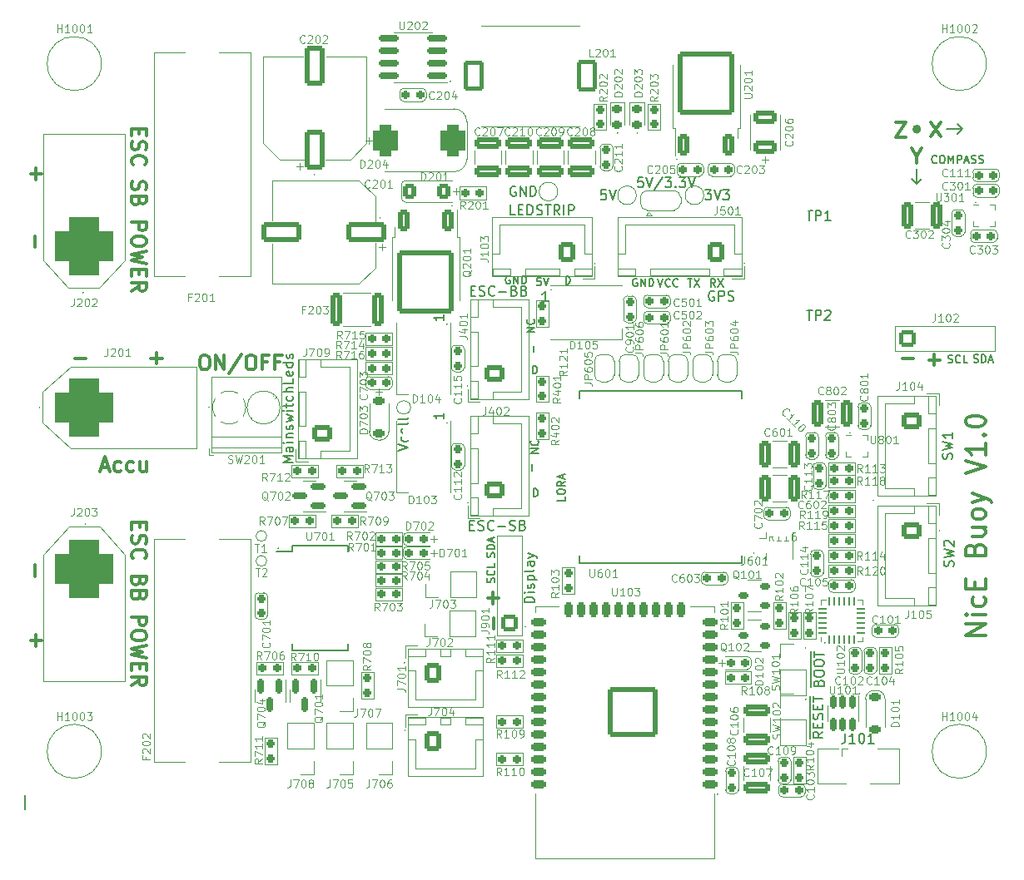
<source format=gbr>
%TF.GenerationSoftware,KiCad,Pcbnew,7.0.6*%
%TF.CreationDate,2023-08-13T13:48:50+02:00*%
%TF.ProjectId,Nice-Buoy-V1_0,4e696365-2d42-4756-9f79-2d56315f302e,rev?*%
%TF.SameCoordinates,Original*%
%TF.FileFunction,Legend,Top*%
%TF.FilePolarity,Positive*%
%FSLAX46Y46*%
G04 Gerber Fmt 4.6, Leading zero omitted, Abs format (unit mm)*
G04 Created by KiCad (PCBNEW 7.0.6) date 2023-08-13 13:48:50*
%MOMM*%
%LPD*%
G01*
G04 APERTURE LIST*
G04 Aperture macros list*
%AMRoundRect*
0 Rectangle with rounded corners*
0 $1 Rounding radius*
0 $2 $3 $4 $5 $6 $7 $8 $9 X,Y pos of 4 corners*
0 Add a 4 corners polygon primitive as box body*
4,1,4,$2,$3,$4,$5,$6,$7,$8,$9,$2,$3,0*
0 Add four circle primitives for the rounded corners*
1,1,$1+$1,$2,$3*
1,1,$1+$1,$4,$5*
1,1,$1+$1,$6,$7*
1,1,$1+$1,$8,$9*
0 Add four rect primitives between the rounded corners*
20,1,$1+$1,$2,$3,$4,$5,0*
20,1,$1+$1,$4,$5,$6,$7,0*
20,1,$1+$1,$6,$7,$8,$9,0*
20,1,$1+$1,$8,$9,$2,$3,0*%
%AMFreePoly0*
4,1,19,0.500000,-0.750000,0.000000,-0.750000,0.000000,-0.744911,-0.071157,-0.744911,-0.207708,-0.704816,-0.327430,-0.627875,-0.420627,-0.520320,-0.479746,-0.390866,-0.500000,-0.250000,-0.500000,0.250000,-0.479746,0.390866,-0.420627,0.520320,-0.327430,0.627875,-0.207708,0.704816,-0.071157,0.744911,0.000000,0.744911,0.000000,0.750000,0.500000,0.750000,0.500000,-0.750000,0.500000,-0.750000,
$1*%
%AMFreePoly1*
4,1,19,0.000000,0.744911,0.071157,0.744911,0.207708,0.704816,0.327430,0.627875,0.420627,0.520320,0.479746,0.390866,0.500000,0.250000,0.500000,-0.250000,0.479746,-0.390866,0.420627,-0.520320,0.327430,-0.627875,0.207708,-0.704816,0.071157,-0.744911,0.000000,-0.744911,0.000000,-0.750000,-0.500000,-0.750000,-0.500000,0.750000,0.000000,0.750000,0.000000,0.744911,0.000000,0.744911,
$1*%
%AMFreePoly2*
4,1,19,0.550000,-0.750000,0.000000,-0.750000,0.000000,-0.744911,-0.071157,-0.744911,-0.207708,-0.704816,-0.327430,-0.627875,-0.420627,-0.520320,-0.479746,-0.390866,-0.500000,-0.250000,-0.500000,0.250000,-0.479746,0.390866,-0.420627,0.520320,-0.327430,0.627875,-0.207708,0.704816,-0.071157,0.744911,0.000000,0.744911,0.000000,0.750000,0.550000,0.750000,0.550000,-0.750000,0.550000,-0.750000,
$1*%
%AMFreePoly3*
4,1,19,0.000000,0.744911,0.071157,0.744911,0.207708,0.704816,0.327430,0.627875,0.420627,0.520320,0.479746,0.390866,0.500000,0.250000,0.500000,-0.250000,0.479746,-0.390866,0.420627,-0.520320,0.327430,-0.627875,0.207708,-0.704816,0.071157,-0.744911,0.000000,-0.744911,0.000000,-0.750000,-0.550000,-0.750000,-0.550000,0.750000,0.000000,0.750000,0.000000,0.744911,0.000000,0.744911,
$1*%
G04 Aperture macros list end*
%ADD10C,0.150000*%
%ADD11C,0.500000*%
%ADD12C,0.300000*%
%ADD13C,0.100000*%
%ADD14C,0.120000*%
%ADD15RoundRect,0.200000X-0.200000X-0.250000X0.200000X-0.250000X0.200000X0.250000X-0.200000X0.250000X0*%
%ADD16RoundRect,0.200000X-0.250000X0.200000X-0.250000X-0.200000X0.250000X-0.200000X0.250000X0.200000X0*%
%ADD17O,1.950000X1.700000*%
%ADD18RoundRect,0.250000X-0.725000X0.600000X-0.725000X-0.600000X0.725000X-0.600000X0.725000X0.600000X0*%
%ADD19RoundRect,0.200000X0.200000X0.250000X-0.200000X0.250000X-0.200000X-0.250000X0.200000X-0.250000X0*%
%ADD20C,0.700000*%
%ADD21RoundRect,0.225000X-0.375000X0.225000X-0.375000X-0.225000X0.375000X-0.225000X0.375000X0.225000X0*%
%ADD22RoundRect,0.250000X1.800000X0.800000X-1.800000X0.800000X-1.800000X-0.800000X1.800000X-0.800000X0*%
%ADD23FreePoly0,270.000000*%
%ADD24FreePoly1,270.000000*%
%ADD25C,1.000000*%
%ADD26RoundRect,1.500000X1.500000X-1.500000X1.500000X1.500000X-1.500000X1.500000X-1.500000X-1.500000X0*%
%ADD27C,6.000000*%
%ADD28R,1.700000X1.700000*%
%ADD29O,1.700000X1.700000*%
%ADD30RoundRect,0.200000X0.250000X-0.200000X0.250000X0.200000X-0.250000X0.200000X-0.250000X-0.200000X0*%
%ADD31RoundRect,0.250000X-0.325000X-1.100000X0.325000X-1.100000X0.325000X1.100000X-0.325000X1.100000X0*%
%ADD32R,0.900000X1.500000*%
%ADD33RoundRect,0.250000X0.725000X-0.600000X0.725000X0.600000X-0.725000X0.600000X-0.725000X-0.600000X0*%
%ADD34RoundRect,0.250000X0.800000X-1.800000X0.800000X1.800000X-0.800000X1.800000X-0.800000X-1.800000X0*%
%ADD35R,2.000000X1.500000*%
%ADD36C,1.524000*%
%ADD37RoundRect,0.206250X0.618750X-0.618750X0.618750X0.618750X-0.618750X0.618750X-0.618750X-0.618750X0*%
%ADD38C,1.700000*%
%ADD39RoundRect,0.210000X-0.840000X-1.340000X0.840000X-1.340000X0.840000X1.340000X-0.840000X1.340000X0*%
%ADD40RoundRect,0.210000X-0.840000X-1.390000X0.840000X-1.390000X0.840000X1.390000X-0.840000X1.390000X0*%
%ADD41RoundRect,0.150000X0.587500X0.150000X-0.587500X0.150000X-0.587500X-0.150000X0.587500X-0.150000X0*%
%ADD42RoundRect,1.500000X-1.500000X-1.500000X1.500000X-1.500000X1.500000X1.500000X-1.500000X1.500000X0*%
%ADD43RoundRect,0.150000X-0.150000X0.512500X-0.150000X-0.512500X0.150000X-0.512500X0.150000X0.512500X0*%
%ADD44C,3.200000*%
%ADD45RoundRect,1.500000X-1.500000X1.500000X-1.500000X-1.500000X1.500000X-1.500000X1.500000X1.500000X0*%
%ADD46C,1.500000*%
%ADD47RoundRect,0.218750X-0.256250X0.218750X-0.256250X-0.218750X0.256250X-0.218750X0.256250X0.218750X0*%
%ADD48RoundRect,0.250000X-1.100000X0.325000X-1.100000X-0.325000X1.100000X-0.325000X1.100000X0.325000X0*%
%ADD49RoundRect,0.250000X0.350000X-0.850000X0.350000X0.850000X-0.350000X0.850000X-0.350000X-0.850000X0*%
%ADD50RoundRect,0.249997X2.650003X-2.950003X2.650003X2.950003X-2.650003X2.950003X-2.650003X-2.950003X0*%
%ADD51C,2.700000*%
%ADD52C,3.000000*%
%ADD53R,1.500000X0.900000*%
%ADD54RoundRect,0.225000X0.375000X-0.225000X0.375000X0.225000X-0.375000X0.225000X-0.375000X-0.225000X0*%
%ADD55RoundRect,0.250000X0.325000X1.100000X-0.325000X1.100000X-0.325000X-1.100000X0.325000X-1.100000X0*%
%ADD56RoundRect,0.250000X-0.350000X0.850000X-0.350000X-0.850000X0.350000X-0.850000X0.350000X0.850000X0*%
%ADD57RoundRect,0.249997X-2.650003X2.950003X-2.650003X-2.950003X2.650003X-2.950003X2.650003X2.950003X0*%
%ADD58RoundRect,0.250000X-0.400000X-0.550000X0.400000X-0.550000X0.400000X0.550000X-0.400000X0.550000X0*%
%ADD59RoundRect,0.250000X0.600000X0.725000X-0.600000X0.725000X-0.600000X-0.725000X0.600000X-0.725000X0*%
%ADD60O,1.700000X1.950000*%
%ADD61RoundRect,0.250000X0.925000X-0.400000X0.925000X0.400000X-0.925000X0.400000X-0.925000X-0.400000X0*%
%ADD62RoundRect,0.062500X0.062500X-0.350000X0.062500X0.350000X-0.062500X0.350000X-0.062500X-0.350000X0*%
%ADD63RoundRect,0.062500X0.350000X-0.062500X0.350000X0.062500X-0.350000X0.062500X-0.350000X-0.062500X0*%
%ADD64R,2.600000X2.600000*%
%ADD65RoundRect,0.175000X0.325000X0.175000X-0.325000X0.175000X-0.325000X-0.175000X0.325000X-0.175000X0*%
%ADD66RoundRect,0.150000X-0.150000X0.587500X-0.150000X-0.587500X0.150000X-0.587500X0.150000X0.587500X0*%
%ADD67RoundRect,0.625000X0.625000X1.025000X-0.625000X1.025000X-0.625000X-1.025000X0.625000X-1.025000X0*%
%ADD68RoundRect,0.206250X-0.618750X-0.618750X0.618750X-0.618750X0.618750X0.618750X-0.618750X0.618750X0*%
%ADD69R,1.750000X0.450000*%
%ADD70R,2.400000X2.400000*%
%ADD71C,2.400000*%
%ADD72R,0.350000X0.375000*%
%ADD73R,0.375000X0.350000*%
%ADD74FreePoly2,0.000000*%
%ADD75R,1.000000X1.500000*%
%ADD76FreePoly3,0.000000*%
%ADD77R,1.050000X1.000000*%
%ADD78R,2.200000X1.050000*%
%ADD79R,0.450000X1.500000*%
%ADD80O,1.800000X1.100000*%
%ADD81O,2.200000X1.100000*%
%ADD82RoundRect,0.150000X0.825000X0.150000X-0.825000X0.150000X-0.825000X-0.150000X0.825000X-0.150000X0*%
%ADD83RoundRect,0.250000X-0.600000X-0.750000X0.600000X-0.750000X0.600000X0.750000X-0.600000X0.750000X0*%
%ADD84O,1.700000X2.000000*%
%ADD85RoundRect,0.250000X-0.312500X-1.450000X0.312500X-1.450000X0.312500X1.450000X-0.312500X1.450000X0*%
%ADD86RoundRect,0.250000X1.100000X-0.325000X1.100000X0.325000X-1.100000X0.325000X-1.100000X-0.325000X0*%
%ADD87RoundRect,0.250000X2.250000X2.250000X-2.250000X2.250000X-2.250000X-2.250000X2.250000X-2.250000X0*%
%ADD88RoundRect,0.225000X0.525000X0.225000X-0.525000X0.225000X-0.525000X-0.225000X0.525000X-0.225000X0*%
%ADD89RoundRect,0.225000X-0.225000X0.525000X-0.225000X-0.525000X0.225000X-0.525000X0.225000X0.525000X0*%
G04 APERTURE END LIST*
D10*
X140976264Y-70770800D02*
X141090550Y-70808895D01*
X141090550Y-70808895D02*
X141281026Y-70808895D01*
X141281026Y-70808895D02*
X141357217Y-70770800D01*
X141357217Y-70770800D02*
X141395312Y-70732704D01*
X141395312Y-70732704D02*
X141433407Y-70656514D01*
X141433407Y-70656514D02*
X141433407Y-70580323D01*
X141433407Y-70580323D02*
X141395312Y-70504133D01*
X141395312Y-70504133D02*
X141357217Y-70466038D01*
X141357217Y-70466038D02*
X141281026Y-70427942D01*
X141281026Y-70427942D02*
X141128645Y-70389847D01*
X141128645Y-70389847D02*
X141052455Y-70351752D01*
X141052455Y-70351752D02*
X141014360Y-70313657D01*
X141014360Y-70313657D02*
X140976264Y-70237466D01*
X140976264Y-70237466D02*
X140976264Y-70161276D01*
X140976264Y-70161276D02*
X141014360Y-70085085D01*
X141014360Y-70085085D02*
X141052455Y-70046990D01*
X141052455Y-70046990D02*
X141128645Y-70008895D01*
X141128645Y-70008895D02*
X141319122Y-70008895D01*
X141319122Y-70008895D02*
X141433407Y-70046990D01*
X141776265Y-70808895D02*
X141776265Y-70008895D01*
X141776265Y-70008895D02*
X141966741Y-70008895D01*
X141966741Y-70008895D02*
X142081027Y-70046990D01*
X142081027Y-70046990D02*
X142157217Y-70123180D01*
X142157217Y-70123180D02*
X142195312Y-70199371D01*
X142195312Y-70199371D02*
X142233408Y-70351752D01*
X142233408Y-70351752D02*
X142233408Y-70466038D01*
X142233408Y-70466038D02*
X142195312Y-70618419D01*
X142195312Y-70618419D02*
X142157217Y-70694609D01*
X142157217Y-70694609D02*
X142081027Y-70770800D01*
X142081027Y-70770800D02*
X141966741Y-70808895D01*
X141966741Y-70808895D02*
X141776265Y-70808895D01*
X142538169Y-70580323D02*
X142919122Y-70580323D01*
X142461979Y-70808895D02*
X142728646Y-70008895D01*
X142728646Y-70008895D02*
X142995312Y-70808895D01*
X138360064Y-70796200D02*
X138474350Y-70834295D01*
X138474350Y-70834295D02*
X138664826Y-70834295D01*
X138664826Y-70834295D02*
X138741017Y-70796200D01*
X138741017Y-70796200D02*
X138779112Y-70758104D01*
X138779112Y-70758104D02*
X138817207Y-70681914D01*
X138817207Y-70681914D02*
X138817207Y-70605723D01*
X138817207Y-70605723D02*
X138779112Y-70529533D01*
X138779112Y-70529533D02*
X138741017Y-70491438D01*
X138741017Y-70491438D02*
X138664826Y-70453342D01*
X138664826Y-70453342D02*
X138512445Y-70415247D01*
X138512445Y-70415247D02*
X138436255Y-70377152D01*
X138436255Y-70377152D02*
X138398160Y-70339057D01*
X138398160Y-70339057D02*
X138360064Y-70262866D01*
X138360064Y-70262866D02*
X138360064Y-70186676D01*
X138360064Y-70186676D02*
X138398160Y-70110485D01*
X138398160Y-70110485D02*
X138436255Y-70072390D01*
X138436255Y-70072390D02*
X138512445Y-70034295D01*
X138512445Y-70034295D02*
X138702922Y-70034295D01*
X138702922Y-70034295D02*
X138817207Y-70072390D01*
X139617208Y-70758104D02*
X139579112Y-70796200D01*
X139579112Y-70796200D02*
X139464827Y-70834295D01*
X139464827Y-70834295D02*
X139388636Y-70834295D01*
X139388636Y-70834295D02*
X139274350Y-70796200D01*
X139274350Y-70796200D02*
X139198160Y-70720009D01*
X139198160Y-70720009D02*
X139160065Y-70643819D01*
X139160065Y-70643819D02*
X139121969Y-70491438D01*
X139121969Y-70491438D02*
X139121969Y-70377152D01*
X139121969Y-70377152D02*
X139160065Y-70224771D01*
X139160065Y-70224771D02*
X139198160Y-70148580D01*
X139198160Y-70148580D02*
X139274350Y-70072390D01*
X139274350Y-70072390D02*
X139388636Y-70034295D01*
X139388636Y-70034295D02*
X139464827Y-70034295D01*
X139464827Y-70034295D02*
X139579112Y-70072390D01*
X139579112Y-70072390D02*
X139617208Y-70110485D01*
X140341017Y-70834295D02*
X139960065Y-70834295D01*
X139960065Y-70834295D02*
X139960065Y-70034295D01*
X83103121Y-101369200D02*
G75*
G03*
X83103121Y-101369200I-35921J0D01*
G01*
X106775921Y-47445000D02*
G75*
G03*
X106775921Y-47445000I-35921J0D01*
G01*
X89529321Y-85087800D02*
G75*
G03*
X89529321Y-85087800I-35921J0D01*
G01*
X44510000Y-114882000D02*
X44510000Y-116304400D01*
X130778921Y-84833800D02*
G75*
G03*
X130778921Y-84833800I-35921J0D01*
G01*
X110789121Y-50086600D02*
G75*
G03*
X110789121Y-50086600I-35921J0D01*
G01*
X125851321Y-99337200D02*
G75*
G03*
X125851321Y-99337200I-35921J0D01*
G01*
X50438721Y-63675600D02*
G75*
G03*
X50438721Y-63675600I-35921J0D01*
G01*
X98012921Y-63396200D02*
G75*
G03*
X98012921Y-63396200I-35921J0D01*
G01*
X123895521Y-105077600D02*
G75*
G03*
X123895521Y-105077600I-35921J0D01*
G01*
X80613921Y-56081000D02*
G75*
G03*
X80613921Y-56081000I-35921J0D01*
G01*
X104769321Y-47419600D02*
G75*
G03*
X104769321Y-47419600I-35921J0D01*
G01*
X139810800Y-47013200D02*
X139302800Y-46505200D01*
X135188000Y-52652000D02*
X135696000Y-52144000D01*
X135188000Y-52652000D02*
X134680000Y-52144000D01*
X118637721Y-90218600D02*
G75*
G03*
X118637721Y-90218600I-35921J0D01*
G01*
X137509921Y-87958000D02*
G75*
G03*
X137509921Y-87958000I-35921J0D01*
G01*
X70250721Y-89710600D02*
G75*
G03*
X70250721Y-89710600I-35921J0D01*
G01*
X135188000Y-51128000D02*
X135188000Y-52652000D01*
X87421121Y-76934400D02*
G75*
G03*
X87421121Y-76934400I-35921J0D01*
G01*
X89529321Y-73200600D02*
G75*
G03*
X89529321Y-73200600I-35921J0D01*
G01*
X138236000Y-47013200D02*
X139760000Y-47013200D01*
D11*
X135388000Y-47064000D02*
G75*
G03*
X135388000Y-47064000I-200000J0D01*
G01*
D10*
X139810800Y-47013200D02*
X139302800Y-47521200D01*
X141218321Y-54531600D02*
G75*
G03*
X141218321Y-54531600I-35921J0D01*
G01*
X45968321Y-75385000D02*
G75*
G03*
X45968321Y-75385000I-35921J0D01*
G01*
X95371321Y-97686200D02*
G75*
G03*
X95371321Y-97686200I-35921J0D01*
G01*
X87446521Y-66901400D02*
G75*
G03*
X87446521Y-66901400I-35921J0D01*
G01*
X50641921Y-87246800D02*
G75*
G03*
X50641921Y-87246800I-35921J0D01*
G01*
X87954521Y-54861800D02*
G75*
G03*
X87954521Y-54861800I-35921J0D01*
G01*
X117672521Y-60703800D02*
G75*
G03*
X117672521Y-60703800I-35921J0D01*
G01*
X63240321Y-75359600D02*
G75*
G03*
X63240321Y-75359600I-35921J0D01*
G01*
X73908321Y-51661400D02*
G75*
G03*
X73908321Y-51661400I-35921J0D01*
G01*
X102483321Y-60754600D02*
G75*
G03*
X102483321Y-60754600I-35921J0D01*
G01*
X128365921Y-77977600D02*
G75*
G03*
X128365921Y-77977600I-35921J0D01*
G01*
X129356521Y-104518800D02*
G75*
G03*
X129356521Y-104518800I-35921J0D01*
G01*
X87776721Y-42187200D02*
G75*
G03*
X87776721Y-42187200I-35921J0D01*
G01*
X114954721Y-114729600D02*
G75*
G03*
X114954721Y-114729600I-35921J0D01*
G01*
X83153921Y-108227200D02*
G75*
G03*
X83153921Y-108227200I-35921J0D01*
G01*
X123870121Y-99896000D02*
G75*
G03*
X123870121Y-99896000I-35921J0D01*
G01*
X114699903Y-63087295D02*
X114433236Y-62706342D01*
X114242760Y-63087295D02*
X114242760Y-62287295D01*
X114242760Y-62287295D02*
X114547522Y-62287295D01*
X114547522Y-62287295D02*
X114623712Y-62325390D01*
X114623712Y-62325390D02*
X114661807Y-62363485D01*
X114661807Y-62363485D02*
X114699903Y-62439676D01*
X114699903Y-62439676D02*
X114699903Y-62553961D01*
X114699903Y-62553961D02*
X114661807Y-62630152D01*
X114661807Y-62630152D02*
X114623712Y-62668247D01*
X114623712Y-62668247D02*
X114547522Y-62706342D01*
X114547522Y-62706342D02*
X114242760Y-62706342D01*
X114966569Y-62287295D02*
X115499903Y-63087295D01*
X115499903Y-62287295D02*
X114966569Y-63087295D01*
X96970712Y-62185695D02*
X96589760Y-62185695D01*
X96589760Y-62185695D02*
X96551664Y-62566647D01*
X96551664Y-62566647D02*
X96589760Y-62528552D01*
X96589760Y-62528552D02*
X96665950Y-62490457D01*
X96665950Y-62490457D02*
X96856426Y-62490457D01*
X96856426Y-62490457D02*
X96932617Y-62528552D01*
X96932617Y-62528552D02*
X96970712Y-62566647D01*
X96970712Y-62566647D02*
X97008807Y-62642838D01*
X97008807Y-62642838D02*
X97008807Y-62833314D01*
X97008807Y-62833314D02*
X96970712Y-62909504D01*
X96970712Y-62909504D02*
X96932617Y-62947600D01*
X96932617Y-62947600D02*
X96856426Y-62985695D01*
X96856426Y-62985695D02*
X96665950Y-62985695D01*
X96665950Y-62985695D02*
X96589760Y-62947600D01*
X96589760Y-62947600D02*
X96551664Y-62909504D01*
X97237379Y-62185695D02*
X97504046Y-62985695D01*
X97504046Y-62985695D02*
X97770712Y-62185695D01*
X96208760Y-84448695D02*
X96208760Y-83648695D01*
X96208760Y-83648695D02*
X96399236Y-83648695D01*
X96399236Y-83648695D02*
X96513522Y-83686790D01*
X96513522Y-83686790D02*
X96589712Y-83762980D01*
X96589712Y-83762980D02*
X96627807Y-83839171D01*
X96627807Y-83839171D02*
X96665903Y-83991552D01*
X96665903Y-83991552D02*
X96665903Y-84105838D01*
X96665903Y-84105838D02*
X96627807Y-84258219D01*
X96627807Y-84258219D02*
X96589712Y-84334409D01*
X96589712Y-84334409D02*
X96513522Y-84410600D01*
X96513522Y-84410600D02*
X96399236Y-84448695D01*
X96399236Y-84448695D02*
X96208760Y-84448695D01*
X93808407Y-62045990D02*
X93732217Y-62007895D01*
X93732217Y-62007895D02*
X93617931Y-62007895D01*
X93617931Y-62007895D02*
X93503645Y-62045990D01*
X93503645Y-62045990D02*
X93427455Y-62122180D01*
X93427455Y-62122180D02*
X93389360Y-62198371D01*
X93389360Y-62198371D02*
X93351264Y-62350752D01*
X93351264Y-62350752D02*
X93351264Y-62465038D01*
X93351264Y-62465038D02*
X93389360Y-62617419D01*
X93389360Y-62617419D02*
X93427455Y-62693609D01*
X93427455Y-62693609D02*
X93503645Y-62769800D01*
X93503645Y-62769800D02*
X93617931Y-62807895D01*
X93617931Y-62807895D02*
X93694122Y-62807895D01*
X93694122Y-62807895D02*
X93808407Y-62769800D01*
X93808407Y-62769800D02*
X93846503Y-62731704D01*
X93846503Y-62731704D02*
X93846503Y-62465038D01*
X93846503Y-62465038D02*
X93694122Y-62465038D01*
X94189360Y-62807895D02*
X94189360Y-62007895D01*
X94189360Y-62007895D02*
X94646503Y-62807895D01*
X94646503Y-62807895D02*
X94646503Y-62007895D01*
X95027455Y-62807895D02*
X95027455Y-62007895D01*
X95027455Y-62007895D02*
X95217931Y-62007895D01*
X95217931Y-62007895D02*
X95332217Y-62045990D01*
X95332217Y-62045990D02*
X95408407Y-62122180D01*
X95408407Y-62122180D02*
X95446502Y-62198371D01*
X95446502Y-62198371D02*
X95484598Y-62350752D01*
X95484598Y-62350752D02*
X95484598Y-62465038D01*
X95484598Y-62465038D02*
X95446502Y-62617419D01*
X95446502Y-62617419D02*
X95408407Y-62693609D01*
X95408407Y-62693609D02*
X95332217Y-62769800D01*
X95332217Y-62769800D02*
X95217931Y-62807895D01*
X95217931Y-62807895D02*
X95027455Y-62807895D01*
X96107160Y-71926495D02*
X96107160Y-71126495D01*
X96107160Y-71126495D02*
X96297636Y-71126495D01*
X96297636Y-71126495D02*
X96411922Y-71164590D01*
X96411922Y-71164590D02*
X96488112Y-71240780D01*
X96488112Y-71240780D02*
X96526207Y-71316971D01*
X96526207Y-71316971D02*
X96564303Y-71469352D01*
X96564303Y-71469352D02*
X96564303Y-71583638D01*
X96564303Y-71583638D02*
X96526207Y-71736019D01*
X96526207Y-71736019D02*
X96488112Y-71812209D01*
X96488112Y-71812209D02*
X96411922Y-71888400D01*
X96411922Y-71888400D02*
X96297636Y-71926495D01*
X96297636Y-71926495D02*
X96107160Y-71926495D01*
D12*
X91546510Y-94807400D02*
X92689368Y-94807400D01*
X92117939Y-95378828D02*
X92117939Y-94235971D01*
D10*
X92245200Y-93218735D02*
X92283295Y-93104449D01*
X92283295Y-93104449D02*
X92283295Y-92913973D01*
X92283295Y-92913973D02*
X92245200Y-92837782D01*
X92245200Y-92837782D02*
X92207104Y-92799687D01*
X92207104Y-92799687D02*
X92130914Y-92761592D01*
X92130914Y-92761592D02*
X92054723Y-92761592D01*
X92054723Y-92761592D02*
X91978533Y-92799687D01*
X91978533Y-92799687D02*
X91940438Y-92837782D01*
X91940438Y-92837782D02*
X91902342Y-92913973D01*
X91902342Y-92913973D02*
X91864247Y-93066354D01*
X91864247Y-93066354D02*
X91826152Y-93142544D01*
X91826152Y-93142544D02*
X91788057Y-93180639D01*
X91788057Y-93180639D02*
X91711866Y-93218735D01*
X91711866Y-93218735D02*
X91635676Y-93218735D01*
X91635676Y-93218735D02*
X91559485Y-93180639D01*
X91559485Y-93180639D02*
X91521390Y-93142544D01*
X91521390Y-93142544D02*
X91483295Y-93066354D01*
X91483295Y-93066354D02*
X91483295Y-92875877D01*
X91483295Y-92875877D02*
X91521390Y-92761592D01*
X92207104Y-91961591D02*
X92245200Y-91999687D01*
X92245200Y-91999687D02*
X92283295Y-92113972D01*
X92283295Y-92113972D02*
X92283295Y-92190163D01*
X92283295Y-92190163D02*
X92245200Y-92304449D01*
X92245200Y-92304449D02*
X92169009Y-92380639D01*
X92169009Y-92380639D02*
X92092819Y-92418734D01*
X92092819Y-92418734D02*
X91940438Y-92456830D01*
X91940438Y-92456830D02*
X91826152Y-92456830D01*
X91826152Y-92456830D02*
X91673771Y-92418734D01*
X91673771Y-92418734D02*
X91597580Y-92380639D01*
X91597580Y-92380639D02*
X91521390Y-92304449D01*
X91521390Y-92304449D02*
X91483295Y-92190163D01*
X91483295Y-92190163D02*
X91483295Y-92113972D01*
X91483295Y-92113972D02*
X91521390Y-91999687D01*
X91521390Y-91999687D02*
X91559485Y-91961591D01*
X92283295Y-91237782D02*
X92283295Y-91618734D01*
X92283295Y-91618734D02*
X91483295Y-91618734D01*
D12*
X142166638Y-98587441D02*
X140166638Y-98587441D01*
X140166638Y-98587441D02*
X142166638Y-97444584D01*
X142166638Y-97444584D02*
X140166638Y-97444584D01*
X142166638Y-96492203D02*
X140833304Y-96492203D01*
X140166638Y-96492203D02*
X140261876Y-96587441D01*
X140261876Y-96587441D02*
X140357114Y-96492203D01*
X140357114Y-96492203D02*
X140261876Y-96396965D01*
X140261876Y-96396965D02*
X140166638Y-96492203D01*
X140166638Y-96492203D02*
X140357114Y-96492203D01*
X142071400Y-94682679D02*
X142166638Y-94873155D01*
X142166638Y-94873155D02*
X142166638Y-95254108D01*
X142166638Y-95254108D02*
X142071400Y-95444584D01*
X142071400Y-95444584D02*
X141976161Y-95539822D01*
X141976161Y-95539822D02*
X141785685Y-95635060D01*
X141785685Y-95635060D02*
X141214257Y-95635060D01*
X141214257Y-95635060D02*
X141023780Y-95539822D01*
X141023780Y-95539822D02*
X140928542Y-95444584D01*
X140928542Y-95444584D02*
X140833304Y-95254108D01*
X140833304Y-95254108D02*
X140833304Y-94873155D01*
X140833304Y-94873155D02*
X140928542Y-94682679D01*
X141119019Y-93825536D02*
X141119019Y-93158869D01*
X142166638Y-92873155D02*
X142166638Y-93825536D01*
X142166638Y-93825536D02*
X140166638Y-93825536D01*
X140166638Y-93825536D02*
X140166638Y-92873155D01*
X141119019Y-89825535D02*
X141214257Y-89539821D01*
X141214257Y-89539821D02*
X141309495Y-89444583D01*
X141309495Y-89444583D02*
X141499971Y-89349345D01*
X141499971Y-89349345D02*
X141785685Y-89349345D01*
X141785685Y-89349345D02*
X141976161Y-89444583D01*
X141976161Y-89444583D02*
X142071400Y-89539821D01*
X142071400Y-89539821D02*
X142166638Y-89730297D01*
X142166638Y-89730297D02*
X142166638Y-90492202D01*
X142166638Y-90492202D02*
X140166638Y-90492202D01*
X140166638Y-90492202D02*
X140166638Y-89825535D01*
X140166638Y-89825535D02*
X140261876Y-89635059D01*
X140261876Y-89635059D02*
X140357114Y-89539821D01*
X140357114Y-89539821D02*
X140547590Y-89444583D01*
X140547590Y-89444583D02*
X140738066Y-89444583D01*
X140738066Y-89444583D02*
X140928542Y-89539821D01*
X140928542Y-89539821D02*
X141023780Y-89635059D01*
X141023780Y-89635059D02*
X141119019Y-89825535D01*
X141119019Y-89825535D02*
X141119019Y-90492202D01*
X140833304Y-87635059D02*
X142166638Y-87635059D01*
X140833304Y-88492202D02*
X141880923Y-88492202D01*
X141880923Y-88492202D02*
X142071400Y-88396964D01*
X142071400Y-88396964D02*
X142166638Y-88206488D01*
X142166638Y-88206488D02*
X142166638Y-87920773D01*
X142166638Y-87920773D02*
X142071400Y-87730297D01*
X142071400Y-87730297D02*
X141976161Y-87635059D01*
X142166638Y-86396964D02*
X142071400Y-86587440D01*
X142071400Y-86587440D02*
X141976161Y-86682678D01*
X141976161Y-86682678D02*
X141785685Y-86777916D01*
X141785685Y-86777916D02*
X141214257Y-86777916D01*
X141214257Y-86777916D02*
X141023780Y-86682678D01*
X141023780Y-86682678D02*
X140928542Y-86587440D01*
X140928542Y-86587440D02*
X140833304Y-86396964D01*
X140833304Y-86396964D02*
X140833304Y-86111249D01*
X140833304Y-86111249D02*
X140928542Y-85920773D01*
X140928542Y-85920773D02*
X141023780Y-85825535D01*
X141023780Y-85825535D02*
X141214257Y-85730297D01*
X141214257Y-85730297D02*
X141785685Y-85730297D01*
X141785685Y-85730297D02*
X141976161Y-85825535D01*
X141976161Y-85825535D02*
X142071400Y-85920773D01*
X142071400Y-85920773D02*
X142166638Y-86111249D01*
X142166638Y-86111249D02*
X142166638Y-86396964D01*
X140833304Y-85063630D02*
X142166638Y-84587440D01*
X140833304Y-84111249D02*
X142166638Y-84587440D01*
X142166638Y-84587440D02*
X142642828Y-84777916D01*
X142642828Y-84777916D02*
X142738066Y-84873154D01*
X142738066Y-84873154D02*
X142833304Y-85063630D01*
X140166638Y-82111248D02*
X142166638Y-81444582D01*
X142166638Y-81444582D02*
X140166638Y-80777915D01*
X142166638Y-79063629D02*
X142166638Y-80206486D01*
X142166638Y-79635058D02*
X140166638Y-79635058D01*
X140166638Y-79635058D02*
X140452352Y-79825534D01*
X140452352Y-79825534D02*
X140642828Y-80016010D01*
X140642828Y-80016010D02*
X140738066Y-80206486D01*
X141976161Y-78206486D02*
X142071400Y-78111248D01*
X142071400Y-78111248D02*
X142166638Y-78206486D01*
X142166638Y-78206486D02*
X142071400Y-78301724D01*
X142071400Y-78301724D02*
X141976161Y-78206486D01*
X141976161Y-78206486D02*
X142166638Y-78206486D01*
X140166638Y-76873153D02*
X140166638Y-76682676D01*
X140166638Y-76682676D02*
X140261876Y-76492200D01*
X140261876Y-76492200D02*
X140357114Y-76396962D01*
X140357114Y-76396962D02*
X140547590Y-76301724D01*
X140547590Y-76301724D02*
X140928542Y-76206486D01*
X140928542Y-76206486D02*
X141404733Y-76206486D01*
X141404733Y-76206486D02*
X141785685Y-76301724D01*
X141785685Y-76301724D02*
X141976161Y-76396962D01*
X141976161Y-76396962D02*
X142071400Y-76492200D01*
X142071400Y-76492200D02*
X142166638Y-76682676D01*
X142166638Y-76682676D02*
X142166638Y-76873153D01*
X142166638Y-76873153D02*
X142071400Y-77063629D01*
X142071400Y-77063629D02*
X141976161Y-77158867D01*
X141976161Y-77158867D02*
X141785685Y-77254105D01*
X141785685Y-77254105D02*
X141404733Y-77349343D01*
X141404733Y-77349343D02*
X140928542Y-77349343D01*
X140928542Y-77349343D02*
X140547590Y-77254105D01*
X140547590Y-77254105D02*
X140357114Y-77158867D01*
X140357114Y-77158867D02*
X140261876Y-77063629D01*
X140261876Y-77063629D02*
X140166638Y-76873153D01*
D10*
X96321895Y-67729839D02*
X95521895Y-67729839D01*
X95521895Y-67729839D02*
X96321895Y-67272696D01*
X96321895Y-67272696D02*
X95521895Y-67272696D01*
X96245704Y-66434601D02*
X96283800Y-66472697D01*
X96283800Y-66472697D02*
X96321895Y-66586982D01*
X96321895Y-66586982D02*
X96321895Y-66663173D01*
X96321895Y-66663173D02*
X96283800Y-66777459D01*
X96283800Y-66777459D02*
X96207609Y-66853649D01*
X96207609Y-66853649D02*
X96131419Y-66891744D01*
X96131419Y-66891744D02*
X95979038Y-66929840D01*
X95979038Y-66929840D02*
X95864752Y-66929840D01*
X95864752Y-66929840D02*
X95712371Y-66891744D01*
X95712371Y-66891744D02*
X95636180Y-66853649D01*
X95636180Y-66853649D02*
X95559990Y-66777459D01*
X95559990Y-66777459D02*
X95521895Y-66663173D01*
X95521895Y-66663173D02*
X95521895Y-66586982D01*
X95521895Y-66586982D02*
X95559990Y-66472697D01*
X95559990Y-66472697D02*
X95598085Y-66434601D01*
D12*
X136615653Y-46330028D02*
X137615653Y-47830028D01*
X137615653Y-46330028D02*
X136615653Y-47830028D01*
D10*
X137204303Y-50438104D02*
X137166207Y-50476200D01*
X137166207Y-50476200D02*
X137051922Y-50514295D01*
X137051922Y-50514295D02*
X136975731Y-50514295D01*
X136975731Y-50514295D02*
X136861445Y-50476200D01*
X136861445Y-50476200D02*
X136785255Y-50400009D01*
X136785255Y-50400009D02*
X136747160Y-50323819D01*
X136747160Y-50323819D02*
X136709064Y-50171438D01*
X136709064Y-50171438D02*
X136709064Y-50057152D01*
X136709064Y-50057152D02*
X136747160Y-49904771D01*
X136747160Y-49904771D02*
X136785255Y-49828580D01*
X136785255Y-49828580D02*
X136861445Y-49752390D01*
X136861445Y-49752390D02*
X136975731Y-49714295D01*
X136975731Y-49714295D02*
X137051922Y-49714295D01*
X137051922Y-49714295D02*
X137166207Y-49752390D01*
X137166207Y-49752390D02*
X137204303Y-49790485D01*
X137699541Y-49714295D02*
X137851922Y-49714295D01*
X137851922Y-49714295D02*
X137928112Y-49752390D01*
X137928112Y-49752390D02*
X138004303Y-49828580D01*
X138004303Y-49828580D02*
X138042398Y-49980961D01*
X138042398Y-49980961D02*
X138042398Y-50247628D01*
X138042398Y-50247628D02*
X138004303Y-50400009D01*
X138004303Y-50400009D02*
X137928112Y-50476200D01*
X137928112Y-50476200D02*
X137851922Y-50514295D01*
X137851922Y-50514295D02*
X137699541Y-50514295D01*
X137699541Y-50514295D02*
X137623350Y-50476200D01*
X137623350Y-50476200D02*
X137547160Y-50400009D01*
X137547160Y-50400009D02*
X137509064Y-50247628D01*
X137509064Y-50247628D02*
X137509064Y-49980961D01*
X137509064Y-49980961D02*
X137547160Y-49828580D01*
X137547160Y-49828580D02*
X137623350Y-49752390D01*
X137623350Y-49752390D02*
X137699541Y-49714295D01*
X138385255Y-50514295D02*
X138385255Y-49714295D01*
X138385255Y-49714295D02*
X138651921Y-50285723D01*
X138651921Y-50285723D02*
X138918588Y-49714295D01*
X138918588Y-49714295D02*
X138918588Y-50514295D01*
X139299541Y-50514295D02*
X139299541Y-49714295D01*
X139299541Y-49714295D02*
X139604303Y-49714295D01*
X139604303Y-49714295D02*
X139680493Y-49752390D01*
X139680493Y-49752390D02*
X139718588Y-49790485D01*
X139718588Y-49790485D02*
X139756684Y-49866676D01*
X139756684Y-49866676D02*
X139756684Y-49980961D01*
X139756684Y-49980961D02*
X139718588Y-50057152D01*
X139718588Y-50057152D02*
X139680493Y-50095247D01*
X139680493Y-50095247D02*
X139604303Y-50133342D01*
X139604303Y-50133342D02*
X139299541Y-50133342D01*
X140061445Y-50285723D02*
X140442398Y-50285723D01*
X139985255Y-50514295D02*
X140251922Y-49714295D01*
X140251922Y-49714295D02*
X140518588Y-50514295D01*
X140747159Y-50476200D02*
X140861445Y-50514295D01*
X140861445Y-50514295D02*
X141051921Y-50514295D01*
X141051921Y-50514295D02*
X141128112Y-50476200D01*
X141128112Y-50476200D02*
X141166207Y-50438104D01*
X141166207Y-50438104D02*
X141204302Y-50361914D01*
X141204302Y-50361914D02*
X141204302Y-50285723D01*
X141204302Y-50285723D02*
X141166207Y-50209533D01*
X141166207Y-50209533D02*
X141128112Y-50171438D01*
X141128112Y-50171438D02*
X141051921Y-50133342D01*
X141051921Y-50133342D02*
X140899540Y-50095247D01*
X140899540Y-50095247D02*
X140823350Y-50057152D01*
X140823350Y-50057152D02*
X140785255Y-50019057D01*
X140785255Y-50019057D02*
X140747159Y-49942866D01*
X140747159Y-49942866D02*
X140747159Y-49866676D01*
X140747159Y-49866676D02*
X140785255Y-49790485D01*
X140785255Y-49790485D02*
X140823350Y-49752390D01*
X140823350Y-49752390D02*
X140899540Y-49714295D01*
X140899540Y-49714295D02*
X141090017Y-49714295D01*
X141090017Y-49714295D02*
X141204302Y-49752390D01*
X141509064Y-50476200D02*
X141623350Y-50514295D01*
X141623350Y-50514295D02*
X141813826Y-50514295D01*
X141813826Y-50514295D02*
X141890017Y-50476200D01*
X141890017Y-50476200D02*
X141928112Y-50438104D01*
X141928112Y-50438104D02*
X141966207Y-50361914D01*
X141966207Y-50361914D02*
X141966207Y-50285723D01*
X141966207Y-50285723D02*
X141928112Y-50209533D01*
X141928112Y-50209533D02*
X141890017Y-50171438D01*
X141890017Y-50171438D02*
X141813826Y-50133342D01*
X141813826Y-50133342D02*
X141661445Y-50095247D01*
X141661445Y-50095247D02*
X141585255Y-50057152D01*
X141585255Y-50057152D02*
X141547160Y-50019057D01*
X141547160Y-50019057D02*
X141509064Y-49942866D01*
X141509064Y-49942866D02*
X141509064Y-49866676D01*
X141509064Y-49866676D02*
X141547160Y-49790485D01*
X141547160Y-49790485D02*
X141585255Y-49752390D01*
X141585255Y-49752390D02*
X141661445Y-49714295D01*
X141661445Y-49714295D02*
X141851922Y-49714295D01*
X141851922Y-49714295D02*
X141966207Y-49752390D01*
D12*
X45530600Y-91444510D02*
X45530600Y-92587368D01*
D10*
X99485360Y-62833295D02*
X99485360Y-62033295D01*
X99485360Y-62033295D02*
X99675836Y-62033295D01*
X99675836Y-62033295D02*
X99790122Y-62071390D01*
X99790122Y-62071390D02*
X99866312Y-62147580D01*
X99866312Y-62147580D02*
X99904407Y-62223771D01*
X99904407Y-62223771D02*
X99942503Y-62376152D01*
X99942503Y-62376152D02*
X99942503Y-62490438D01*
X99942503Y-62490438D02*
X99904407Y-62642819D01*
X99904407Y-62642819D02*
X99866312Y-62719009D01*
X99866312Y-62719009D02*
X99790122Y-62795200D01*
X99790122Y-62795200D02*
X99675836Y-62833295D01*
X99675836Y-62833295D02*
X99485360Y-62833295D01*
D12*
X133059653Y-46380828D02*
X134059653Y-46380828D01*
X134059653Y-46380828D02*
X133059653Y-47880828D01*
X133059653Y-47880828D02*
X134059653Y-47880828D01*
D10*
X108845274Y-62287295D02*
X109111941Y-63087295D01*
X109111941Y-63087295D02*
X109378607Y-62287295D01*
X110102417Y-63011104D02*
X110064321Y-63049200D01*
X110064321Y-63049200D02*
X109950036Y-63087295D01*
X109950036Y-63087295D02*
X109873845Y-63087295D01*
X109873845Y-63087295D02*
X109759559Y-63049200D01*
X109759559Y-63049200D02*
X109683369Y-62973009D01*
X109683369Y-62973009D02*
X109645274Y-62896819D01*
X109645274Y-62896819D02*
X109607178Y-62744438D01*
X109607178Y-62744438D02*
X109607178Y-62630152D01*
X109607178Y-62630152D02*
X109645274Y-62477771D01*
X109645274Y-62477771D02*
X109683369Y-62401580D01*
X109683369Y-62401580D02*
X109759559Y-62325390D01*
X109759559Y-62325390D02*
X109873845Y-62287295D01*
X109873845Y-62287295D02*
X109950036Y-62287295D01*
X109950036Y-62287295D02*
X110064321Y-62325390D01*
X110064321Y-62325390D02*
X110102417Y-62363485D01*
X110902417Y-63011104D02*
X110864321Y-63049200D01*
X110864321Y-63049200D02*
X110750036Y-63087295D01*
X110750036Y-63087295D02*
X110673845Y-63087295D01*
X110673845Y-63087295D02*
X110559559Y-63049200D01*
X110559559Y-63049200D02*
X110483369Y-62973009D01*
X110483369Y-62973009D02*
X110445274Y-62896819D01*
X110445274Y-62896819D02*
X110407178Y-62744438D01*
X110407178Y-62744438D02*
X110407178Y-62630152D01*
X110407178Y-62630152D02*
X110445274Y-62477771D01*
X110445274Y-62477771D02*
X110483369Y-62401580D01*
X110483369Y-62401580D02*
X110559559Y-62325390D01*
X110559559Y-62325390D02*
X110673845Y-62287295D01*
X110673845Y-62287295D02*
X110750036Y-62287295D01*
X110750036Y-62287295D02*
X110864321Y-62325390D01*
X110864321Y-62325390D02*
X110902417Y-62363485D01*
D12*
X45064510Y-51619400D02*
X46207368Y-51619400D01*
X45635939Y-52190828D02*
X45635939Y-51047971D01*
X133710510Y-70423400D02*
X134853368Y-70423400D01*
D10*
X111893274Y-62287295D02*
X112350417Y-62287295D01*
X112121845Y-63087295D02*
X112121845Y-62287295D01*
X112540893Y-62287295D02*
X113074227Y-63087295D01*
X113074227Y-62287295D02*
X112540893Y-63087295D01*
D12*
X45489400Y-59085489D02*
X45489400Y-57942632D01*
D10*
X106737007Y-62274590D02*
X106660817Y-62236495D01*
X106660817Y-62236495D02*
X106546531Y-62236495D01*
X106546531Y-62236495D02*
X106432245Y-62274590D01*
X106432245Y-62274590D02*
X106356055Y-62350780D01*
X106356055Y-62350780D02*
X106317960Y-62426971D01*
X106317960Y-62426971D02*
X106279864Y-62579352D01*
X106279864Y-62579352D02*
X106279864Y-62693638D01*
X106279864Y-62693638D02*
X106317960Y-62846019D01*
X106317960Y-62846019D02*
X106356055Y-62922209D01*
X106356055Y-62922209D02*
X106432245Y-62998400D01*
X106432245Y-62998400D02*
X106546531Y-63036495D01*
X106546531Y-63036495D02*
X106622722Y-63036495D01*
X106622722Y-63036495D02*
X106737007Y-62998400D01*
X106737007Y-62998400D02*
X106775103Y-62960304D01*
X106775103Y-62960304D02*
X106775103Y-62693638D01*
X106775103Y-62693638D02*
X106622722Y-62693638D01*
X107117960Y-63036495D02*
X107117960Y-62236495D01*
X107117960Y-62236495D02*
X107575103Y-63036495D01*
X107575103Y-63036495D02*
X107575103Y-62236495D01*
X107956055Y-63036495D02*
X107956055Y-62236495D01*
X107956055Y-62236495D02*
X108146531Y-62236495D01*
X108146531Y-62236495D02*
X108260817Y-62274590D01*
X108260817Y-62274590D02*
X108337007Y-62350780D01*
X108337007Y-62350780D02*
X108375102Y-62426971D01*
X108375102Y-62426971D02*
X108413198Y-62579352D01*
X108413198Y-62579352D02*
X108413198Y-62693638D01*
X108413198Y-62693638D02*
X108375102Y-62846019D01*
X108375102Y-62846019D02*
X108337007Y-62922209D01*
X108337007Y-62922209D02*
X108260817Y-62998400D01*
X108260817Y-62998400D02*
X108146531Y-63036495D01*
X108146531Y-63036495D02*
X107956055Y-63036495D01*
X96093333Y-81801439D02*
X96093333Y-81191916D01*
X96220333Y-69736439D02*
X96220333Y-69126916D01*
D12*
X135188000Y-49808142D02*
X135188000Y-50522428D01*
X134688000Y-49022428D02*
X135188000Y-49808142D01*
X135188000Y-49808142D02*
X135688000Y-49022428D01*
D10*
X92219800Y-90602535D02*
X92257895Y-90488249D01*
X92257895Y-90488249D02*
X92257895Y-90297773D01*
X92257895Y-90297773D02*
X92219800Y-90221582D01*
X92219800Y-90221582D02*
X92181704Y-90183487D01*
X92181704Y-90183487D02*
X92105514Y-90145392D01*
X92105514Y-90145392D02*
X92029323Y-90145392D01*
X92029323Y-90145392D02*
X91953133Y-90183487D01*
X91953133Y-90183487D02*
X91915038Y-90221582D01*
X91915038Y-90221582D02*
X91876942Y-90297773D01*
X91876942Y-90297773D02*
X91838847Y-90450154D01*
X91838847Y-90450154D02*
X91800752Y-90526344D01*
X91800752Y-90526344D02*
X91762657Y-90564439D01*
X91762657Y-90564439D02*
X91686466Y-90602535D01*
X91686466Y-90602535D02*
X91610276Y-90602535D01*
X91610276Y-90602535D02*
X91534085Y-90564439D01*
X91534085Y-90564439D02*
X91495990Y-90526344D01*
X91495990Y-90526344D02*
X91457895Y-90450154D01*
X91457895Y-90450154D02*
X91457895Y-90259677D01*
X91457895Y-90259677D02*
X91495990Y-90145392D01*
X92257895Y-89802534D02*
X91457895Y-89802534D01*
X91457895Y-89802534D02*
X91457895Y-89612058D01*
X91457895Y-89612058D02*
X91495990Y-89497772D01*
X91495990Y-89497772D02*
X91572180Y-89421582D01*
X91572180Y-89421582D02*
X91648371Y-89383487D01*
X91648371Y-89383487D02*
X91800752Y-89345391D01*
X91800752Y-89345391D02*
X91915038Y-89345391D01*
X91915038Y-89345391D02*
X92067419Y-89383487D01*
X92067419Y-89383487D02*
X92143609Y-89421582D01*
X92143609Y-89421582D02*
X92219800Y-89497772D01*
X92219800Y-89497772D02*
X92257895Y-89612058D01*
X92257895Y-89612058D02*
X92257895Y-89802534D01*
X92029323Y-89040630D02*
X92029323Y-88659677D01*
X92257895Y-89116820D02*
X91457895Y-88850153D01*
X91457895Y-88850153D02*
X92257895Y-88583487D01*
D12*
X136974600Y-69970510D02*
X136974600Y-71113368D01*
X136403171Y-70541939D02*
X137546028Y-70541939D01*
X57314510Y-70369400D02*
X58457368Y-70369400D01*
X57885939Y-70940828D02*
X57885939Y-69797971D01*
X92177200Y-97944489D02*
X92177200Y-96801632D01*
X45064510Y-99119400D02*
X46207368Y-99119400D01*
X45635939Y-99690828D02*
X45635939Y-98547971D01*
D10*
X96728295Y-80048839D02*
X95928295Y-80048839D01*
X95928295Y-80048839D02*
X96728295Y-79591696D01*
X96728295Y-79591696D02*
X95928295Y-79591696D01*
X96652104Y-78753601D02*
X96690200Y-78791697D01*
X96690200Y-78791697D02*
X96728295Y-78905982D01*
X96728295Y-78905982D02*
X96728295Y-78982173D01*
X96728295Y-78982173D02*
X96690200Y-79096459D01*
X96690200Y-79096459D02*
X96614009Y-79172649D01*
X96614009Y-79172649D02*
X96537819Y-79210744D01*
X96537819Y-79210744D02*
X96385438Y-79248840D01*
X96385438Y-79248840D02*
X96271152Y-79248840D01*
X96271152Y-79248840D02*
X96118771Y-79210744D01*
X96118771Y-79210744D02*
X96042580Y-79172649D01*
X96042580Y-79172649D02*
X95966390Y-79096459D01*
X95966390Y-79096459D02*
X95928295Y-78982173D01*
X95928295Y-78982173D02*
X95928295Y-78905982D01*
X95928295Y-78905982D02*
X95966390Y-78791697D01*
X95966390Y-78791697D02*
X96004485Y-78753601D01*
D12*
X50705489Y-70410600D02*
X49562632Y-70410600D01*
D10*
X99404295Y-84469887D02*
X99404295Y-84850839D01*
X99404295Y-84850839D02*
X98604295Y-84850839D01*
X98604295Y-84050839D02*
X98604295Y-83898458D01*
X98604295Y-83898458D02*
X98642390Y-83822268D01*
X98642390Y-83822268D02*
X98718580Y-83746077D01*
X98718580Y-83746077D02*
X98870961Y-83707982D01*
X98870961Y-83707982D02*
X99137628Y-83707982D01*
X99137628Y-83707982D02*
X99290009Y-83746077D01*
X99290009Y-83746077D02*
X99366200Y-83822268D01*
X99366200Y-83822268D02*
X99404295Y-83898458D01*
X99404295Y-83898458D02*
X99404295Y-84050839D01*
X99404295Y-84050839D02*
X99366200Y-84127030D01*
X99366200Y-84127030D02*
X99290009Y-84203220D01*
X99290009Y-84203220D02*
X99137628Y-84241316D01*
X99137628Y-84241316D02*
X98870961Y-84241316D01*
X98870961Y-84241316D02*
X98718580Y-84203220D01*
X98718580Y-84203220D02*
X98642390Y-84127030D01*
X98642390Y-84127030D02*
X98604295Y-84050839D01*
X99404295Y-82907982D02*
X99023342Y-83174649D01*
X99404295Y-83365125D02*
X98604295Y-83365125D01*
X98604295Y-83365125D02*
X98604295Y-83060363D01*
X98604295Y-83060363D02*
X98642390Y-82984173D01*
X98642390Y-82984173D02*
X98680485Y-82946078D01*
X98680485Y-82946078D02*
X98756676Y-82907982D01*
X98756676Y-82907982D02*
X98870961Y-82907982D01*
X98870961Y-82907982D02*
X98947152Y-82946078D01*
X98947152Y-82946078D02*
X98985247Y-82984173D01*
X98985247Y-82984173D02*
X99023342Y-83060363D01*
X99023342Y-83060363D02*
X99023342Y-83365125D01*
X99175723Y-82603221D02*
X99175723Y-82222268D01*
X99404295Y-82679411D02*
X98604295Y-82412744D01*
X98604295Y-82412744D02*
X99404295Y-82146078D01*
D13*
X129619408Y-90862895D02*
X129352741Y-90481942D01*
X129162265Y-90862895D02*
X129162265Y-90062895D01*
X129162265Y-90062895D02*
X129467027Y-90062895D01*
X129467027Y-90062895D02*
X129543217Y-90100990D01*
X129543217Y-90100990D02*
X129581312Y-90139085D01*
X129581312Y-90139085D02*
X129619408Y-90215276D01*
X129619408Y-90215276D02*
X129619408Y-90329561D01*
X129619408Y-90329561D02*
X129581312Y-90405752D01*
X129581312Y-90405752D02*
X129543217Y-90443847D01*
X129543217Y-90443847D02*
X129467027Y-90481942D01*
X129467027Y-90481942D02*
X129162265Y-90481942D01*
X130381312Y-90862895D02*
X129924169Y-90862895D01*
X130152741Y-90862895D02*
X130152741Y-90062895D01*
X130152741Y-90062895D02*
X130076550Y-90177180D01*
X130076550Y-90177180D02*
X130000360Y-90253371D01*
X130000360Y-90253371D02*
X129924169Y-90291466D01*
X131143217Y-90862895D02*
X130686074Y-90862895D01*
X130914646Y-90862895D02*
X130914646Y-90062895D01*
X130914646Y-90062895D02*
X130838455Y-90177180D01*
X130838455Y-90177180D02*
X130762265Y-90253371D01*
X130762265Y-90253371D02*
X130686074Y-90291466D01*
X131828932Y-90329561D02*
X131828932Y-90862895D01*
X131638456Y-90024800D02*
X131447979Y-90596228D01*
X131447979Y-90596228D02*
X131943218Y-90596228D01*
X129631408Y-81972895D02*
X129364741Y-81591942D01*
X129174265Y-81972895D02*
X129174265Y-81172895D01*
X129174265Y-81172895D02*
X129479027Y-81172895D01*
X129479027Y-81172895D02*
X129555217Y-81210990D01*
X129555217Y-81210990D02*
X129593312Y-81249085D01*
X129593312Y-81249085D02*
X129631408Y-81325276D01*
X129631408Y-81325276D02*
X129631408Y-81439561D01*
X129631408Y-81439561D02*
X129593312Y-81515752D01*
X129593312Y-81515752D02*
X129555217Y-81553847D01*
X129555217Y-81553847D02*
X129479027Y-81591942D01*
X129479027Y-81591942D02*
X129174265Y-81591942D01*
X130393312Y-81972895D02*
X129936169Y-81972895D01*
X130164741Y-81972895D02*
X130164741Y-81172895D01*
X130164741Y-81172895D02*
X130088550Y-81287180D01*
X130088550Y-81287180D02*
X130012360Y-81363371D01*
X130012360Y-81363371D02*
X129936169Y-81401466D01*
X131155217Y-81972895D02*
X130698074Y-81972895D01*
X130926646Y-81972895D02*
X130926646Y-81172895D01*
X130926646Y-81172895D02*
X130850455Y-81287180D01*
X130850455Y-81287180D02*
X130774265Y-81363371D01*
X130774265Y-81363371D02*
X130698074Y-81401466D01*
X131421884Y-81172895D02*
X131917122Y-81172895D01*
X131917122Y-81172895D02*
X131650456Y-81477657D01*
X131650456Y-81477657D02*
X131764741Y-81477657D01*
X131764741Y-81477657D02*
X131840932Y-81515752D01*
X131840932Y-81515752D02*
X131879027Y-81553847D01*
X131879027Y-81553847D02*
X131917122Y-81630038D01*
X131917122Y-81630038D02*
X131917122Y-81820514D01*
X131917122Y-81820514D02*
X131879027Y-81896704D01*
X131879027Y-81896704D02*
X131840932Y-81934800D01*
X131840932Y-81934800D02*
X131764741Y-81972895D01*
X131764741Y-81972895D02*
X131536170Y-81972895D01*
X131536170Y-81972895D02*
X131459979Y-81934800D01*
X131459979Y-81934800D02*
X131421884Y-81896704D01*
X124046704Y-91858884D02*
X124084800Y-91896980D01*
X124084800Y-91896980D02*
X124122895Y-92011265D01*
X124122895Y-92011265D02*
X124122895Y-92087456D01*
X124122895Y-92087456D02*
X124084800Y-92201742D01*
X124084800Y-92201742D02*
X124008609Y-92277932D01*
X124008609Y-92277932D02*
X123932419Y-92316027D01*
X123932419Y-92316027D02*
X123780038Y-92354123D01*
X123780038Y-92354123D02*
X123665752Y-92354123D01*
X123665752Y-92354123D02*
X123513371Y-92316027D01*
X123513371Y-92316027D02*
X123437180Y-92277932D01*
X123437180Y-92277932D02*
X123360990Y-92201742D01*
X123360990Y-92201742D02*
X123322895Y-92087456D01*
X123322895Y-92087456D02*
X123322895Y-92011265D01*
X123322895Y-92011265D02*
X123360990Y-91896980D01*
X123360990Y-91896980D02*
X123399085Y-91858884D01*
X124122895Y-91096980D02*
X124122895Y-91554123D01*
X124122895Y-91325551D02*
X123322895Y-91325551D01*
X123322895Y-91325551D02*
X123437180Y-91401742D01*
X123437180Y-91401742D02*
X123513371Y-91477932D01*
X123513371Y-91477932D02*
X123551466Y-91554123D01*
X124122895Y-90335075D02*
X124122895Y-90792218D01*
X124122895Y-90563646D02*
X123322895Y-90563646D01*
X123322895Y-90563646D02*
X123437180Y-90639837D01*
X123437180Y-90639837D02*
X123513371Y-90716027D01*
X123513371Y-90716027D02*
X123551466Y-90792218D01*
X123589561Y-89649360D02*
X124122895Y-89649360D01*
X123284800Y-89839836D02*
X123856228Y-90030313D01*
X123856228Y-90030313D02*
X123856228Y-89535074D01*
X124427704Y-83349884D02*
X124465800Y-83387980D01*
X124465800Y-83387980D02*
X124503895Y-83502265D01*
X124503895Y-83502265D02*
X124503895Y-83578456D01*
X124503895Y-83578456D02*
X124465800Y-83692742D01*
X124465800Y-83692742D02*
X124389609Y-83768932D01*
X124389609Y-83768932D02*
X124313419Y-83807027D01*
X124313419Y-83807027D02*
X124161038Y-83845123D01*
X124161038Y-83845123D02*
X124046752Y-83845123D01*
X124046752Y-83845123D02*
X123894371Y-83807027D01*
X123894371Y-83807027D02*
X123818180Y-83768932D01*
X123818180Y-83768932D02*
X123741990Y-83692742D01*
X123741990Y-83692742D02*
X123703895Y-83578456D01*
X123703895Y-83578456D02*
X123703895Y-83502265D01*
X123703895Y-83502265D02*
X123741990Y-83387980D01*
X123741990Y-83387980D02*
X123780085Y-83349884D01*
X124503895Y-82587980D02*
X124503895Y-83045123D01*
X124503895Y-82816551D02*
X123703895Y-82816551D01*
X123703895Y-82816551D02*
X123818180Y-82892742D01*
X123818180Y-82892742D02*
X123894371Y-82968932D01*
X123894371Y-82968932D02*
X123932466Y-83045123D01*
X124503895Y-81826075D02*
X124503895Y-82283218D01*
X124503895Y-82054646D02*
X123703895Y-82054646D01*
X123703895Y-82054646D02*
X123818180Y-82130837D01*
X123818180Y-82130837D02*
X123894371Y-82207027D01*
X123894371Y-82207027D02*
X123932466Y-82283218D01*
X123703895Y-81559408D02*
X123703895Y-81064170D01*
X123703895Y-81064170D02*
X124008657Y-81330836D01*
X124008657Y-81330836D02*
X124008657Y-81216551D01*
X124008657Y-81216551D02*
X124046752Y-81140360D01*
X124046752Y-81140360D02*
X124084847Y-81102265D01*
X124084847Y-81102265D02*
X124161038Y-81064170D01*
X124161038Y-81064170D02*
X124351514Y-81064170D01*
X124351514Y-81064170D02*
X124427704Y-81102265D01*
X124427704Y-81102265D02*
X124465800Y-81140360D01*
X124465800Y-81140360D02*
X124503895Y-81216551D01*
X124503895Y-81216551D02*
X124503895Y-81445122D01*
X124503895Y-81445122D02*
X124465800Y-81521313D01*
X124465800Y-81521313D02*
X124427704Y-81559408D01*
X134286428Y-96031895D02*
X134286428Y-96603323D01*
X134286428Y-96603323D02*
X134248333Y-96717609D01*
X134248333Y-96717609D02*
X134172142Y-96793800D01*
X134172142Y-96793800D02*
X134057857Y-96831895D01*
X134057857Y-96831895D02*
X133981666Y-96831895D01*
X135086428Y-96831895D02*
X134629285Y-96831895D01*
X134857857Y-96831895D02*
X134857857Y-96031895D01*
X134857857Y-96031895D02*
X134781666Y-96146180D01*
X134781666Y-96146180D02*
X134705476Y-96222371D01*
X134705476Y-96222371D02*
X134629285Y-96260466D01*
X135581667Y-96031895D02*
X135657857Y-96031895D01*
X135657857Y-96031895D02*
X135734048Y-96069990D01*
X135734048Y-96069990D02*
X135772143Y-96108085D01*
X135772143Y-96108085D02*
X135810238Y-96184276D01*
X135810238Y-96184276D02*
X135848333Y-96336657D01*
X135848333Y-96336657D02*
X135848333Y-96527133D01*
X135848333Y-96527133D02*
X135810238Y-96679514D01*
X135810238Y-96679514D02*
X135772143Y-96755704D01*
X135772143Y-96755704D02*
X135734048Y-96793800D01*
X135734048Y-96793800D02*
X135657857Y-96831895D01*
X135657857Y-96831895D02*
X135581667Y-96831895D01*
X135581667Y-96831895D02*
X135505476Y-96793800D01*
X135505476Y-96793800D02*
X135467381Y-96755704D01*
X135467381Y-96755704D02*
X135429286Y-96679514D01*
X135429286Y-96679514D02*
X135391190Y-96527133D01*
X135391190Y-96527133D02*
X135391190Y-96336657D01*
X135391190Y-96336657D02*
X135429286Y-96184276D01*
X135429286Y-96184276D02*
X135467381Y-96108085D01*
X135467381Y-96108085D02*
X135505476Y-96069990D01*
X135505476Y-96069990D02*
X135581667Y-96031895D01*
X136572143Y-96031895D02*
X136191191Y-96031895D01*
X136191191Y-96031895D02*
X136153095Y-96412847D01*
X136153095Y-96412847D02*
X136191191Y-96374752D01*
X136191191Y-96374752D02*
X136267381Y-96336657D01*
X136267381Y-96336657D02*
X136457857Y-96336657D01*
X136457857Y-96336657D02*
X136534048Y-96374752D01*
X136534048Y-96374752D02*
X136572143Y-96412847D01*
X136572143Y-96412847D02*
X136610238Y-96489038D01*
X136610238Y-96489038D02*
X136610238Y-96679514D01*
X136610238Y-96679514D02*
X136572143Y-96755704D01*
X136572143Y-96755704D02*
X136534048Y-96793800D01*
X136534048Y-96793800D02*
X136457857Y-96831895D01*
X136457857Y-96831895D02*
X136267381Y-96831895D01*
X136267381Y-96831895D02*
X136191191Y-96793800D01*
X136191191Y-96793800D02*
X136153095Y-96755704D01*
D10*
X138897200Y-91577332D02*
X138944819Y-91434475D01*
X138944819Y-91434475D02*
X138944819Y-91196380D01*
X138944819Y-91196380D02*
X138897200Y-91101142D01*
X138897200Y-91101142D02*
X138849580Y-91053523D01*
X138849580Y-91053523D02*
X138754342Y-91005904D01*
X138754342Y-91005904D02*
X138659104Y-91005904D01*
X138659104Y-91005904D02*
X138563866Y-91053523D01*
X138563866Y-91053523D02*
X138516247Y-91101142D01*
X138516247Y-91101142D02*
X138468628Y-91196380D01*
X138468628Y-91196380D02*
X138421009Y-91386856D01*
X138421009Y-91386856D02*
X138373390Y-91482094D01*
X138373390Y-91482094D02*
X138325771Y-91529713D01*
X138325771Y-91529713D02*
X138230533Y-91577332D01*
X138230533Y-91577332D02*
X138135295Y-91577332D01*
X138135295Y-91577332D02*
X138040057Y-91529713D01*
X138040057Y-91529713D02*
X137992438Y-91482094D01*
X137992438Y-91482094D02*
X137944819Y-91386856D01*
X137944819Y-91386856D02*
X137944819Y-91148761D01*
X137944819Y-91148761D02*
X137992438Y-91005904D01*
X137944819Y-90672570D02*
X138944819Y-90434475D01*
X138944819Y-90434475D02*
X138230533Y-90243999D01*
X138230533Y-90243999D02*
X138944819Y-90053523D01*
X138944819Y-90053523D02*
X137944819Y-89815428D01*
X138040057Y-89482094D02*
X137992438Y-89434475D01*
X137992438Y-89434475D02*
X137944819Y-89339237D01*
X137944819Y-89339237D02*
X137944819Y-89101142D01*
X137944819Y-89101142D02*
X137992438Y-89005904D01*
X137992438Y-89005904D02*
X138040057Y-88958285D01*
X138040057Y-88958285D02*
X138135295Y-88910666D01*
X138135295Y-88910666D02*
X138230533Y-88910666D01*
X138230533Y-88910666D02*
X138373390Y-88958285D01*
X138373390Y-88958285D02*
X138944819Y-89529713D01*
X138944819Y-89529713D02*
X138944819Y-88910666D01*
D13*
X133397428Y-72790895D02*
X133397428Y-73362323D01*
X133397428Y-73362323D02*
X133359333Y-73476609D01*
X133359333Y-73476609D02*
X133283142Y-73552800D01*
X133283142Y-73552800D02*
X133168857Y-73590895D01*
X133168857Y-73590895D02*
X133092666Y-73590895D01*
X134197428Y-73590895D02*
X133740285Y-73590895D01*
X133968857Y-73590895D02*
X133968857Y-72790895D01*
X133968857Y-72790895D02*
X133892666Y-72905180D01*
X133892666Y-72905180D02*
X133816476Y-72981371D01*
X133816476Y-72981371D02*
X133740285Y-73019466D01*
X134692667Y-72790895D02*
X134768857Y-72790895D01*
X134768857Y-72790895D02*
X134845048Y-72828990D01*
X134845048Y-72828990D02*
X134883143Y-72867085D01*
X134883143Y-72867085D02*
X134921238Y-72943276D01*
X134921238Y-72943276D02*
X134959333Y-73095657D01*
X134959333Y-73095657D02*
X134959333Y-73286133D01*
X134959333Y-73286133D02*
X134921238Y-73438514D01*
X134921238Y-73438514D02*
X134883143Y-73514704D01*
X134883143Y-73514704D02*
X134845048Y-73552800D01*
X134845048Y-73552800D02*
X134768857Y-73590895D01*
X134768857Y-73590895D02*
X134692667Y-73590895D01*
X134692667Y-73590895D02*
X134616476Y-73552800D01*
X134616476Y-73552800D02*
X134578381Y-73514704D01*
X134578381Y-73514704D02*
X134540286Y-73438514D01*
X134540286Y-73438514D02*
X134502190Y-73286133D01*
X134502190Y-73286133D02*
X134502190Y-73095657D01*
X134502190Y-73095657D02*
X134540286Y-72943276D01*
X134540286Y-72943276D02*
X134578381Y-72867085D01*
X134578381Y-72867085D02*
X134616476Y-72828990D01*
X134616476Y-72828990D02*
X134692667Y-72790895D01*
X135645048Y-73057561D02*
X135645048Y-73590895D01*
X135454572Y-72752800D02*
X135264095Y-73324228D01*
X135264095Y-73324228D02*
X135759334Y-73324228D01*
D10*
X138770200Y-80615332D02*
X138817819Y-80472475D01*
X138817819Y-80472475D02*
X138817819Y-80234380D01*
X138817819Y-80234380D02*
X138770200Y-80139142D01*
X138770200Y-80139142D02*
X138722580Y-80091523D01*
X138722580Y-80091523D02*
X138627342Y-80043904D01*
X138627342Y-80043904D02*
X138532104Y-80043904D01*
X138532104Y-80043904D02*
X138436866Y-80091523D01*
X138436866Y-80091523D02*
X138389247Y-80139142D01*
X138389247Y-80139142D02*
X138341628Y-80234380D01*
X138341628Y-80234380D02*
X138294009Y-80424856D01*
X138294009Y-80424856D02*
X138246390Y-80520094D01*
X138246390Y-80520094D02*
X138198771Y-80567713D01*
X138198771Y-80567713D02*
X138103533Y-80615332D01*
X138103533Y-80615332D02*
X138008295Y-80615332D01*
X138008295Y-80615332D02*
X137913057Y-80567713D01*
X137913057Y-80567713D02*
X137865438Y-80520094D01*
X137865438Y-80520094D02*
X137817819Y-80424856D01*
X137817819Y-80424856D02*
X137817819Y-80186761D01*
X137817819Y-80186761D02*
X137865438Y-80043904D01*
X137817819Y-79710570D02*
X138817819Y-79472475D01*
X138817819Y-79472475D02*
X138103533Y-79281999D01*
X138103533Y-79281999D02*
X138817819Y-79091523D01*
X138817819Y-79091523D02*
X137817819Y-78853428D01*
X138817819Y-77948666D02*
X138817819Y-78520094D01*
X138817819Y-78234380D02*
X137817819Y-78234380D01*
X137817819Y-78234380D02*
X137960676Y-78329618D01*
X137960676Y-78329618D02*
X138055914Y-78424856D01*
X138055914Y-78424856D02*
X138103533Y-78520094D01*
D13*
X129631408Y-92386895D02*
X129364741Y-92005942D01*
X129174265Y-92386895D02*
X129174265Y-91586895D01*
X129174265Y-91586895D02*
X129479027Y-91586895D01*
X129479027Y-91586895D02*
X129555217Y-91624990D01*
X129555217Y-91624990D02*
X129593312Y-91663085D01*
X129593312Y-91663085D02*
X129631408Y-91739276D01*
X129631408Y-91739276D02*
X129631408Y-91853561D01*
X129631408Y-91853561D02*
X129593312Y-91929752D01*
X129593312Y-91929752D02*
X129555217Y-91967847D01*
X129555217Y-91967847D02*
X129479027Y-92005942D01*
X129479027Y-92005942D02*
X129174265Y-92005942D01*
X130393312Y-92386895D02*
X129936169Y-92386895D01*
X130164741Y-92386895D02*
X130164741Y-91586895D01*
X130164741Y-91586895D02*
X130088550Y-91701180D01*
X130088550Y-91701180D02*
X130012360Y-91777371D01*
X130012360Y-91777371D02*
X129936169Y-91815466D01*
X130698074Y-91663085D02*
X130736170Y-91624990D01*
X130736170Y-91624990D02*
X130812360Y-91586895D01*
X130812360Y-91586895D02*
X131002836Y-91586895D01*
X131002836Y-91586895D02*
X131079027Y-91624990D01*
X131079027Y-91624990D02*
X131117122Y-91663085D01*
X131117122Y-91663085D02*
X131155217Y-91739276D01*
X131155217Y-91739276D02*
X131155217Y-91815466D01*
X131155217Y-91815466D02*
X131117122Y-91929752D01*
X131117122Y-91929752D02*
X130659979Y-92386895D01*
X130659979Y-92386895D02*
X131155217Y-92386895D01*
X131650456Y-91586895D02*
X131726646Y-91586895D01*
X131726646Y-91586895D02*
X131802837Y-91624990D01*
X131802837Y-91624990D02*
X131840932Y-91663085D01*
X131840932Y-91663085D02*
X131879027Y-91739276D01*
X131879027Y-91739276D02*
X131917122Y-91891657D01*
X131917122Y-91891657D02*
X131917122Y-92082133D01*
X131917122Y-92082133D02*
X131879027Y-92234514D01*
X131879027Y-92234514D02*
X131840932Y-92310704D01*
X131840932Y-92310704D02*
X131802837Y-92348800D01*
X131802837Y-92348800D02*
X131726646Y-92386895D01*
X131726646Y-92386895D02*
X131650456Y-92386895D01*
X131650456Y-92386895D02*
X131574265Y-92348800D01*
X131574265Y-92348800D02*
X131536170Y-92310704D01*
X131536170Y-92310704D02*
X131498075Y-92234514D01*
X131498075Y-92234514D02*
X131459979Y-92082133D01*
X131459979Y-92082133D02*
X131459979Y-91891657D01*
X131459979Y-91891657D02*
X131498075Y-91739276D01*
X131498075Y-91739276D02*
X131536170Y-91663085D01*
X131536170Y-91663085D02*
X131574265Y-91624990D01*
X131574265Y-91624990D02*
X131650456Y-91586895D01*
X123794115Y-86671895D02*
X123527448Y-86290942D01*
X123336972Y-86671895D02*
X123336972Y-85871895D01*
X123336972Y-85871895D02*
X123641734Y-85871895D01*
X123641734Y-85871895D02*
X123717924Y-85909990D01*
X123717924Y-85909990D02*
X123756019Y-85948085D01*
X123756019Y-85948085D02*
X123794115Y-86024276D01*
X123794115Y-86024276D02*
X123794115Y-86138561D01*
X123794115Y-86138561D02*
X123756019Y-86214752D01*
X123756019Y-86214752D02*
X123717924Y-86252847D01*
X123717924Y-86252847D02*
X123641734Y-86290942D01*
X123641734Y-86290942D02*
X123336972Y-86290942D01*
X124556019Y-86671895D02*
X124098876Y-86671895D01*
X124327448Y-86671895D02*
X124327448Y-85871895D01*
X124327448Y-85871895D02*
X124251257Y-85986180D01*
X124251257Y-85986180D02*
X124175067Y-86062371D01*
X124175067Y-86062371D02*
X124098876Y-86100466D01*
X125317924Y-86671895D02*
X124860781Y-86671895D01*
X125089353Y-86671895D02*
X125089353Y-85871895D01*
X125089353Y-85871895D02*
X125013162Y-85986180D01*
X125013162Y-85986180D02*
X124936972Y-86062371D01*
X124936972Y-86062371D02*
X124860781Y-86100466D01*
X125698877Y-86671895D02*
X125851258Y-86671895D01*
X125851258Y-86671895D02*
X125927448Y-86633800D01*
X125927448Y-86633800D02*
X125965544Y-86595704D01*
X125965544Y-86595704D02*
X126041734Y-86481419D01*
X126041734Y-86481419D02*
X126079829Y-86329038D01*
X126079829Y-86329038D02*
X126079829Y-86024276D01*
X126079829Y-86024276D02*
X126041734Y-85948085D01*
X126041734Y-85948085D02*
X126003639Y-85909990D01*
X126003639Y-85909990D02*
X125927448Y-85871895D01*
X125927448Y-85871895D02*
X125775067Y-85871895D01*
X125775067Y-85871895D02*
X125698877Y-85909990D01*
X125698877Y-85909990D02*
X125660782Y-85948085D01*
X125660782Y-85948085D02*
X125622686Y-86024276D01*
X125622686Y-86024276D02*
X125622686Y-86214752D01*
X125622686Y-86214752D02*
X125660782Y-86290942D01*
X125660782Y-86290942D02*
X125698877Y-86329038D01*
X125698877Y-86329038D02*
X125775067Y-86367133D01*
X125775067Y-86367133D02*
X125927448Y-86367133D01*
X125927448Y-86367133D02*
X126003639Y-86329038D01*
X126003639Y-86329038D02*
X126041734Y-86290942D01*
X126041734Y-86290942D02*
X126079829Y-86214752D01*
X126840704Y-77163884D02*
X126878800Y-77201980D01*
X126878800Y-77201980D02*
X126916895Y-77316265D01*
X126916895Y-77316265D02*
X126916895Y-77392456D01*
X126916895Y-77392456D02*
X126878800Y-77506742D01*
X126878800Y-77506742D02*
X126802609Y-77582932D01*
X126802609Y-77582932D02*
X126726419Y-77621027D01*
X126726419Y-77621027D02*
X126574038Y-77659123D01*
X126574038Y-77659123D02*
X126459752Y-77659123D01*
X126459752Y-77659123D02*
X126307371Y-77621027D01*
X126307371Y-77621027D02*
X126231180Y-77582932D01*
X126231180Y-77582932D02*
X126154990Y-77506742D01*
X126154990Y-77506742D02*
X126116895Y-77392456D01*
X126116895Y-77392456D02*
X126116895Y-77316265D01*
X126116895Y-77316265D02*
X126154990Y-77201980D01*
X126154990Y-77201980D02*
X126193085Y-77163884D01*
X126459752Y-76706742D02*
X126421657Y-76782932D01*
X126421657Y-76782932D02*
X126383561Y-76821027D01*
X126383561Y-76821027D02*
X126307371Y-76859123D01*
X126307371Y-76859123D02*
X126269276Y-76859123D01*
X126269276Y-76859123D02*
X126193085Y-76821027D01*
X126193085Y-76821027D02*
X126154990Y-76782932D01*
X126154990Y-76782932D02*
X126116895Y-76706742D01*
X126116895Y-76706742D02*
X126116895Y-76554361D01*
X126116895Y-76554361D02*
X126154990Y-76478170D01*
X126154990Y-76478170D02*
X126193085Y-76440075D01*
X126193085Y-76440075D02*
X126269276Y-76401980D01*
X126269276Y-76401980D02*
X126307371Y-76401980D01*
X126307371Y-76401980D02*
X126383561Y-76440075D01*
X126383561Y-76440075D02*
X126421657Y-76478170D01*
X126421657Y-76478170D02*
X126459752Y-76554361D01*
X126459752Y-76554361D02*
X126459752Y-76706742D01*
X126459752Y-76706742D02*
X126497847Y-76782932D01*
X126497847Y-76782932D02*
X126535942Y-76821027D01*
X126535942Y-76821027D02*
X126612133Y-76859123D01*
X126612133Y-76859123D02*
X126764514Y-76859123D01*
X126764514Y-76859123D02*
X126840704Y-76821027D01*
X126840704Y-76821027D02*
X126878800Y-76782932D01*
X126878800Y-76782932D02*
X126916895Y-76706742D01*
X126916895Y-76706742D02*
X126916895Y-76554361D01*
X126916895Y-76554361D02*
X126878800Y-76478170D01*
X126878800Y-76478170D02*
X126840704Y-76440075D01*
X126840704Y-76440075D02*
X126764514Y-76401980D01*
X126764514Y-76401980D02*
X126612133Y-76401980D01*
X126612133Y-76401980D02*
X126535942Y-76440075D01*
X126535942Y-76440075D02*
X126497847Y-76478170D01*
X126497847Y-76478170D02*
X126459752Y-76554361D01*
X126116895Y-75906741D02*
X126116895Y-75830551D01*
X126116895Y-75830551D02*
X126154990Y-75754360D01*
X126154990Y-75754360D02*
X126193085Y-75716265D01*
X126193085Y-75716265D02*
X126269276Y-75678170D01*
X126269276Y-75678170D02*
X126421657Y-75640075D01*
X126421657Y-75640075D02*
X126612133Y-75640075D01*
X126612133Y-75640075D02*
X126764514Y-75678170D01*
X126764514Y-75678170D02*
X126840704Y-75716265D01*
X126840704Y-75716265D02*
X126878800Y-75754360D01*
X126878800Y-75754360D02*
X126916895Y-75830551D01*
X126916895Y-75830551D02*
X126916895Y-75906741D01*
X126916895Y-75906741D02*
X126878800Y-75982932D01*
X126878800Y-75982932D02*
X126840704Y-76021027D01*
X126840704Y-76021027D02*
X126764514Y-76059122D01*
X126764514Y-76059122D02*
X126612133Y-76097218D01*
X126612133Y-76097218D02*
X126421657Y-76097218D01*
X126421657Y-76097218D02*
X126269276Y-76059122D01*
X126269276Y-76059122D02*
X126193085Y-76021027D01*
X126193085Y-76021027D02*
X126154990Y-75982932D01*
X126154990Y-75982932D02*
X126116895Y-75906741D01*
X126116895Y-75373408D02*
X126116895Y-74878170D01*
X126116895Y-74878170D02*
X126421657Y-75144836D01*
X126421657Y-75144836D02*
X126421657Y-75030551D01*
X126421657Y-75030551D02*
X126459752Y-74954360D01*
X126459752Y-74954360D02*
X126497847Y-74916265D01*
X126497847Y-74916265D02*
X126574038Y-74878170D01*
X126574038Y-74878170D02*
X126764514Y-74878170D01*
X126764514Y-74878170D02*
X126840704Y-74916265D01*
X126840704Y-74916265D02*
X126878800Y-74954360D01*
X126878800Y-74954360D02*
X126916895Y-75030551D01*
X126916895Y-75030551D02*
X126916895Y-75259122D01*
X126916895Y-75259122D02*
X126878800Y-75335313D01*
X126878800Y-75335313D02*
X126840704Y-75373408D01*
X67863172Y-89326295D02*
X68320315Y-89326295D01*
X68091743Y-90126295D02*
X68091743Y-89326295D01*
X69006029Y-90126295D02*
X68548886Y-90126295D01*
X68777458Y-90126295D02*
X68777458Y-89326295D01*
X68777458Y-89326295D02*
X68701267Y-89440580D01*
X68701267Y-89440580D02*
X68625077Y-89516771D01*
X68625077Y-89516771D02*
X68548886Y-89554866D01*
X116629904Y-111340684D02*
X116668000Y-111378780D01*
X116668000Y-111378780D02*
X116706095Y-111493065D01*
X116706095Y-111493065D02*
X116706095Y-111569256D01*
X116706095Y-111569256D02*
X116668000Y-111683542D01*
X116668000Y-111683542D02*
X116591809Y-111759732D01*
X116591809Y-111759732D02*
X116515619Y-111797827D01*
X116515619Y-111797827D02*
X116363238Y-111835923D01*
X116363238Y-111835923D02*
X116248952Y-111835923D01*
X116248952Y-111835923D02*
X116096571Y-111797827D01*
X116096571Y-111797827D02*
X116020380Y-111759732D01*
X116020380Y-111759732D02*
X115944190Y-111683542D01*
X115944190Y-111683542D02*
X115906095Y-111569256D01*
X115906095Y-111569256D02*
X115906095Y-111493065D01*
X115906095Y-111493065D02*
X115944190Y-111378780D01*
X115944190Y-111378780D02*
X115982285Y-111340684D01*
X116706095Y-110578780D02*
X116706095Y-111035923D01*
X116706095Y-110807351D02*
X115906095Y-110807351D01*
X115906095Y-110807351D02*
X116020380Y-110883542D01*
X116020380Y-110883542D02*
X116096571Y-110959732D01*
X116096571Y-110959732D02*
X116134666Y-111035923D01*
X115906095Y-110083541D02*
X115906095Y-110007351D01*
X115906095Y-110007351D02*
X115944190Y-109931160D01*
X115944190Y-109931160D02*
X115982285Y-109893065D01*
X115982285Y-109893065D02*
X116058476Y-109854970D01*
X116058476Y-109854970D02*
X116210857Y-109816875D01*
X116210857Y-109816875D02*
X116401333Y-109816875D01*
X116401333Y-109816875D02*
X116553714Y-109854970D01*
X116553714Y-109854970D02*
X116629904Y-109893065D01*
X116629904Y-109893065D02*
X116668000Y-109931160D01*
X116668000Y-109931160D02*
X116706095Y-110007351D01*
X116706095Y-110007351D02*
X116706095Y-110083541D01*
X116706095Y-110083541D02*
X116668000Y-110159732D01*
X116668000Y-110159732D02*
X116629904Y-110197827D01*
X116629904Y-110197827D02*
X116553714Y-110235922D01*
X116553714Y-110235922D02*
X116401333Y-110274018D01*
X116401333Y-110274018D02*
X116210857Y-110274018D01*
X116210857Y-110274018D02*
X116058476Y-110235922D01*
X116058476Y-110235922D02*
X115982285Y-110197827D01*
X115982285Y-110197827D02*
X115944190Y-110159732D01*
X115944190Y-110159732D02*
X115906095Y-110083541D01*
X116248952Y-109359732D02*
X116210857Y-109435922D01*
X116210857Y-109435922D02*
X116172761Y-109474017D01*
X116172761Y-109474017D02*
X116096571Y-109512113D01*
X116096571Y-109512113D02*
X116058476Y-109512113D01*
X116058476Y-109512113D02*
X115982285Y-109474017D01*
X115982285Y-109474017D02*
X115944190Y-109435922D01*
X115944190Y-109435922D02*
X115906095Y-109359732D01*
X115906095Y-109359732D02*
X115906095Y-109207351D01*
X115906095Y-109207351D02*
X115944190Y-109131160D01*
X115944190Y-109131160D02*
X115982285Y-109093065D01*
X115982285Y-109093065D02*
X116058476Y-109054970D01*
X116058476Y-109054970D02*
X116096571Y-109054970D01*
X116096571Y-109054970D02*
X116172761Y-109093065D01*
X116172761Y-109093065D02*
X116210857Y-109131160D01*
X116210857Y-109131160D02*
X116248952Y-109207351D01*
X116248952Y-109207351D02*
X116248952Y-109359732D01*
X116248952Y-109359732D02*
X116287047Y-109435922D01*
X116287047Y-109435922D02*
X116325142Y-109474017D01*
X116325142Y-109474017D02*
X116401333Y-109512113D01*
X116401333Y-109512113D02*
X116553714Y-109512113D01*
X116553714Y-109512113D02*
X116629904Y-109474017D01*
X116629904Y-109474017D02*
X116668000Y-109435922D01*
X116668000Y-109435922D02*
X116706095Y-109359732D01*
X116706095Y-109359732D02*
X116706095Y-109207351D01*
X116706095Y-109207351D02*
X116668000Y-109131160D01*
X116668000Y-109131160D02*
X116629904Y-109093065D01*
X116629904Y-109093065D02*
X116553714Y-109054970D01*
X116553714Y-109054970D02*
X116401333Y-109054970D01*
X116401333Y-109054970D02*
X116325142Y-109093065D01*
X116325142Y-109093065D02*
X116287047Y-109131160D01*
X116287047Y-109131160D02*
X116248952Y-109207351D01*
X133384895Y-107852380D02*
X132584895Y-107852380D01*
X132584895Y-107852380D02*
X132584895Y-107661904D01*
X132584895Y-107661904D02*
X132622990Y-107547618D01*
X132622990Y-107547618D02*
X132699180Y-107471428D01*
X132699180Y-107471428D02*
X132775371Y-107433333D01*
X132775371Y-107433333D02*
X132927752Y-107395237D01*
X132927752Y-107395237D02*
X133042038Y-107395237D01*
X133042038Y-107395237D02*
X133194419Y-107433333D01*
X133194419Y-107433333D02*
X133270609Y-107471428D01*
X133270609Y-107471428D02*
X133346800Y-107547618D01*
X133346800Y-107547618D02*
X133384895Y-107661904D01*
X133384895Y-107661904D02*
X133384895Y-107852380D01*
X133384895Y-106633333D02*
X133384895Y-107090476D01*
X133384895Y-106861904D02*
X132584895Y-106861904D01*
X132584895Y-106861904D02*
X132699180Y-106938095D01*
X132699180Y-106938095D02*
X132775371Y-107014285D01*
X132775371Y-107014285D02*
X132813466Y-107090476D01*
X132584895Y-106138094D02*
X132584895Y-106061904D01*
X132584895Y-106061904D02*
X132622990Y-105985713D01*
X132622990Y-105985713D02*
X132661085Y-105947618D01*
X132661085Y-105947618D02*
X132737276Y-105909523D01*
X132737276Y-105909523D02*
X132889657Y-105871428D01*
X132889657Y-105871428D02*
X133080133Y-105871428D01*
X133080133Y-105871428D02*
X133232514Y-105909523D01*
X133232514Y-105909523D02*
X133308704Y-105947618D01*
X133308704Y-105947618D02*
X133346800Y-105985713D01*
X133346800Y-105985713D02*
X133384895Y-106061904D01*
X133384895Y-106061904D02*
X133384895Y-106138094D01*
X133384895Y-106138094D02*
X133346800Y-106214285D01*
X133346800Y-106214285D02*
X133308704Y-106252380D01*
X133308704Y-106252380D02*
X133232514Y-106290475D01*
X133232514Y-106290475D02*
X133080133Y-106328571D01*
X133080133Y-106328571D02*
X132889657Y-106328571D01*
X132889657Y-106328571D02*
X132737276Y-106290475D01*
X132737276Y-106290475D02*
X132661085Y-106252380D01*
X132661085Y-106252380D02*
X132622990Y-106214285D01*
X132622990Y-106214285D02*
X132584895Y-106138094D01*
X133384895Y-105109523D02*
X133384895Y-105566666D01*
X133384895Y-105338094D02*
X132584895Y-105338094D01*
X132584895Y-105338094D02*
X132699180Y-105414285D01*
X132699180Y-105414285D02*
X132775371Y-105490475D01*
X132775371Y-105490475D02*
X132813466Y-105566666D01*
X79555762Y-52940704D02*
X79517666Y-52978800D01*
X79517666Y-52978800D02*
X79403381Y-53016895D01*
X79403381Y-53016895D02*
X79327190Y-53016895D01*
X79327190Y-53016895D02*
X79212904Y-52978800D01*
X79212904Y-52978800D02*
X79136714Y-52902609D01*
X79136714Y-52902609D02*
X79098619Y-52826419D01*
X79098619Y-52826419D02*
X79060523Y-52674038D01*
X79060523Y-52674038D02*
X79060523Y-52559752D01*
X79060523Y-52559752D02*
X79098619Y-52407371D01*
X79098619Y-52407371D02*
X79136714Y-52331180D01*
X79136714Y-52331180D02*
X79212904Y-52254990D01*
X79212904Y-52254990D02*
X79327190Y-52216895D01*
X79327190Y-52216895D02*
X79403381Y-52216895D01*
X79403381Y-52216895D02*
X79517666Y-52254990D01*
X79517666Y-52254990D02*
X79555762Y-52293085D01*
X79860523Y-52293085D02*
X79898619Y-52254990D01*
X79898619Y-52254990D02*
X79974809Y-52216895D01*
X79974809Y-52216895D02*
X80165285Y-52216895D01*
X80165285Y-52216895D02*
X80241476Y-52254990D01*
X80241476Y-52254990D02*
X80279571Y-52293085D01*
X80279571Y-52293085D02*
X80317666Y-52369276D01*
X80317666Y-52369276D02*
X80317666Y-52445466D01*
X80317666Y-52445466D02*
X80279571Y-52559752D01*
X80279571Y-52559752D02*
X79822428Y-53016895D01*
X79822428Y-53016895D02*
X80317666Y-53016895D01*
X80812905Y-52216895D02*
X80889095Y-52216895D01*
X80889095Y-52216895D02*
X80965286Y-52254990D01*
X80965286Y-52254990D02*
X81003381Y-52293085D01*
X81003381Y-52293085D02*
X81041476Y-52369276D01*
X81041476Y-52369276D02*
X81079571Y-52521657D01*
X81079571Y-52521657D02*
X81079571Y-52712133D01*
X81079571Y-52712133D02*
X81041476Y-52864514D01*
X81041476Y-52864514D02*
X81003381Y-52940704D01*
X81003381Y-52940704D02*
X80965286Y-52978800D01*
X80965286Y-52978800D02*
X80889095Y-53016895D01*
X80889095Y-53016895D02*
X80812905Y-53016895D01*
X80812905Y-53016895D02*
X80736714Y-52978800D01*
X80736714Y-52978800D02*
X80698619Y-52940704D01*
X80698619Y-52940704D02*
X80660524Y-52864514D01*
X80660524Y-52864514D02*
X80622428Y-52712133D01*
X80622428Y-52712133D02*
X80622428Y-52521657D01*
X80622428Y-52521657D02*
X80660524Y-52369276D01*
X80660524Y-52369276D02*
X80698619Y-52293085D01*
X80698619Y-52293085D02*
X80736714Y-52254990D01*
X80736714Y-52254990D02*
X80812905Y-52216895D01*
X81841476Y-53016895D02*
X81384333Y-53016895D01*
X81612905Y-53016895D02*
X81612905Y-52216895D01*
X81612905Y-52216895D02*
X81536714Y-52331180D01*
X81536714Y-52331180D02*
X81460524Y-52407371D01*
X81460524Y-52407371D02*
X81384333Y-52445466D01*
X80854300Y-59428857D02*
X80854300Y-58743143D01*
X81197157Y-59086000D02*
X80511442Y-59086000D01*
X116210895Y-69701571D02*
X116782323Y-69701571D01*
X116782323Y-69701571D02*
X116896609Y-69739666D01*
X116896609Y-69739666D02*
X116972800Y-69815857D01*
X116972800Y-69815857D02*
X117010895Y-69930142D01*
X117010895Y-69930142D02*
X117010895Y-70006333D01*
X117010895Y-69320618D02*
X116210895Y-69320618D01*
X116210895Y-69320618D02*
X116210895Y-69015856D01*
X116210895Y-69015856D02*
X116248990Y-68939666D01*
X116248990Y-68939666D02*
X116287085Y-68901571D01*
X116287085Y-68901571D02*
X116363276Y-68863475D01*
X116363276Y-68863475D02*
X116477561Y-68863475D01*
X116477561Y-68863475D02*
X116553752Y-68901571D01*
X116553752Y-68901571D02*
X116591847Y-68939666D01*
X116591847Y-68939666D02*
X116629942Y-69015856D01*
X116629942Y-69015856D02*
X116629942Y-69320618D01*
X116210895Y-68177761D02*
X116210895Y-68330142D01*
X116210895Y-68330142D02*
X116248990Y-68406333D01*
X116248990Y-68406333D02*
X116287085Y-68444428D01*
X116287085Y-68444428D02*
X116401371Y-68520618D01*
X116401371Y-68520618D02*
X116553752Y-68558714D01*
X116553752Y-68558714D02*
X116858514Y-68558714D01*
X116858514Y-68558714D02*
X116934704Y-68520618D01*
X116934704Y-68520618D02*
X116972800Y-68482523D01*
X116972800Y-68482523D02*
X117010895Y-68406333D01*
X117010895Y-68406333D02*
X117010895Y-68253952D01*
X117010895Y-68253952D02*
X116972800Y-68177761D01*
X116972800Y-68177761D02*
X116934704Y-68139666D01*
X116934704Y-68139666D02*
X116858514Y-68101571D01*
X116858514Y-68101571D02*
X116668038Y-68101571D01*
X116668038Y-68101571D02*
X116591847Y-68139666D01*
X116591847Y-68139666D02*
X116553752Y-68177761D01*
X116553752Y-68177761D02*
X116515657Y-68253952D01*
X116515657Y-68253952D02*
X116515657Y-68406333D01*
X116515657Y-68406333D02*
X116553752Y-68482523D01*
X116553752Y-68482523D02*
X116591847Y-68520618D01*
X116591847Y-68520618D02*
X116668038Y-68558714D01*
X116210895Y-67606332D02*
X116210895Y-67530142D01*
X116210895Y-67530142D02*
X116248990Y-67453951D01*
X116248990Y-67453951D02*
X116287085Y-67415856D01*
X116287085Y-67415856D02*
X116363276Y-67377761D01*
X116363276Y-67377761D02*
X116515657Y-67339666D01*
X116515657Y-67339666D02*
X116706133Y-67339666D01*
X116706133Y-67339666D02*
X116858514Y-67377761D01*
X116858514Y-67377761D02*
X116934704Y-67415856D01*
X116934704Y-67415856D02*
X116972800Y-67453951D01*
X116972800Y-67453951D02*
X117010895Y-67530142D01*
X117010895Y-67530142D02*
X117010895Y-67606332D01*
X117010895Y-67606332D02*
X116972800Y-67682523D01*
X116972800Y-67682523D02*
X116934704Y-67720618D01*
X116934704Y-67720618D02*
X116858514Y-67758713D01*
X116858514Y-67758713D02*
X116706133Y-67796809D01*
X116706133Y-67796809D02*
X116515657Y-67796809D01*
X116515657Y-67796809D02*
X116363276Y-67758713D01*
X116363276Y-67758713D02*
X116287085Y-67720618D01*
X116287085Y-67720618D02*
X116248990Y-67682523D01*
X116248990Y-67682523D02*
X116210895Y-67606332D01*
X116477561Y-66653951D02*
X117010895Y-66653951D01*
X116172800Y-66844427D02*
X116744228Y-67034904D01*
X116744228Y-67034904D02*
X116744228Y-66539665D01*
D10*
X82464819Y-79812494D02*
X83464819Y-79479161D01*
X83464819Y-79479161D02*
X82464819Y-79145828D01*
X83417200Y-78383923D02*
X83464819Y-78479161D01*
X83464819Y-78479161D02*
X83464819Y-78669637D01*
X83464819Y-78669637D02*
X83417200Y-78764875D01*
X83417200Y-78764875D02*
X83369580Y-78812494D01*
X83369580Y-78812494D02*
X83274342Y-78860113D01*
X83274342Y-78860113D02*
X82988628Y-78860113D01*
X82988628Y-78860113D02*
X82893390Y-78812494D01*
X82893390Y-78812494D02*
X82845771Y-78764875D01*
X82845771Y-78764875D02*
X82798152Y-78669637D01*
X82798152Y-78669637D02*
X82798152Y-78479161D01*
X82798152Y-78479161D02*
X82845771Y-78383923D01*
X83417200Y-77574399D02*
X83464819Y-77669637D01*
X83464819Y-77669637D02*
X83464819Y-77860113D01*
X83464819Y-77860113D02*
X83417200Y-77955351D01*
X83417200Y-77955351D02*
X83321961Y-78002970D01*
X83321961Y-78002970D02*
X82941009Y-78002970D01*
X82941009Y-78002970D02*
X82845771Y-77955351D01*
X82845771Y-77955351D02*
X82798152Y-77860113D01*
X82798152Y-77860113D02*
X82798152Y-77669637D01*
X82798152Y-77669637D02*
X82845771Y-77574399D01*
X82845771Y-77574399D02*
X82941009Y-77526780D01*
X82941009Y-77526780D02*
X83036247Y-77526780D01*
X83036247Y-77526780D02*
X83131485Y-78002970D01*
X83464819Y-76955351D02*
X83417200Y-77050589D01*
X83417200Y-77050589D02*
X83321961Y-77098208D01*
X83321961Y-77098208D02*
X82464819Y-77098208D01*
X83464819Y-76431541D02*
X83417200Y-76526779D01*
X83417200Y-76526779D02*
X83321961Y-76574398D01*
X83321961Y-76574398D02*
X82464819Y-76574398D01*
D13*
X49450428Y-64281895D02*
X49450428Y-64853323D01*
X49450428Y-64853323D02*
X49412333Y-64967609D01*
X49412333Y-64967609D02*
X49336142Y-65043800D01*
X49336142Y-65043800D02*
X49221857Y-65081895D01*
X49221857Y-65081895D02*
X49145666Y-65081895D01*
X49793285Y-64358085D02*
X49831381Y-64319990D01*
X49831381Y-64319990D02*
X49907571Y-64281895D01*
X49907571Y-64281895D02*
X50098047Y-64281895D01*
X50098047Y-64281895D02*
X50174238Y-64319990D01*
X50174238Y-64319990D02*
X50212333Y-64358085D01*
X50212333Y-64358085D02*
X50250428Y-64434276D01*
X50250428Y-64434276D02*
X50250428Y-64510466D01*
X50250428Y-64510466D02*
X50212333Y-64624752D01*
X50212333Y-64624752D02*
X49755190Y-65081895D01*
X49755190Y-65081895D02*
X50250428Y-65081895D01*
X50745667Y-64281895D02*
X50821857Y-64281895D01*
X50821857Y-64281895D02*
X50898048Y-64319990D01*
X50898048Y-64319990D02*
X50936143Y-64358085D01*
X50936143Y-64358085D02*
X50974238Y-64434276D01*
X50974238Y-64434276D02*
X51012333Y-64586657D01*
X51012333Y-64586657D02*
X51012333Y-64777133D01*
X51012333Y-64777133D02*
X50974238Y-64929514D01*
X50974238Y-64929514D02*
X50936143Y-65005704D01*
X50936143Y-65005704D02*
X50898048Y-65043800D01*
X50898048Y-65043800D02*
X50821857Y-65081895D01*
X50821857Y-65081895D02*
X50745667Y-65081895D01*
X50745667Y-65081895D02*
X50669476Y-65043800D01*
X50669476Y-65043800D02*
X50631381Y-65005704D01*
X50631381Y-65005704D02*
X50593286Y-64929514D01*
X50593286Y-64929514D02*
X50555190Y-64777133D01*
X50555190Y-64777133D02*
X50555190Y-64586657D01*
X50555190Y-64586657D02*
X50593286Y-64434276D01*
X50593286Y-64434276D02*
X50631381Y-64358085D01*
X50631381Y-64358085D02*
X50669476Y-64319990D01*
X50669476Y-64319990D02*
X50745667Y-64281895D01*
X51317095Y-64358085D02*
X51355191Y-64319990D01*
X51355191Y-64319990D02*
X51431381Y-64281895D01*
X51431381Y-64281895D02*
X51621857Y-64281895D01*
X51621857Y-64281895D02*
X51698048Y-64319990D01*
X51698048Y-64319990D02*
X51736143Y-64358085D01*
X51736143Y-64358085D02*
X51774238Y-64434276D01*
X51774238Y-64434276D02*
X51774238Y-64510466D01*
X51774238Y-64510466D02*
X51736143Y-64624752D01*
X51736143Y-64624752D02*
X51279000Y-65081895D01*
X51279000Y-65081895D02*
X51774238Y-65081895D01*
D12*
X56123585Y-47028514D02*
X56123585Y-47528514D01*
X55337871Y-47742800D02*
X55337871Y-47028514D01*
X55337871Y-47028514D02*
X56837871Y-47028514D01*
X56837871Y-47028514D02*
X56837871Y-47742800D01*
X55409300Y-48314229D02*
X55337871Y-48528515D01*
X55337871Y-48528515D02*
X55337871Y-48885657D01*
X55337871Y-48885657D02*
X55409300Y-49028515D01*
X55409300Y-49028515D02*
X55480728Y-49099943D01*
X55480728Y-49099943D02*
X55623585Y-49171372D01*
X55623585Y-49171372D02*
X55766442Y-49171372D01*
X55766442Y-49171372D02*
X55909300Y-49099943D01*
X55909300Y-49099943D02*
X55980728Y-49028515D01*
X55980728Y-49028515D02*
X56052157Y-48885657D01*
X56052157Y-48885657D02*
X56123585Y-48599943D01*
X56123585Y-48599943D02*
X56195014Y-48457086D01*
X56195014Y-48457086D02*
X56266442Y-48385657D01*
X56266442Y-48385657D02*
X56409300Y-48314229D01*
X56409300Y-48314229D02*
X56552157Y-48314229D01*
X56552157Y-48314229D02*
X56695014Y-48385657D01*
X56695014Y-48385657D02*
X56766442Y-48457086D01*
X56766442Y-48457086D02*
X56837871Y-48599943D01*
X56837871Y-48599943D02*
X56837871Y-48957086D01*
X56837871Y-48957086D02*
X56766442Y-49171372D01*
X55480728Y-50671371D02*
X55409300Y-50599943D01*
X55409300Y-50599943D02*
X55337871Y-50385657D01*
X55337871Y-50385657D02*
X55337871Y-50242800D01*
X55337871Y-50242800D02*
X55409300Y-50028514D01*
X55409300Y-50028514D02*
X55552157Y-49885657D01*
X55552157Y-49885657D02*
X55695014Y-49814228D01*
X55695014Y-49814228D02*
X55980728Y-49742800D01*
X55980728Y-49742800D02*
X56195014Y-49742800D01*
X56195014Y-49742800D02*
X56480728Y-49814228D01*
X56480728Y-49814228D02*
X56623585Y-49885657D01*
X56623585Y-49885657D02*
X56766442Y-50028514D01*
X56766442Y-50028514D02*
X56837871Y-50242800D01*
X56837871Y-50242800D02*
X56837871Y-50385657D01*
X56837871Y-50385657D02*
X56766442Y-50599943D01*
X56766442Y-50599943D02*
X56695014Y-50671371D01*
X55409300Y-52385657D02*
X55337871Y-52599943D01*
X55337871Y-52599943D02*
X55337871Y-52957085D01*
X55337871Y-52957085D02*
X55409300Y-53099943D01*
X55409300Y-53099943D02*
X55480728Y-53171371D01*
X55480728Y-53171371D02*
X55623585Y-53242800D01*
X55623585Y-53242800D02*
X55766442Y-53242800D01*
X55766442Y-53242800D02*
X55909300Y-53171371D01*
X55909300Y-53171371D02*
X55980728Y-53099943D01*
X55980728Y-53099943D02*
X56052157Y-52957085D01*
X56052157Y-52957085D02*
X56123585Y-52671371D01*
X56123585Y-52671371D02*
X56195014Y-52528514D01*
X56195014Y-52528514D02*
X56266442Y-52457085D01*
X56266442Y-52457085D02*
X56409300Y-52385657D01*
X56409300Y-52385657D02*
X56552157Y-52385657D01*
X56552157Y-52385657D02*
X56695014Y-52457085D01*
X56695014Y-52457085D02*
X56766442Y-52528514D01*
X56766442Y-52528514D02*
X56837871Y-52671371D01*
X56837871Y-52671371D02*
X56837871Y-53028514D01*
X56837871Y-53028514D02*
X56766442Y-53242800D01*
X56123585Y-54385656D02*
X56052157Y-54599942D01*
X56052157Y-54599942D02*
X55980728Y-54671371D01*
X55980728Y-54671371D02*
X55837871Y-54742799D01*
X55837871Y-54742799D02*
X55623585Y-54742799D01*
X55623585Y-54742799D02*
X55480728Y-54671371D01*
X55480728Y-54671371D02*
X55409300Y-54599942D01*
X55409300Y-54599942D02*
X55337871Y-54457085D01*
X55337871Y-54457085D02*
X55337871Y-53885656D01*
X55337871Y-53885656D02*
X56837871Y-53885656D01*
X56837871Y-53885656D02*
X56837871Y-54385656D01*
X56837871Y-54385656D02*
X56766442Y-54528514D01*
X56766442Y-54528514D02*
X56695014Y-54599942D01*
X56695014Y-54599942D02*
X56552157Y-54671371D01*
X56552157Y-54671371D02*
X56409300Y-54671371D01*
X56409300Y-54671371D02*
X56266442Y-54599942D01*
X56266442Y-54599942D02*
X56195014Y-54528514D01*
X56195014Y-54528514D02*
X56123585Y-54385656D01*
X56123585Y-54385656D02*
X56123585Y-53885656D01*
X55337871Y-56528513D02*
X56837871Y-56528513D01*
X56837871Y-56528513D02*
X56837871Y-57099942D01*
X56837871Y-57099942D02*
X56766442Y-57242799D01*
X56766442Y-57242799D02*
X56695014Y-57314228D01*
X56695014Y-57314228D02*
X56552157Y-57385656D01*
X56552157Y-57385656D02*
X56337871Y-57385656D01*
X56337871Y-57385656D02*
X56195014Y-57314228D01*
X56195014Y-57314228D02*
X56123585Y-57242799D01*
X56123585Y-57242799D02*
X56052157Y-57099942D01*
X56052157Y-57099942D02*
X56052157Y-56528513D01*
X56837871Y-58314228D02*
X56837871Y-58599942D01*
X56837871Y-58599942D02*
X56766442Y-58742799D01*
X56766442Y-58742799D02*
X56623585Y-58885656D01*
X56623585Y-58885656D02*
X56337871Y-58957085D01*
X56337871Y-58957085D02*
X55837871Y-58957085D01*
X55837871Y-58957085D02*
X55552157Y-58885656D01*
X55552157Y-58885656D02*
X55409300Y-58742799D01*
X55409300Y-58742799D02*
X55337871Y-58599942D01*
X55337871Y-58599942D02*
X55337871Y-58314228D01*
X55337871Y-58314228D02*
X55409300Y-58171371D01*
X55409300Y-58171371D02*
X55552157Y-58028513D01*
X55552157Y-58028513D02*
X55837871Y-57957085D01*
X55837871Y-57957085D02*
X56337871Y-57957085D01*
X56337871Y-57957085D02*
X56623585Y-58028513D01*
X56623585Y-58028513D02*
X56766442Y-58171371D01*
X56766442Y-58171371D02*
X56837871Y-58314228D01*
X56837871Y-59457085D02*
X55337871Y-59814228D01*
X55337871Y-59814228D02*
X56409300Y-60099942D01*
X56409300Y-60099942D02*
X55337871Y-60385657D01*
X55337871Y-60385657D02*
X56837871Y-60742800D01*
X56123585Y-61314228D02*
X56123585Y-61814228D01*
X55337871Y-62028514D02*
X55337871Y-61314228D01*
X55337871Y-61314228D02*
X56837871Y-61314228D01*
X56837871Y-61314228D02*
X56837871Y-62028514D01*
X55337871Y-63528514D02*
X56052157Y-63028514D01*
X55337871Y-62671371D02*
X56837871Y-62671371D01*
X56837871Y-62671371D02*
X56837871Y-63242800D01*
X56837871Y-63242800D02*
X56766442Y-63385657D01*
X56766442Y-63385657D02*
X56695014Y-63457086D01*
X56695014Y-63457086D02*
X56552157Y-63528514D01*
X56552157Y-63528514D02*
X56337871Y-63528514D01*
X56337871Y-63528514D02*
X56195014Y-63457086D01*
X56195014Y-63457086D02*
X56123585Y-63385657D01*
X56123585Y-63385657D02*
X56052157Y-63242800D01*
X56052157Y-63242800D02*
X56052157Y-62671371D01*
D13*
X71481428Y-113284895D02*
X71481428Y-113856323D01*
X71481428Y-113856323D02*
X71443333Y-113970609D01*
X71443333Y-113970609D02*
X71367142Y-114046800D01*
X71367142Y-114046800D02*
X71252857Y-114084895D01*
X71252857Y-114084895D02*
X71176666Y-114084895D01*
X71786190Y-113284895D02*
X72319524Y-113284895D01*
X72319524Y-113284895D02*
X71976666Y-114084895D01*
X72776667Y-113284895D02*
X72852857Y-113284895D01*
X72852857Y-113284895D02*
X72929048Y-113322990D01*
X72929048Y-113322990D02*
X72967143Y-113361085D01*
X72967143Y-113361085D02*
X73005238Y-113437276D01*
X73005238Y-113437276D02*
X73043333Y-113589657D01*
X73043333Y-113589657D02*
X73043333Y-113780133D01*
X73043333Y-113780133D02*
X73005238Y-113932514D01*
X73005238Y-113932514D02*
X72967143Y-114008704D01*
X72967143Y-114008704D02*
X72929048Y-114046800D01*
X72929048Y-114046800D02*
X72852857Y-114084895D01*
X72852857Y-114084895D02*
X72776667Y-114084895D01*
X72776667Y-114084895D02*
X72700476Y-114046800D01*
X72700476Y-114046800D02*
X72662381Y-114008704D01*
X72662381Y-114008704D02*
X72624286Y-113932514D01*
X72624286Y-113932514D02*
X72586190Y-113780133D01*
X72586190Y-113780133D02*
X72586190Y-113589657D01*
X72586190Y-113589657D02*
X72624286Y-113437276D01*
X72624286Y-113437276D02*
X72662381Y-113361085D01*
X72662381Y-113361085D02*
X72700476Y-113322990D01*
X72700476Y-113322990D02*
X72776667Y-113284895D01*
X73500476Y-113627752D02*
X73424286Y-113589657D01*
X73424286Y-113589657D02*
X73386191Y-113551561D01*
X73386191Y-113551561D02*
X73348095Y-113475371D01*
X73348095Y-113475371D02*
X73348095Y-113437276D01*
X73348095Y-113437276D02*
X73386191Y-113361085D01*
X73386191Y-113361085D02*
X73424286Y-113322990D01*
X73424286Y-113322990D02*
X73500476Y-113284895D01*
X73500476Y-113284895D02*
X73652857Y-113284895D01*
X73652857Y-113284895D02*
X73729048Y-113322990D01*
X73729048Y-113322990D02*
X73767143Y-113361085D01*
X73767143Y-113361085D02*
X73805238Y-113437276D01*
X73805238Y-113437276D02*
X73805238Y-113475371D01*
X73805238Y-113475371D02*
X73767143Y-113551561D01*
X73767143Y-113551561D02*
X73729048Y-113589657D01*
X73729048Y-113589657D02*
X73652857Y-113627752D01*
X73652857Y-113627752D02*
X73500476Y-113627752D01*
X73500476Y-113627752D02*
X73424286Y-113665847D01*
X73424286Y-113665847D02*
X73386191Y-113703942D01*
X73386191Y-113703942D02*
X73348095Y-113780133D01*
X73348095Y-113780133D02*
X73348095Y-113932514D01*
X73348095Y-113932514D02*
X73386191Y-114008704D01*
X73386191Y-114008704D02*
X73424286Y-114046800D01*
X73424286Y-114046800D02*
X73500476Y-114084895D01*
X73500476Y-114084895D02*
X73652857Y-114084895D01*
X73652857Y-114084895D02*
X73729048Y-114046800D01*
X73729048Y-114046800D02*
X73767143Y-114008704D01*
X73767143Y-114008704D02*
X73805238Y-113932514D01*
X73805238Y-113932514D02*
X73805238Y-113780133D01*
X73805238Y-113780133D02*
X73767143Y-113703942D01*
X73767143Y-113703942D02*
X73729048Y-113665847D01*
X73729048Y-113665847D02*
X73652857Y-113627752D01*
X92220495Y-100858991D02*
X91839542Y-101125658D01*
X92220495Y-101316134D02*
X91420495Y-101316134D01*
X91420495Y-101316134D02*
X91420495Y-101011372D01*
X91420495Y-101011372D02*
X91458590Y-100935182D01*
X91458590Y-100935182D02*
X91496685Y-100897087D01*
X91496685Y-100897087D02*
X91572876Y-100858991D01*
X91572876Y-100858991D02*
X91687161Y-100858991D01*
X91687161Y-100858991D02*
X91763352Y-100897087D01*
X91763352Y-100897087D02*
X91801447Y-100935182D01*
X91801447Y-100935182D02*
X91839542Y-101011372D01*
X91839542Y-101011372D02*
X91839542Y-101316134D01*
X92220495Y-100097087D02*
X92220495Y-100554230D01*
X92220495Y-100325658D02*
X91420495Y-100325658D01*
X91420495Y-100325658D02*
X91534780Y-100401849D01*
X91534780Y-100401849D02*
X91610971Y-100478039D01*
X91610971Y-100478039D02*
X91649066Y-100554230D01*
X92220495Y-99335182D02*
X92220495Y-99792325D01*
X92220495Y-99563753D02*
X91420495Y-99563753D01*
X91420495Y-99563753D02*
X91534780Y-99639944D01*
X91534780Y-99639944D02*
X91610971Y-99716134D01*
X91610971Y-99716134D02*
X91649066Y-99792325D01*
X92220495Y-98573277D02*
X92220495Y-99030420D01*
X92220495Y-98801848D02*
X91420495Y-98801848D01*
X91420495Y-98801848D02*
X91534780Y-98878039D01*
X91534780Y-98878039D02*
X91610971Y-98954229D01*
X91610971Y-98954229D02*
X91649066Y-99030420D01*
X124681695Y-111780991D02*
X124300742Y-112047658D01*
X124681695Y-112238134D02*
X123881695Y-112238134D01*
X123881695Y-112238134D02*
X123881695Y-111933372D01*
X123881695Y-111933372D02*
X123919790Y-111857182D01*
X123919790Y-111857182D02*
X123957885Y-111819087D01*
X123957885Y-111819087D02*
X124034076Y-111780991D01*
X124034076Y-111780991D02*
X124148361Y-111780991D01*
X124148361Y-111780991D02*
X124224552Y-111819087D01*
X124224552Y-111819087D02*
X124262647Y-111857182D01*
X124262647Y-111857182D02*
X124300742Y-111933372D01*
X124300742Y-111933372D02*
X124300742Y-112238134D01*
X124681695Y-111019087D02*
X124681695Y-111476230D01*
X124681695Y-111247658D02*
X123881695Y-111247658D01*
X123881695Y-111247658D02*
X123995980Y-111323849D01*
X123995980Y-111323849D02*
X124072171Y-111400039D01*
X124072171Y-111400039D02*
X124110266Y-111476230D01*
X123881695Y-110523848D02*
X123881695Y-110447658D01*
X123881695Y-110447658D02*
X123919790Y-110371467D01*
X123919790Y-110371467D02*
X123957885Y-110333372D01*
X123957885Y-110333372D02*
X124034076Y-110295277D01*
X124034076Y-110295277D02*
X124186457Y-110257182D01*
X124186457Y-110257182D02*
X124376933Y-110257182D01*
X124376933Y-110257182D02*
X124529314Y-110295277D01*
X124529314Y-110295277D02*
X124605504Y-110333372D01*
X124605504Y-110333372D02*
X124643600Y-110371467D01*
X124643600Y-110371467D02*
X124681695Y-110447658D01*
X124681695Y-110447658D02*
X124681695Y-110523848D01*
X124681695Y-110523848D02*
X124643600Y-110600039D01*
X124643600Y-110600039D02*
X124605504Y-110638134D01*
X124605504Y-110638134D02*
X124529314Y-110676229D01*
X124529314Y-110676229D02*
X124376933Y-110714325D01*
X124376933Y-110714325D02*
X124186457Y-110714325D01*
X124186457Y-110714325D02*
X124034076Y-110676229D01*
X124034076Y-110676229D02*
X123957885Y-110638134D01*
X123957885Y-110638134D02*
X123919790Y-110600039D01*
X123919790Y-110600039D02*
X123881695Y-110523848D01*
X124148361Y-109571467D02*
X124681695Y-109571467D01*
X123843600Y-109761943D02*
X124415028Y-109952420D01*
X124415028Y-109952420D02*
X124415028Y-109457181D01*
X92924608Y-112833895D02*
X92657941Y-112452942D01*
X92467465Y-112833895D02*
X92467465Y-112033895D01*
X92467465Y-112033895D02*
X92772227Y-112033895D01*
X92772227Y-112033895D02*
X92848417Y-112071990D01*
X92848417Y-112071990D02*
X92886512Y-112110085D01*
X92886512Y-112110085D02*
X92924608Y-112186276D01*
X92924608Y-112186276D02*
X92924608Y-112300561D01*
X92924608Y-112300561D02*
X92886512Y-112376752D01*
X92886512Y-112376752D02*
X92848417Y-112414847D01*
X92848417Y-112414847D02*
X92772227Y-112452942D01*
X92772227Y-112452942D02*
X92467465Y-112452942D01*
X93686512Y-112833895D02*
X93229369Y-112833895D01*
X93457941Y-112833895D02*
X93457941Y-112033895D01*
X93457941Y-112033895D02*
X93381750Y-112148180D01*
X93381750Y-112148180D02*
X93305560Y-112224371D01*
X93305560Y-112224371D02*
X93229369Y-112262466D01*
X94448417Y-112833895D02*
X93991274Y-112833895D01*
X94219846Y-112833895D02*
X94219846Y-112033895D01*
X94219846Y-112033895D02*
X94143655Y-112148180D01*
X94143655Y-112148180D02*
X94067465Y-112224371D01*
X94067465Y-112224371D02*
X93991274Y-112262466D01*
X94943656Y-112033895D02*
X95019846Y-112033895D01*
X95019846Y-112033895D02*
X95096037Y-112071990D01*
X95096037Y-112071990D02*
X95134132Y-112110085D01*
X95134132Y-112110085D02*
X95172227Y-112186276D01*
X95172227Y-112186276D02*
X95210322Y-112338657D01*
X95210322Y-112338657D02*
X95210322Y-112529133D01*
X95210322Y-112529133D02*
X95172227Y-112681514D01*
X95172227Y-112681514D02*
X95134132Y-112757704D01*
X95134132Y-112757704D02*
X95096037Y-112795800D01*
X95096037Y-112795800D02*
X95019846Y-112833895D01*
X95019846Y-112833895D02*
X94943656Y-112833895D01*
X94943656Y-112833895D02*
X94867465Y-112795800D01*
X94867465Y-112795800D02*
X94829370Y-112757704D01*
X94829370Y-112757704D02*
X94791275Y-112681514D01*
X94791275Y-112681514D02*
X94753179Y-112529133D01*
X94753179Y-112529133D02*
X94753179Y-112338657D01*
X94753179Y-112338657D02*
X94791275Y-112186276D01*
X94791275Y-112186276D02*
X94829370Y-112110085D01*
X94829370Y-112110085D02*
X94867465Y-112071990D01*
X94867465Y-112071990D02*
X94943656Y-112033895D01*
X141059408Y-59620904D02*
X141021312Y-59659000D01*
X141021312Y-59659000D02*
X140907027Y-59697095D01*
X140907027Y-59697095D02*
X140830836Y-59697095D01*
X140830836Y-59697095D02*
X140716550Y-59659000D01*
X140716550Y-59659000D02*
X140640360Y-59582809D01*
X140640360Y-59582809D02*
X140602265Y-59506619D01*
X140602265Y-59506619D02*
X140564169Y-59354238D01*
X140564169Y-59354238D02*
X140564169Y-59239952D01*
X140564169Y-59239952D02*
X140602265Y-59087571D01*
X140602265Y-59087571D02*
X140640360Y-59011380D01*
X140640360Y-59011380D02*
X140716550Y-58935190D01*
X140716550Y-58935190D02*
X140830836Y-58897095D01*
X140830836Y-58897095D02*
X140907027Y-58897095D01*
X140907027Y-58897095D02*
X141021312Y-58935190D01*
X141021312Y-58935190D02*
X141059408Y-58973285D01*
X141326074Y-58897095D02*
X141821312Y-58897095D01*
X141821312Y-58897095D02*
X141554646Y-59201857D01*
X141554646Y-59201857D02*
X141668931Y-59201857D01*
X141668931Y-59201857D02*
X141745122Y-59239952D01*
X141745122Y-59239952D02*
X141783217Y-59278047D01*
X141783217Y-59278047D02*
X141821312Y-59354238D01*
X141821312Y-59354238D02*
X141821312Y-59544714D01*
X141821312Y-59544714D02*
X141783217Y-59620904D01*
X141783217Y-59620904D02*
X141745122Y-59659000D01*
X141745122Y-59659000D02*
X141668931Y-59697095D01*
X141668931Y-59697095D02*
X141440360Y-59697095D01*
X141440360Y-59697095D02*
X141364169Y-59659000D01*
X141364169Y-59659000D02*
X141326074Y-59620904D01*
X142316551Y-58897095D02*
X142392741Y-58897095D01*
X142392741Y-58897095D02*
X142468932Y-58935190D01*
X142468932Y-58935190D02*
X142507027Y-58973285D01*
X142507027Y-58973285D02*
X142545122Y-59049476D01*
X142545122Y-59049476D02*
X142583217Y-59201857D01*
X142583217Y-59201857D02*
X142583217Y-59392333D01*
X142583217Y-59392333D02*
X142545122Y-59544714D01*
X142545122Y-59544714D02*
X142507027Y-59620904D01*
X142507027Y-59620904D02*
X142468932Y-59659000D01*
X142468932Y-59659000D02*
X142392741Y-59697095D01*
X142392741Y-59697095D02*
X142316551Y-59697095D01*
X142316551Y-59697095D02*
X142240360Y-59659000D01*
X142240360Y-59659000D02*
X142202265Y-59620904D01*
X142202265Y-59620904D02*
X142164170Y-59544714D01*
X142164170Y-59544714D02*
X142126074Y-59392333D01*
X142126074Y-59392333D02*
X142126074Y-59201857D01*
X142126074Y-59201857D02*
X142164170Y-59049476D01*
X142164170Y-59049476D02*
X142202265Y-58973285D01*
X142202265Y-58973285D02*
X142240360Y-58935190D01*
X142240360Y-58935190D02*
X142316551Y-58897095D01*
X142849884Y-58897095D02*
X143345122Y-58897095D01*
X143345122Y-58897095D02*
X143078456Y-59201857D01*
X143078456Y-59201857D02*
X143192741Y-59201857D01*
X143192741Y-59201857D02*
X143268932Y-59239952D01*
X143268932Y-59239952D02*
X143307027Y-59278047D01*
X143307027Y-59278047D02*
X143345122Y-59354238D01*
X143345122Y-59354238D02*
X143345122Y-59544714D01*
X143345122Y-59544714D02*
X143307027Y-59620904D01*
X143307027Y-59620904D02*
X143268932Y-59659000D01*
X143268932Y-59659000D02*
X143192741Y-59697095D01*
X143192741Y-59697095D02*
X142964170Y-59697095D01*
X142964170Y-59697095D02*
X142887979Y-59659000D01*
X142887979Y-59659000D02*
X142849884Y-59620904D01*
X125656762Y-74008704D02*
X125618666Y-74046800D01*
X125618666Y-74046800D02*
X125504381Y-74084895D01*
X125504381Y-74084895D02*
X125428190Y-74084895D01*
X125428190Y-74084895D02*
X125313904Y-74046800D01*
X125313904Y-74046800D02*
X125237714Y-73970609D01*
X125237714Y-73970609D02*
X125199619Y-73894419D01*
X125199619Y-73894419D02*
X125161523Y-73742038D01*
X125161523Y-73742038D02*
X125161523Y-73627752D01*
X125161523Y-73627752D02*
X125199619Y-73475371D01*
X125199619Y-73475371D02*
X125237714Y-73399180D01*
X125237714Y-73399180D02*
X125313904Y-73322990D01*
X125313904Y-73322990D02*
X125428190Y-73284895D01*
X125428190Y-73284895D02*
X125504381Y-73284895D01*
X125504381Y-73284895D02*
X125618666Y-73322990D01*
X125618666Y-73322990D02*
X125656762Y-73361085D01*
X126113904Y-73627752D02*
X126037714Y-73589657D01*
X126037714Y-73589657D02*
X125999619Y-73551561D01*
X125999619Y-73551561D02*
X125961523Y-73475371D01*
X125961523Y-73475371D02*
X125961523Y-73437276D01*
X125961523Y-73437276D02*
X125999619Y-73361085D01*
X125999619Y-73361085D02*
X126037714Y-73322990D01*
X126037714Y-73322990D02*
X126113904Y-73284895D01*
X126113904Y-73284895D02*
X126266285Y-73284895D01*
X126266285Y-73284895D02*
X126342476Y-73322990D01*
X126342476Y-73322990D02*
X126380571Y-73361085D01*
X126380571Y-73361085D02*
X126418666Y-73437276D01*
X126418666Y-73437276D02*
X126418666Y-73475371D01*
X126418666Y-73475371D02*
X126380571Y-73551561D01*
X126380571Y-73551561D02*
X126342476Y-73589657D01*
X126342476Y-73589657D02*
X126266285Y-73627752D01*
X126266285Y-73627752D02*
X126113904Y-73627752D01*
X126113904Y-73627752D02*
X126037714Y-73665847D01*
X126037714Y-73665847D02*
X125999619Y-73703942D01*
X125999619Y-73703942D02*
X125961523Y-73780133D01*
X125961523Y-73780133D02*
X125961523Y-73932514D01*
X125961523Y-73932514D02*
X125999619Y-74008704D01*
X125999619Y-74008704D02*
X126037714Y-74046800D01*
X126037714Y-74046800D02*
X126113904Y-74084895D01*
X126113904Y-74084895D02*
X126266285Y-74084895D01*
X126266285Y-74084895D02*
X126342476Y-74046800D01*
X126342476Y-74046800D02*
X126380571Y-74008704D01*
X126380571Y-74008704D02*
X126418666Y-73932514D01*
X126418666Y-73932514D02*
X126418666Y-73780133D01*
X126418666Y-73780133D02*
X126380571Y-73703942D01*
X126380571Y-73703942D02*
X126342476Y-73665847D01*
X126342476Y-73665847D02*
X126266285Y-73627752D01*
X126913905Y-73284895D02*
X126990095Y-73284895D01*
X126990095Y-73284895D02*
X127066286Y-73322990D01*
X127066286Y-73322990D02*
X127104381Y-73361085D01*
X127104381Y-73361085D02*
X127142476Y-73437276D01*
X127142476Y-73437276D02*
X127180571Y-73589657D01*
X127180571Y-73589657D02*
X127180571Y-73780133D01*
X127180571Y-73780133D02*
X127142476Y-73932514D01*
X127142476Y-73932514D02*
X127104381Y-74008704D01*
X127104381Y-74008704D02*
X127066286Y-74046800D01*
X127066286Y-74046800D02*
X126990095Y-74084895D01*
X126990095Y-74084895D02*
X126913905Y-74084895D01*
X126913905Y-74084895D02*
X126837714Y-74046800D01*
X126837714Y-74046800D02*
X126799619Y-74008704D01*
X126799619Y-74008704D02*
X126761524Y-73932514D01*
X126761524Y-73932514D02*
X126723428Y-73780133D01*
X126723428Y-73780133D02*
X126723428Y-73589657D01*
X126723428Y-73589657D02*
X126761524Y-73437276D01*
X126761524Y-73437276D02*
X126799619Y-73361085D01*
X126799619Y-73361085D02*
X126837714Y-73322990D01*
X126837714Y-73322990D02*
X126913905Y-73284895D01*
X127485333Y-73361085D02*
X127523429Y-73322990D01*
X127523429Y-73322990D02*
X127599619Y-73284895D01*
X127599619Y-73284895D02*
X127790095Y-73284895D01*
X127790095Y-73284895D02*
X127866286Y-73322990D01*
X127866286Y-73322990D02*
X127904381Y-73361085D01*
X127904381Y-73361085D02*
X127942476Y-73437276D01*
X127942476Y-73437276D02*
X127942476Y-73513466D01*
X127942476Y-73513466D02*
X127904381Y-73627752D01*
X127904381Y-73627752D02*
X127447238Y-74084895D01*
X127447238Y-74084895D02*
X127942476Y-74084895D01*
X83543619Y-85147895D02*
X83543619Y-84347895D01*
X83543619Y-84347895D02*
X83734095Y-84347895D01*
X83734095Y-84347895D02*
X83848381Y-84385990D01*
X83848381Y-84385990D02*
X83924571Y-84462180D01*
X83924571Y-84462180D02*
X83962666Y-84538371D01*
X83962666Y-84538371D02*
X84000762Y-84690752D01*
X84000762Y-84690752D02*
X84000762Y-84805038D01*
X84000762Y-84805038D02*
X83962666Y-84957419D01*
X83962666Y-84957419D02*
X83924571Y-85033609D01*
X83924571Y-85033609D02*
X83848381Y-85109800D01*
X83848381Y-85109800D02*
X83734095Y-85147895D01*
X83734095Y-85147895D02*
X83543619Y-85147895D01*
X84762666Y-85147895D02*
X84305523Y-85147895D01*
X84534095Y-85147895D02*
X84534095Y-84347895D01*
X84534095Y-84347895D02*
X84457904Y-84462180D01*
X84457904Y-84462180D02*
X84381714Y-84538371D01*
X84381714Y-84538371D02*
X84305523Y-84576466D01*
X85257905Y-84347895D02*
X85334095Y-84347895D01*
X85334095Y-84347895D02*
X85410286Y-84385990D01*
X85410286Y-84385990D02*
X85448381Y-84424085D01*
X85448381Y-84424085D02*
X85486476Y-84500276D01*
X85486476Y-84500276D02*
X85524571Y-84652657D01*
X85524571Y-84652657D02*
X85524571Y-84843133D01*
X85524571Y-84843133D02*
X85486476Y-84995514D01*
X85486476Y-84995514D02*
X85448381Y-85071704D01*
X85448381Y-85071704D02*
X85410286Y-85109800D01*
X85410286Y-85109800D02*
X85334095Y-85147895D01*
X85334095Y-85147895D02*
X85257905Y-85147895D01*
X85257905Y-85147895D02*
X85181714Y-85109800D01*
X85181714Y-85109800D02*
X85143619Y-85071704D01*
X85143619Y-85071704D02*
X85105524Y-84995514D01*
X85105524Y-84995514D02*
X85067428Y-84843133D01*
X85067428Y-84843133D02*
X85067428Y-84652657D01*
X85067428Y-84652657D02*
X85105524Y-84500276D01*
X85105524Y-84500276D02*
X85143619Y-84424085D01*
X85143619Y-84424085D02*
X85181714Y-84385990D01*
X85181714Y-84385990D02*
X85257905Y-84347895D01*
X85791238Y-84347895D02*
X86286476Y-84347895D01*
X86286476Y-84347895D02*
X86019810Y-84652657D01*
X86019810Y-84652657D02*
X86134095Y-84652657D01*
X86134095Y-84652657D02*
X86210286Y-84690752D01*
X86210286Y-84690752D02*
X86248381Y-84728847D01*
X86248381Y-84728847D02*
X86286476Y-84805038D01*
X86286476Y-84805038D02*
X86286476Y-84995514D01*
X86286476Y-84995514D02*
X86248381Y-85071704D01*
X86248381Y-85071704D02*
X86210286Y-85109800D01*
X86210286Y-85109800D02*
X86134095Y-85147895D01*
X86134095Y-85147895D02*
X85905524Y-85147895D01*
X85905524Y-85147895D02*
X85829333Y-85109800D01*
X85829333Y-85109800D02*
X85791238Y-85071704D01*
D10*
X87064819Y-75954285D02*
X87064819Y-76525713D01*
X87064819Y-76239999D02*
X86064819Y-76239999D01*
X86064819Y-76239999D02*
X86207676Y-76335237D01*
X86207676Y-76335237D02*
X86302914Y-76430475D01*
X86302914Y-76430475D02*
X86350533Y-76525713D01*
D13*
X91335028Y-75356295D02*
X91335028Y-75927723D01*
X91335028Y-75927723D02*
X91296933Y-76042009D01*
X91296933Y-76042009D02*
X91220742Y-76118200D01*
X91220742Y-76118200D02*
X91106457Y-76156295D01*
X91106457Y-76156295D02*
X91030266Y-76156295D01*
X92058838Y-75622961D02*
X92058838Y-76156295D01*
X91868362Y-75318200D02*
X91677885Y-75889628D01*
X91677885Y-75889628D02*
X92173124Y-75889628D01*
X92630267Y-75356295D02*
X92706457Y-75356295D01*
X92706457Y-75356295D02*
X92782648Y-75394390D01*
X92782648Y-75394390D02*
X92820743Y-75432485D01*
X92820743Y-75432485D02*
X92858838Y-75508676D01*
X92858838Y-75508676D02*
X92896933Y-75661057D01*
X92896933Y-75661057D02*
X92896933Y-75851533D01*
X92896933Y-75851533D02*
X92858838Y-76003914D01*
X92858838Y-76003914D02*
X92820743Y-76080104D01*
X92820743Y-76080104D02*
X92782648Y-76118200D01*
X92782648Y-76118200D02*
X92706457Y-76156295D01*
X92706457Y-76156295D02*
X92630267Y-76156295D01*
X92630267Y-76156295D02*
X92554076Y-76118200D01*
X92554076Y-76118200D02*
X92515981Y-76080104D01*
X92515981Y-76080104D02*
X92477886Y-76003914D01*
X92477886Y-76003914D02*
X92439790Y-75851533D01*
X92439790Y-75851533D02*
X92439790Y-75661057D01*
X92439790Y-75661057D02*
X92477886Y-75508676D01*
X92477886Y-75508676D02*
X92515981Y-75432485D01*
X92515981Y-75432485D02*
X92554076Y-75394390D01*
X92554076Y-75394390D02*
X92630267Y-75356295D01*
X93201695Y-75432485D02*
X93239791Y-75394390D01*
X93239791Y-75394390D02*
X93315981Y-75356295D01*
X93315981Y-75356295D02*
X93506457Y-75356295D01*
X93506457Y-75356295D02*
X93582648Y-75394390D01*
X93582648Y-75394390D02*
X93620743Y-75432485D01*
X93620743Y-75432485D02*
X93658838Y-75508676D01*
X93658838Y-75508676D02*
X93658838Y-75584866D01*
X93658838Y-75584866D02*
X93620743Y-75699152D01*
X93620743Y-75699152D02*
X93163600Y-76156295D01*
X93163600Y-76156295D02*
X93658838Y-76156295D01*
D10*
X89730286Y-87381009D02*
X90063619Y-87381009D01*
X90206476Y-87904819D02*
X89730286Y-87904819D01*
X89730286Y-87904819D02*
X89730286Y-86904819D01*
X89730286Y-86904819D02*
X90206476Y-86904819D01*
X90587429Y-87857200D02*
X90730286Y-87904819D01*
X90730286Y-87904819D02*
X90968381Y-87904819D01*
X90968381Y-87904819D02*
X91063619Y-87857200D01*
X91063619Y-87857200D02*
X91111238Y-87809580D01*
X91111238Y-87809580D02*
X91158857Y-87714342D01*
X91158857Y-87714342D02*
X91158857Y-87619104D01*
X91158857Y-87619104D02*
X91111238Y-87523866D01*
X91111238Y-87523866D02*
X91063619Y-87476247D01*
X91063619Y-87476247D02*
X90968381Y-87428628D01*
X90968381Y-87428628D02*
X90777905Y-87381009D01*
X90777905Y-87381009D02*
X90682667Y-87333390D01*
X90682667Y-87333390D02*
X90635048Y-87285771D01*
X90635048Y-87285771D02*
X90587429Y-87190533D01*
X90587429Y-87190533D02*
X90587429Y-87095295D01*
X90587429Y-87095295D02*
X90635048Y-87000057D01*
X90635048Y-87000057D02*
X90682667Y-86952438D01*
X90682667Y-86952438D02*
X90777905Y-86904819D01*
X90777905Y-86904819D02*
X91016000Y-86904819D01*
X91016000Y-86904819D02*
X91158857Y-86952438D01*
X92158857Y-87809580D02*
X92111238Y-87857200D01*
X92111238Y-87857200D02*
X91968381Y-87904819D01*
X91968381Y-87904819D02*
X91873143Y-87904819D01*
X91873143Y-87904819D02*
X91730286Y-87857200D01*
X91730286Y-87857200D02*
X91635048Y-87761961D01*
X91635048Y-87761961D02*
X91587429Y-87666723D01*
X91587429Y-87666723D02*
X91539810Y-87476247D01*
X91539810Y-87476247D02*
X91539810Y-87333390D01*
X91539810Y-87333390D02*
X91587429Y-87142914D01*
X91587429Y-87142914D02*
X91635048Y-87047676D01*
X91635048Y-87047676D02*
X91730286Y-86952438D01*
X91730286Y-86952438D02*
X91873143Y-86904819D01*
X91873143Y-86904819D02*
X91968381Y-86904819D01*
X91968381Y-86904819D02*
X92111238Y-86952438D01*
X92111238Y-86952438D02*
X92158857Y-87000057D01*
X92587429Y-87523866D02*
X93349334Y-87523866D01*
X93777905Y-87857200D02*
X93920762Y-87904819D01*
X93920762Y-87904819D02*
X94158857Y-87904819D01*
X94158857Y-87904819D02*
X94254095Y-87857200D01*
X94254095Y-87857200D02*
X94301714Y-87809580D01*
X94301714Y-87809580D02*
X94349333Y-87714342D01*
X94349333Y-87714342D02*
X94349333Y-87619104D01*
X94349333Y-87619104D02*
X94301714Y-87523866D01*
X94301714Y-87523866D02*
X94254095Y-87476247D01*
X94254095Y-87476247D02*
X94158857Y-87428628D01*
X94158857Y-87428628D02*
X93968381Y-87381009D01*
X93968381Y-87381009D02*
X93873143Y-87333390D01*
X93873143Y-87333390D02*
X93825524Y-87285771D01*
X93825524Y-87285771D02*
X93777905Y-87190533D01*
X93777905Y-87190533D02*
X93777905Y-87095295D01*
X93777905Y-87095295D02*
X93825524Y-87000057D01*
X93825524Y-87000057D02*
X93873143Y-86952438D01*
X93873143Y-86952438D02*
X93968381Y-86904819D01*
X93968381Y-86904819D02*
X94206476Y-86904819D01*
X94206476Y-86904819D02*
X94349333Y-86952438D01*
X95111238Y-87381009D02*
X95254095Y-87428628D01*
X95254095Y-87428628D02*
X95301714Y-87476247D01*
X95301714Y-87476247D02*
X95349333Y-87571485D01*
X95349333Y-87571485D02*
X95349333Y-87714342D01*
X95349333Y-87714342D02*
X95301714Y-87809580D01*
X95301714Y-87809580D02*
X95254095Y-87857200D01*
X95254095Y-87857200D02*
X95158857Y-87904819D01*
X95158857Y-87904819D02*
X94777905Y-87904819D01*
X94777905Y-87904819D02*
X94777905Y-86904819D01*
X94777905Y-86904819D02*
X95111238Y-86904819D01*
X95111238Y-86904819D02*
X95206476Y-86952438D01*
X95206476Y-86952438D02*
X95254095Y-87000057D01*
X95254095Y-87000057D02*
X95301714Y-87095295D01*
X95301714Y-87095295D02*
X95301714Y-87190533D01*
X95301714Y-87190533D02*
X95254095Y-87285771D01*
X95254095Y-87285771D02*
X95206476Y-87333390D01*
X95206476Y-87333390D02*
X95111238Y-87381009D01*
X95111238Y-87381009D02*
X94777905Y-87381009D01*
D13*
X72951762Y-38208704D02*
X72913666Y-38246800D01*
X72913666Y-38246800D02*
X72799381Y-38284895D01*
X72799381Y-38284895D02*
X72723190Y-38284895D01*
X72723190Y-38284895D02*
X72608904Y-38246800D01*
X72608904Y-38246800D02*
X72532714Y-38170609D01*
X72532714Y-38170609D02*
X72494619Y-38094419D01*
X72494619Y-38094419D02*
X72456523Y-37942038D01*
X72456523Y-37942038D02*
X72456523Y-37827752D01*
X72456523Y-37827752D02*
X72494619Y-37675371D01*
X72494619Y-37675371D02*
X72532714Y-37599180D01*
X72532714Y-37599180D02*
X72608904Y-37522990D01*
X72608904Y-37522990D02*
X72723190Y-37484895D01*
X72723190Y-37484895D02*
X72799381Y-37484895D01*
X72799381Y-37484895D02*
X72913666Y-37522990D01*
X72913666Y-37522990D02*
X72951762Y-37561085D01*
X73256523Y-37561085D02*
X73294619Y-37522990D01*
X73294619Y-37522990D02*
X73370809Y-37484895D01*
X73370809Y-37484895D02*
X73561285Y-37484895D01*
X73561285Y-37484895D02*
X73637476Y-37522990D01*
X73637476Y-37522990D02*
X73675571Y-37561085D01*
X73675571Y-37561085D02*
X73713666Y-37637276D01*
X73713666Y-37637276D02*
X73713666Y-37713466D01*
X73713666Y-37713466D02*
X73675571Y-37827752D01*
X73675571Y-37827752D02*
X73218428Y-38284895D01*
X73218428Y-38284895D02*
X73713666Y-38284895D01*
X74208905Y-37484895D02*
X74285095Y-37484895D01*
X74285095Y-37484895D02*
X74361286Y-37522990D01*
X74361286Y-37522990D02*
X74399381Y-37561085D01*
X74399381Y-37561085D02*
X74437476Y-37637276D01*
X74437476Y-37637276D02*
X74475571Y-37789657D01*
X74475571Y-37789657D02*
X74475571Y-37980133D01*
X74475571Y-37980133D02*
X74437476Y-38132514D01*
X74437476Y-38132514D02*
X74399381Y-38208704D01*
X74399381Y-38208704D02*
X74361286Y-38246800D01*
X74361286Y-38246800D02*
X74285095Y-38284895D01*
X74285095Y-38284895D02*
X74208905Y-38284895D01*
X74208905Y-38284895D02*
X74132714Y-38246800D01*
X74132714Y-38246800D02*
X74094619Y-38208704D01*
X74094619Y-38208704D02*
X74056524Y-38132514D01*
X74056524Y-38132514D02*
X74018428Y-37980133D01*
X74018428Y-37980133D02*
X74018428Y-37789657D01*
X74018428Y-37789657D02*
X74056524Y-37637276D01*
X74056524Y-37637276D02*
X74094619Y-37561085D01*
X74094619Y-37561085D02*
X74132714Y-37522990D01*
X74132714Y-37522990D02*
X74208905Y-37484895D01*
X74780333Y-37561085D02*
X74818429Y-37522990D01*
X74818429Y-37522990D02*
X74894619Y-37484895D01*
X74894619Y-37484895D02*
X75085095Y-37484895D01*
X75085095Y-37484895D02*
X75161286Y-37522990D01*
X75161286Y-37522990D02*
X75199381Y-37561085D01*
X75199381Y-37561085D02*
X75237476Y-37637276D01*
X75237476Y-37637276D02*
X75237476Y-37713466D01*
X75237476Y-37713466D02*
X75199381Y-37827752D01*
X75199381Y-37827752D02*
X74742238Y-38284895D01*
X74742238Y-38284895D02*
X75237476Y-38284895D01*
X72076142Y-50864300D02*
X72761857Y-50864300D01*
X72418999Y-51207157D02*
X72418999Y-50521442D01*
X123624762Y-85579704D02*
X123586666Y-85617800D01*
X123586666Y-85617800D02*
X123472381Y-85655895D01*
X123472381Y-85655895D02*
X123396190Y-85655895D01*
X123396190Y-85655895D02*
X123281904Y-85617800D01*
X123281904Y-85617800D02*
X123205714Y-85541609D01*
X123205714Y-85541609D02*
X123167619Y-85465419D01*
X123167619Y-85465419D02*
X123129523Y-85313038D01*
X123129523Y-85313038D02*
X123129523Y-85198752D01*
X123129523Y-85198752D02*
X123167619Y-85046371D01*
X123167619Y-85046371D02*
X123205714Y-84970180D01*
X123205714Y-84970180D02*
X123281904Y-84893990D01*
X123281904Y-84893990D02*
X123396190Y-84855895D01*
X123396190Y-84855895D02*
X123472381Y-84855895D01*
X123472381Y-84855895D02*
X123586666Y-84893990D01*
X123586666Y-84893990D02*
X123624762Y-84932085D01*
X124310476Y-84855895D02*
X124158095Y-84855895D01*
X124158095Y-84855895D02*
X124081904Y-84893990D01*
X124081904Y-84893990D02*
X124043809Y-84932085D01*
X124043809Y-84932085D02*
X123967619Y-85046371D01*
X123967619Y-85046371D02*
X123929523Y-85198752D01*
X123929523Y-85198752D02*
X123929523Y-85503514D01*
X123929523Y-85503514D02*
X123967619Y-85579704D01*
X123967619Y-85579704D02*
X124005714Y-85617800D01*
X124005714Y-85617800D02*
X124081904Y-85655895D01*
X124081904Y-85655895D02*
X124234285Y-85655895D01*
X124234285Y-85655895D02*
X124310476Y-85617800D01*
X124310476Y-85617800D02*
X124348571Y-85579704D01*
X124348571Y-85579704D02*
X124386666Y-85503514D01*
X124386666Y-85503514D02*
X124386666Y-85313038D01*
X124386666Y-85313038D02*
X124348571Y-85236847D01*
X124348571Y-85236847D02*
X124310476Y-85198752D01*
X124310476Y-85198752D02*
X124234285Y-85160657D01*
X124234285Y-85160657D02*
X124081904Y-85160657D01*
X124081904Y-85160657D02*
X124005714Y-85198752D01*
X124005714Y-85198752D02*
X123967619Y-85236847D01*
X123967619Y-85236847D02*
X123929523Y-85313038D01*
X124881905Y-84855895D02*
X124958095Y-84855895D01*
X124958095Y-84855895D02*
X125034286Y-84893990D01*
X125034286Y-84893990D02*
X125072381Y-84932085D01*
X125072381Y-84932085D02*
X125110476Y-85008276D01*
X125110476Y-85008276D02*
X125148571Y-85160657D01*
X125148571Y-85160657D02*
X125148571Y-85351133D01*
X125148571Y-85351133D02*
X125110476Y-85503514D01*
X125110476Y-85503514D02*
X125072381Y-85579704D01*
X125072381Y-85579704D02*
X125034286Y-85617800D01*
X125034286Y-85617800D02*
X124958095Y-85655895D01*
X124958095Y-85655895D02*
X124881905Y-85655895D01*
X124881905Y-85655895D02*
X124805714Y-85617800D01*
X124805714Y-85617800D02*
X124767619Y-85579704D01*
X124767619Y-85579704D02*
X124729524Y-85503514D01*
X124729524Y-85503514D02*
X124691428Y-85351133D01*
X124691428Y-85351133D02*
X124691428Y-85160657D01*
X124691428Y-85160657D02*
X124729524Y-85008276D01*
X124729524Y-85008276D02*
X124767619Y-84932085D01*
X124767619Y-84932085D02*
X124805714Y-84893990D01*
X124805714Y-84893990D02*
X124881905Y-84855895D01*
X125453333Y-84932085D02*
X125491429Y-84893990D01*
X125491429Y-84893990D02*
X125567619Y-84855895D01*
X125567619Y-84855895D02*
X125758095Y-84855895D01*
X125758095Y-84855895D02*
X125834286Y-84893990D01*
X125834286Y-84893990D02*
X125872381Y-84932085D01*
X125872381Y-84932085D02*
X125910476Y-85008276D01*
X125910476Y-85008276D02*
X125910476Y-85084466D01*
X125910476Y-85084466D02*
X125872381Y-85198752D01*
X125872381Y-85198752D02*
X125415238Y-85655895D01*
X125415238Y-85655895D02*
X125910476Y-85655895D01*
X92924608Y-108973095D02*
X92657941Y-108592142D01*
X92467465Y-108973095D02*
X92467465Y-108173095D01*
X92467465Y-108173095D02*
X92772227Y-108173095D01*
X92772227Y-108173095D02*
X92848417Y-108211190D01*
X92848417Y-108211190D02*
X92886512Y-108249285D01*
X92886512Y-108249285D02*
X92924608Y-108325476D01*
X92924608Y-108325476D02*
X92924608Y-108439761D01*
X92924608Y-108439761D02*
X92886512Y-108515952D01*
X92886512Y-108515952D02*
X92848417Y-108554047D01*
X92848417Y-108554047D02*
X92772227Y-108592142D01*
X92772227Y-108592142D02*
X92467465Y-108592142D01*
X93686512Y-108973095D02*
X93229369Y-108973095D01*
X93457941Y-108973095D02*
X93457941Y-108173095D01*
X93457941Y-108173095D02*
X93381750Y-108287380D01*
X93381750Y-108287380D02*
X93305560Y-108363571D01*
X93305560Y-108363571D02*
X93229369Y-108401666D01*
X94181751Y-108173095D02*
X94257941Y-108173095D01*
X94257941Y-108173095D02*
X94334132Y-108211190D01*
X94334132Y-108211190D02*
X94372227Y-108249285D01*
X94372227Y-108249285D02*
X94410322Y-108325476D01*
X94410322Y-108325476D02*
X94448417Y-108477857D01*
X94448417Y-108477857D02*
X94448417Y-108668333D01*
X94448417Y-108668333D02*
X94410322Y-108820714D01*
X94410322Y-108820714D02*
X94372227Y-108896904D01*
X94372227Y-108896904D02*
X94334132Y-108935000D01*
X94334132Y-108935000D02*
X94257941Y-108973095D01*
X94257941Y-108973095D02*
X94181751Y-108973095D01*
X94181751Y-108973095D02*
X94105560Y-108935000D01*
X94105560Y-108935000D02*
X94067465Y-108896904D01*
X94067465Y-108896904D02*
X94029370Y-108820714D01*
X94029370Y-108820714D02*
X93991274Y-108668333D01*
X93991274Y-108668333D02*
X93991274Y-108477857D01*
X93991274Y-108477857D02*
X94029370Y-108325476D01*
X94029370Y-108325476D02*
X94067465Y-108249285D01*
X94067465Y-108249285D02*
X94105560Y-108211190D01*
X94105560Y-108211190D02*
X94181751Y-108173095D01*
X94829370Y-108973095D02*
X94981751Y-108973095D01*
X94981751Y-108973095D02*
X95057941Y-108935000D01*
X95057941Y-108935000D02*
X95096037Y-108896904D01*
X95096037Y-108896904D02*
X95172227Y-108782619D01*
X95172227Y-108782619D02*
X95210322Y-108630238D01*
X95210322Y-108630238D02*
X95210322Y-108325476D01*
X95210322Y-108325476D02*
X95172227Y-108249285D01*
X95172227Y-108249285D02*
X95134132Y-108211190D01*
X95134132Y-108211190D02*
X95057941Y-108173095D01*
X95057941Y-108173095D02*
X94905560Y-108173095D01*
X94905560Y-108173095D02*
X94829370Y-108211190D01*
X94829370Y-108211190D02*
X94791275Y-108249285D01*
X94791275Y-108249285D02*
X94753179Y-108325476D01*
X94753179Y-108325476D02*
X94753179Y-108515952D01*
X94753179Y-108515952D02*
X94791275Y-108592142D01*
X94791275Y-108592142D02*
X94829370Y-108630238D01*
X94829370Y-108630238D02*
X94905560Y-108668333D01*
X94905560Y-108668333D02*
X95057941Y-108668333D01*
X95057941Y-108668333D02*
X95134132Y-108630238D01*
X95134132Y-108630238D02*
X95172227Y-108592142D01*
X95172227Y-108592142D02*
X95210322Y-108515952D01*
X83323408Y-91878895D02*
X83056741Y-91497942D01*
X82866265Y-91878895D02*
X82866265Y-91078895D01*
X82866265Y-91078895D02*
X83171027Y-91078895D01*
X83171027Y-91078895D02*
X83247217Y-91116990D01*
X83247217Y-91116990D02*
X83285312Y-91155085D01*
X83285312Y-91155085D02*
X83323408Y-91231276D01*
X83323408Y-91231276D02*
X83323408Y-91345561D01*
X83323408Y-91345561D02*
X83285312Y-91421752D01*
X83285312Y-91421752D02*
X83247217Y-91459847D01*
X83247217Y-91459847D02*
X83171027Y-91497942D01*
X83171027Y-91497942D02*
X82866265Y-91497942D01*
X83590074Y-91078895D02*
X84123408Y-91078895D01*
X84123408Y-91078895D02*
X83780550Y-91878895D01*
X84580551Y-91078895D02*
X84656741Y-91078895D01*
X84656741Y-91078895D02*
X84732932Y-91116990D01*
X84732932Y-91116990D02*
X84771027Y-91155085D01*
X84771027Y-91155085D02*
X84809122Y-91231276D01*
X84809122Y-91231276D02*
X84847217Y-91383657D01*
X84847217Y-91383657D02*
X84847217Y-91574133D01*
X84847217Y-91574133D02*
X84809122Y-91726514D01*
X84809122Y-91726514D02*
X84771027Y-91802704D01*
X84771027Y-91802704D02*
X84732932Y-91840800D01*
X84732932Y-91840800D02*
X84656741Y-91878895D01*
X84656741Y-91878895D02*
X84580551Y-91878895D01*
X84580551Y-91878895D02*
X84504360Y-91840800D01*
X84504360Y-91840800D02*
X84466265Y-91802704D01*
X84466265Y-91802704D02*
X84428170Y-91726514D01*
X84428170Y-91726514D02*
X84390074Y-91574133D01*
X84390074Y-91574133D02*
X84390074Y-91383657D01*
X84390074Y-91383657D02*
X84428170Y-91231276D01*
X84428170Y-91231276D02*
X84466265Y-91155085D01*
X84466265Y-91155085D02*
X84504360Y-91116990D01*
X84504360Y-91116990D02*
X84580551Y-91078895D01*
X85571027Y-91078895D02*
X85190075Y-91078895D01*
X85190075Y-91078895D02*
X85151979Y-91459847D01*
X85151979Y-91459847D02*
X85190075Y-91421752D01*
X85190075Y-91421752D02*
X85266265Y-91383657D01*
X85266265Y-91383657D02*
X85456741Y-91383657D01*
X85456741Y-91383657D02*
X85532932Y-91421752D01*
X85532932Y-91421752D02*
X85571027Y-91459847D01*
X85571027Y-91459847D02*
X85609122Y-91536038D01*
X85609122Y-91536038D02*
X85609122Y-91726514D01*
X85609122Y-91726514D02*
X85571027Y-91802704D01*
X85571027Y-91802704D02*
X85532932Y-91840800D01*
X85532932Y-91840800D02*
X85456741Y-91878895D01*
X85456741Y-91878895D02*
X85266265Y-91878895D01*
X85266265Y-91878895D02*
X85190075Y-91840800D01*
X85190075Y-91840800D02*
X85151979Y-91802704D01*
X101939571Y-91840895D02*
X101939571Y-92488514D01*
X101939571Y-92488514D02*
X101977666Y-92564704D01*
X101977666Y-92564704D02*
X102015761Y-92602800D01*
X102015761Y-92602800D02*
X102091952Y-92640895D01*
X102091952Y-92640895D02*
X102244333Y-92640895D01*
X102244333Y-92640895D02*
X102320523Y-92602800D01*
X102320523Y-92602800D02*
X102358618Y-92564704D01*
X102358618Y-92564704D02*
X102396714Y-92488514D01*
X102396714Y-92488514D02*
X102396714Y-91840895D01*
X103120523Y-91840895D02*
X102968142Y-91840895D01*
X102968142Y-91840895D02*
X102891951Y-91878990D01*
X102891951Y-91878990D02*
X102853856Y-91917085D01*
X102853856Y-91917085D02*
X102777666Y-92031371D01*
X102777666Y-92031371D02*
X102739570Y-92183752D01*
X102739570Y-92183752D02*
X102739570Y-92488514D01*
X102739570Y-92488514D02*
X102777666Y-92564704D01*
X102777666Y-92564704D02*
X102815761Y-92602800D01*
X102815761Y-92602800D02*
X102891951Y-92640895D01*
X102891951Y-92640895D02*
X103044332Y-92640895D01*
X103044332Y-92640895D02*
X103120523Y-92602800D01*
X103120523Y-92602800D02*
X103158618Y-92564704D01*
X103158618Y-92564704D02*
X103196713Y-92488514D01*
X103196713Y-92488514D02*
X103196713Y-92298038D01*
X103196713Y-92298038D02*
X103158618Y-92221847D01*
X103158618Y-92221847D02*
X103120523Y-92183752D01*
X103120523Y-92183752D02*
X103044332Y-92145657D01*
X103044332Y-92145657D02*
X102891951Y-92145657D01*
X102891951Y-92145657D02*
X102815761Y-92183752D01*
X102815761Y-92183752D02*
X102777666Y-92221847D01*
X102777666Y-92221847D02*
X102739570Y-92298038D01*
X103691952Y-91840895D02*
X103768142Y-91840895D01*
X103768142Y-91840895D02*
X103844333Y-91878990D01*
X103844333Y-91878990D02*
X103882428Y-91917085D01*
X103882428Y-91917085D02*
X103920523Y-91993276D01*
X103920523Y-91993276D02*
X103958618Y-92145657D01*
X103958618Y-92145657D02*
X103958618Y-92336133D01*
X103958618Y-92336133D02*
X103920523Y-92488514D01*
X103920523Y-92488514D02*
X103882428Y-92564704D01*
X103882428Y-92564704D02*
X103844333Y-92602800D01*
X103844333Y-92602800D02*
X103768142Y-92640895D01*
X103768142Y-92640895D02*
X103691952Y-92640895D01*
X103691952Y-92640895D02*
X103615761Y-92602800D01*
X103615761Y-92602800D02*
X103577666Y-92564704D01*
X103577666Y-92564704D02*
X103539571Y-92488514D01*
X103539571Y-92488514D02*
X103501475Y-92336133D01*
X103501475Y-92336133D02*
X103501475Y-92145657D01*
X103501475Y-92145657D02*
X103539571Y-91993276D01*
X103539571Y-91993276D02*
X103577666Y-91917085D01*
X103577666Y-91917085D02*
X103615761Y-91878990D01*
X103615761Y-91878990D02*
X103691952Y-91840895D01*
X104720523Y-92640895D02*
X104263380Y-92640895D01*
X104491952Y-92640895D02*
X104491952Y-91840895D01*
X104491952Y-91840895D02*
X104415761Y-91955180D01*
X104415761Y-91955180D02*
X104339571Y-92031371D01*
X104339571Y-92031371D02*
X104263380Y-92069466D01*
D10*
X123998095Y-55344819D02*
X124569523Y-55344819D01*
X124283809Y-56344819D02*
X124283809Y-55344819D01*
X124902857Y-56344819D02*
X124902857Y-55344819D01*
X124902857Y-55344819D02*
X125283809Y-55344819D01*
X125283809Y-55344819D02*
X125379047Y-55392438D01*
X125379047Y-55392438D02*
X125426666Y-55440057D01*
X125426666Y-55440057D02*
X125474285Y-55535295D01*
X125474285Y-55535295D02*
X125474285Y-55678152D01*
X125474285Y-55678152D02*
X125426666Y-55773390D01*
X125426666Y-55773390D02*
X125379047Y-55821009D01*
X125379047Y-55821009D02*
X125283809Y-55868628D01*
X125283809Y-55868628D02*
X124902857Y-55868628D01*
X126426666Y-56344819D02*
X125855238Y-56344819D01*
X126140952Y-56344819D02*
X126140952Y-55344819D01*
X126140952Y-55344819D02*
X126045714Y-55487676D01*
X126045714Y-55487676D02*
X125950476Y-55582914D01*
X125950476Y-55582914D02*
X125855238Y-55630533D01*
D13*
X90887095Y-98130571D02*
X91458523Y-98130571D01*
X91458523Y-98130571D02*
X91572809Y-98168666D01*
X91572809Y-98168666D02*
X91649000Y-98244857D01*
X91649000Y-98244857D02*
X91687095Y-98359142D01*
X91687095Y-98359142D02*
X91687095Y-98435333D01*
X91687095Y-97711523D02*
X91687095Y-97559142D01*
X91687095Y-97559142D02*
X91649000Y-97482952D01*
X91649000Y-97482952D02*
X91610904Y-97444856D01*
X91610904Y-97444856D02*
X91496619Y-97368666D01*
X91496619Y-97368666D02*
X91344238Y-97330571D01*
X91344238Y-97330571D02*
X91039476Y-97330571D01*
X91039476Y-97330571D02*
X90963285Y-97368666D01*
X90963285Y-97368666D02*
X90925190Y-97406761D01*
X90925190Y-97406761D02*
X90887095Y-97482952D01*
X90887095Y-97482952D02*
X90887095Y-97635333D01*
X90887095Y-97635333D02*
X90925190Y-97711523D01*
X90925190Y-97711523D02*
X90963285Y-97749618D01*
X90963285Y-97749618D02*
X91039476Y-97787714D01*
X91039476Y-97787714D02*
X91229952Y-97787714D01*
X91229952Y-97787714D02*
X91306142Y-97749618D01*
X91306142Y-97749618D02*
X91344238Y-97711523D01*
X91344238Y-97711523D02*
X91382333Y-97635333D01*
X91382333Y-97635333D02*
X91382333Y-97482952D01*
X91382333Y-97482952D02*
X91344238Y-97406761D01*
X91344238Y-97406761D02*
X91306142Y-97368666D01*
X91306142Y-97368666D02*
X91229952Y-97330571D01*
X90887095Y-96835332D02*
X90887095Y-96759142D01*
X90887095Y-96759142D02*
X90925190Y-96682951D01*
X90925190Y-96682951D02*
X90963285Y-96644856D01*
X90963285Y-96644856D02*
X91039476Y-96606761D01*
X91039476Y-96606761D02*
X91191857Y-96568666D01*
X91191857Y-96568666D02*
X91382333Y-96568666D01*
X91382333Y-96568666D02*
X91534714Y-96606761D01*
X91534714Y-96606761D02*
X91610904Y-96644856D01*
X91610904Y-96644856D02*
X91649000Y-96682951D01*
X91649000Y-96682951D02*
X91687095Y-96759142D01*
X91687095Y-96759142D02*
X91687095Y-96835332D01*
X91687095Y-96835332D02*
X91649000Y-96911523D01*
X91649000Y-96911523D02*
X91610904Y-96949618D01*
X91610904Y-96949618D02*
X91534714Y-96987713D01*
X91534714Y-96987713D02*
X91382333Y-97025809D01*
X91382333Y-97025809D02*
X91191857Y-97025809D01*
X91191857Y-97025809D02*
X91039476Y-96987713D01*
X91039476Y-96987713D02*
X90963285Y-96949618D01*
X90963285Y-96949618D02*
X90925190Y-96911523D01*
X90925190Y-96911523D02*
X90887095Y-96835332D01*
X91687095Y-95806761D02*
X91687095Y-96263904D01*
X91687095Y-96035332D02*
X90887095Y-96035332D01*
X90887095Y-96035332D02*
X91001380Y-96111523D01*
X91001380Y-96111523D02*
X91077571Y-96187713D01*
X91077571Y-96187713D02*
X91115666Y-96263904D01*
D10*
X96272819Y-95236380D02*
X95272819Y-95236380D01*
X95272819Y-95236380D02*
X95272819Y-94998285D01*
X95272819Y-94998285D02*
X95320438Y-94855428D01*
X95320438Y-94855428D02*
X95415676Y-94760190D01*
X95415676Y-94760190D02*
X95510914Y-94712571D01*
X95510914Y-94712571D02*
X95701390Y-94664952D01*
X95701390Y-94664952D02*
X95844247Y-94664952D01*
X95844247Y-94664952D02*
X96034723Y-94712571D01*
X96034723Y-94712571D02*
X96129961Y-94760190D01*
X96129961Y-94760190D02*
X96225200Y-94855428D01*
X96225200Y-94855428D02*
X96272819Y-94998285D01*
X96272819Y-94998285D02*
X96272819Y-95236380D01*
X96272819Y-94236380D02*
X95606152Y-94236380D01*
X95272819Y-94236380D02*
X95320438Y-94283999D01*
X95320438Y-94283999D02*
X95368057Y-94236380D01*
X95368057Y-94236380D02*
X95320438Y-94188761D01*
X95320438Y-94188761D02*
X95272819Y-94236380D01*
X95272819Y-94236380D02*
X95368057Y-94236380D01*
X96225200Y-93807809D02*
X96272819Y-93712571D01*
X96272819Y-93712571D02*
X96272819Y-93522095D01*
X96272819Y-93522095D02*
X96225200Y-93426857D01*
X96225200Y-93426857D02*
X96129961Y-93379238D01*
X96129961Y-93379238D02*
X96082342Y-93379238D01*
X96082342Y-93379238D02*
X95987104Y-93426857D01*
X95987104Y-93426857D02*
X95939485Y-93522095D01*
X95939485Y-93522095D02*
X95939485Y-93664952D01*
X95939485Y-93664952D02*
X95891866Y-93760190D01*
X95891866Y-93760190D02*
X95796628Y-93807809D01*
X95796628Y-93807809D02*
X95749009Y-93807809D01*
X95749009Y-93807809D02*
X95653771Y-93760190D01*
X95653771Y-93760190D02*
X95606152Y-93664952D01*
X95606152Y-93664952D02*
X95606152Y-93522095D01*
X95606152Y-93522095D02*
X95653771Y-93426857D01*
X95606152Y-92950666D02*
X96606152Y-92950666D01*
X95653771Y-92950666D02*
X95606152Y-92855428D01*
X95606152Y-92855428D02*
X95606152Y-92664952D01*
X95606152Y-92664952D02*
X95653771Y-92569714D01*
X95653771Y-92569714D02*
X95701390Y-92522095D01*
X95701390Y-92522095D02*
X95796628Y-92474476D01*
X95796628Y-92474476D02*
X96082342Y-92474476D01*
X96082342Y-92474476D02*
X96177580Y-92522095D01*
X96177580Y-92522095D02*
X96225200Y-92569714D01*
X96225200Y-92569714D02*
X96272819Y-92664952D01*
X96272819Y-92664952D02*
X96272819Y-92855428D01*
X96272819Y-92855428D02*
X96225200Y-92950666D01*
X96272819Y-91903047D02*
X96225200Y-91998285D01*
X96225200Y-91998285D02*
X96129961Y-92045904D01*
X96129961Y-92045904D02*
X95272819Y-92045904D01*
X96272819Y-91093523D02*
X95749009Y-91093523D01*
X95749009Y-91093523D02*
X95653771Y-91141142D01*
X95653771Y-91141142D02*
X95606152Y-91236380D01*
X95606152Y-91236380D02*
X95606152Y-91426856D01*
X95606152Y-91426856D02*
X95653771Y-91522094D01*
X96225200Y-91093523D02*
X96272819Y-91188761D01*
X96272819Y-91188761D02*
X96272819Y-91426856D01*
X96272819Y-91426856D02*
X96225200Y-91522094D01*
X96225200Y-91522094D02*
X96129961Y-91569713D01*
X96129961Y-91569713D02*
X96034723Y-91569713D01*
X96034723Y-91569713D02*
X95939485Y-91522094D01*
X95939485Y-91522094D02*
X95891866Y-91426856D01*
X95891866Y-91426856D02*
X95891866Y-91188761D01*
X95891866Y-91188761D02*
X95844247Y-91093523D01*
X95606152Y-90712570D02*
X96272819Y-90474475D01*
X95606152Y-90236380D02*
X96272819Y-90474475D01*
X96272819Y-90474475D02*
X96510914Y-90569713D01*
X96510914Y-90569713D02*
X96558533Y-90617332D01*
X96558533Y-90617332D02*
X96606152Y-90712570D01*
D13*
X77862408Y-89973895D02*
X77595741Y-89592942D01*
X77405265Y-89973895D02*
X77405265Y-89173895D01*
X77405265Y-89173895D02*
X77710027Y-89173895D01*
X77710027Y-89173895D02*
X77786217Y-89211990D01*
X77786217Y-89211990D02*
X77824312Y-89250085D01*
X77824312Y-89250085D02*
X77862408Y-89326276D01*
X77862408Y-89326276D02*
X77862408Y-89440561D01*
X77862408Y-89440561D02*
X77824312Y-89516752D01*
X77824312Y-89516752D02*
X77786217Y-89554847D01*
X77786217Y-89554847D02*
X77710027Y-89592942D01*
X77710027Y-89592942D02*
X77405265Y-89592942D01*
X78129074Y-89173895D02*
X78662408Y-89173895D01*
X78662408Y-89173895D02*
X78319550Y-89973895D01*
X79119551Y-89173895D02*
X79195741Y-89173895D01*
X79195741Y-89173895D02*
X79271932Y-89211990D01*
X79271932Y-89211990D02*
X79310027Y-89250085D01*
X79310027Y-89250085D02*
X79348122Y-89326276D01*
X79348122Y-89326276D02*
X79386217Y-89478657D01*
X79386217Y-89478657D02*
X79386217Y-89669133D01*
X79386217Y-89669133D02*
X79348122Y-89821514D01*
X79348122Y-89821514D02*
X79310027Y-89897704D01*
X79310027Y-89897704D02*
X79271932Y-89935800D01*
X79271932Y-89935800D02*
X79195741Y-89973895D01*
X79195741Y-89973895D02*
X79119551Y-89973895D01*
X79119551Y-89973895D02*
X79043360Y-89935800D01*
X79043360Y-89935800D02*
X79005265Y-89897704D01*
X79005265Y-89897704D02*
X78967170Y-89821514D01*
X78967170Y-89821514D02*
X78929074Y-89669133D01*
X78929074Y-89669133D02*
X78929074Y-89478657D01*
X78929074Y-89478657D02*
X78967170Y-89326276D01*
X78967170Y-89326276D02*
X79005265Y-89250085D01*
X79005265Y-89250085D02*
X79043360Y-89211990D01*
X79043360Y-89211990D02*
X79119551Y-89173895D01*
X80148122Y-89973895D02*
X79690979Y-89973895D01*
X79919551Y-89973895D02*
X79919551Y-89173895D01*
X79919551Y-89173895D02*
X79843360Y-89288180D01*
X79843360Y-89288180D02*
X79767170Y-89364371D01*
X79767170Y-89364371D02*
X79690979Y-89402466D01*
X92975408Y-102953295D02*
X92708741Y-102572342D01*
X92518265Y-102953295D02*
X92518265Y-102153295D01*
X92518265Y-102153295D02*
X92823027Y-102153295D01*
X92823027Y-102153295D02*
X92899217Y-102191390D01*
X92899217Y-102191390D02*
X92937312Y-102229485D01*
X92937312Y-102229485D02*
X92975408Y-102305676D01*
X92975408Y-102305676D02*
X92975408Y-102419961D01*
X92975408Y-102419961D02*
X92937312Y-102496152D01*
X92937312Y-102496152D02*
X92899217Y-102534247D01*
X92899217Y-102534247D02*
X92823027Y-102572342D01*
X92823027Y-102572342D02*
X92518265Y-102572342D01*
X93737312Y-102953295D02*
X93280169Y-102953295D01*
X93508741Y-102953295D02*
X93508741Y-102153295D01*
X93508741Y-102153295D02*
X93432550Y-102267580D01*
X93432550Y-102267580D02*
X93356360Y-102343771D01*
X93356360Y-102343771D02*
X93280169Y-102381866D01*
X94499217Y-102953295D02*
X94042074Y-102953295D01*
X94270646Y-102953295D02*
X94270646Y-102153295D01*
X94270646Y-102153295D02*
X94194455Y-102267580D01*
X94194455Y-102267580D02*
X94118265Y-102343771D01*
X94118265Y-102343771D02*
X94042074Y-102381866D01*
X94803979Y-102229485D02*
X94842075Y-102191390D01*
X94842075Y-102191390D02*
X94918265Y-102153295D01*
X94918265Y-102153295D02*
X95108741Y-102153295D01*
X95108741Y-102153295D02*
X95184932Y-102191390D01*
X95184932Y-102191390D02*
X95223027Y-102229485D01*
X95223027Y-102229485D02*
X95261122Y-102305676D01*
X95261122Y-102305676D02*
X95261122Y-102381866D01*
X95261122Y-102381866D02*
X95223027Y-102496152D01*
X95223027Y-102496152D02*
X94765884Y-102953295D01*
X94765884Y-102953295D02*
X95261122Y-102953295D01*
X73072428Y-69361895D02*
X73072428Y-69933323D01*
X73072428Y-69933323D02*
X73034333Y-70047609D01*
X73034333Y-70047609D02*
X72958142Y-70123800D01*
X72958142Y-70123800D02*
X72843857Y-70161895D01*
X72843857Y-70161895D02*
X72767666Y-70161895D01*
X73377190Y-69361895D02*
X73910524Y-69361895D01*
X73910524Y-69361895D02*
X73567666Y-70161895D01*
X74367667Y-69361895D02*
X74443857Y-69361895D01*
X74443857Y-69361895D02*
X74520048Y-69399990D01*
X74520048Y-69399990D02*
X74558143Y-69438085D01*
X74558143Y-69438085D02*
X74596238Y-69514276D01*
X74596238Y-69514276D02*
X74634333Y-69666657D01*
X74634333Y-69666657D02*
X74634333Y-69857133D01*
X74634333Y-69857133D02*
X74596238Y-70009514D01*
X74596238Y-70009514D02*
X74558143Y-70085704D01*
X74558143Y-70085704D02*
X74520048Y-70123800D01*
X74520048Y-70123800D02*
X74443857Y-70161895D01*
X74443857Y-70161895D02*
X74367667Y-70161895D01*
X74367667Y-70161895D02*
X74291476Y-70123800D01*
X74291476Y-70123800D02*
X74253381Y-70085704D01*
X74253381Y-70085704D02*
X74215286Y-70009514D01*
X74215286Y-70009514D02*
X74177190Y-69857133D01*
X74177190Y-69857133D02*
X74177190Y-69666657D01*
X74177190Y-69666657D02*
X74215286Y-69514276D01*
X74215286Y-69514276D02*
X74253381Y-69438085D01*
X74253381Y-69438085D02*
X74291476Y-69399990D01*
X74291476Y-69399990D02*
X74367667Y-69361895D01*
X75015286Y-70161895D02*
X75167667Y-70161895D01*
X75167667Y-70161895D02*
X75243857Y-70123800D01*
X75243857Y-70123800D02*
X75281953Y-70085704D01*
X75281953Y-70085704D02*
X75358143Y-69971419D01*
X75358143Y-69971419D02*
X75396238Y-69819038D01*
X75396238Y-69819038D02*
X75396238Y-69514276D01*
X75396238Y-69514276D02*
X75358143Y-69438085D01*
X75358143Y-69438085D02*
X75320048Y-69399990D01*
X75320048Y-69399990D02*
X75243857Y-69361895D01*
X75243857Y-69361895D02*
X75091476Y-69361895D01*
X75091476Y-69361895D02*
X75015286Y-69399990D01*
X75015286Y-69399990D02*
X74977191Y-69438085D01*
X74977191Y-69438085D02*
X74939095Y-69514276D01*
X74939095Y-69514276D02*
X74939095Y-69704752D01*
X74939095Y-69704752D02*
X74977191Y-69780942D01*
X74977191Y-69780942D02*
X75015286Y-69819038D01*
X75015286Y-69819038D02*
X75091476Y-69857133D01*
X75091476Y-69857133D02*
X75243857Y-69857133D01*
X75243857Y-69857133D02*
X75320048Y-69819038D01*
X75320048Y-69819038D02*
X75358143Y-69780942D01*
X75358143Y-69780942D02*
X75396238Y-69704752D01*
D10*
X71761819Y-81011999D02*
X70761819Y-81011999D01*
X70761819Y-81011999D02*
X71476104Y-80678666D01*
X71476104Y-80678666D02*
X70761819Y-80345333D01*
X70761819Y-80345333D02*
X71761819Y-80345333D01*
X71761819Y-79440571D02*
X71238009Y-79440571D01*
X71238009Y-79440571D02*
X71142771Y-79488190D01*
X71142771Y-79488190D02*
X71095152Y-79583428D01*
X71095152Y-79583428D02*
X71095152Y-79773904D01*
X71095152Y-79773904D02*
X71142771Y-79869142D01*
X71714200Y-79440571D02*
X71761819Y-79535809D01*
X71761819Y-79535809D02*
X71761819Y-79773904D01*
X71761819Y-79773904D02*
X71714200Y-79869142D01*
X71714200Y-79869142D02*
X71618961Y-79916761D01*
X71618961Y-79916761D02*
X71523723Y-79916761D01*
X71523723Y-79916761D02*
X71428485Y-79869142D01*
X71428485Y-79869142D02*
X71380866Y-79773904D01*
X71380866Y-79773904D02*
X71380866Y-79535809D01*
X71380866Y-79535809D02*
X71333247Y-79440571D01*
X71761819Y-78964380D02*
X71095152Y-78964380D01*
X70761819Y-78964380D02*
X70809438Y-79011999D01*
X70809438Y-79011999D02*
X70857057Y-78964380D01*
X70857057Y-78964380D02*
X70809438Y-78916761D01*
X70809438Y-78916761D02*
X70761819Y-78964380D01*
X70761819Y-78964380D02*
X70857057Y-78964380D01*
X71095152Y-78488190D02*
X71761819Y-78488190D01*
X71190390Y-78488190D02*
X71142771Y-78440571D01*
X71142771Y-78440571D02*
X71095152Y-78345333D01*
X71095152Y-78345333D02*
X71095152Y-78202476D01*
X71095152Y-78202476D02*
X71142771Y-78107238D01*
X71142771Y-78107238D02*
X71238009Y-78059619D01*
X71238009Y-78059619D02*
X71761819Y-78059619D01*
X71714200Y-77631047D02*
X71761819Y-77535809D01*
X71761819Y-77535809D02*
X71761819Y-77345333D01*
X71761819Y-77345333D02*
X71714200Y-77250095D01*
X71714200Y-77250095D02*
X71618961Y-77202476D01*
X71618961Y-77202476D02*
X71571342Y-77202476D01*
X71571342Y-77202476D02*
X71476104Y-77250095D01*
X71476104Y-77250095D02*
X71428485Y-77345333D01*
X71428485Y-77345333D02*
X71428485Y-77488190D01*
X71428485Y-77488190D02*
X71380866Y-77583428D01*
X71380866Y-77583428D02*
X71285628Y-77631047D01*
X71285628Y-77631047D02*
X71238009Y-77631047D01*
X71238009Y-77631047D02*
X71142771Y-77583428D01*
X71142771Y-77583428D02*
X71095152Y-77488190D01*
X71095152Y-77488190D02*
X71095152Y-77345333D01*
X71095152Y-77345333D02*
X71142771Y-77250095D01*
X71095152Y-76869142D02*
X71761819Y-76678666D01*
X71761819Y-76678666D02*
X71285628Y-76488190D01*
X71285628Y-76488190D02*
X71761819Y-76297714D01*
X71761819Y-76297714D02*
X71095152Y-76107238D01*
X71761819Y-75726285D02*
X71095152Y-75726285D01*
X70761819Y-75726285D02*
X70809438Y-75773904D01*
X70809438Y-75773904D02*
X70857057Y-75726285D01*
X70857057Y-75726285D02*
X70809438Y-75678666D01*
X70809438Y-75678666D02*
X70761819Y-75726285D01*
X70761819Y-75726285D02*
X70857057Y-75726285D01*
X71095152Y-75392952D02*
X71095152Y-75012000D01*
X70761819Y-75250095D02*
X71618961Y-75250095D01*
X71618961Y-75250095D02*
X71714200Y-75202476D01*
X71714200Y-75202476D02*
X71761819Y-75107238D01*
X71761819Y-75107238D02*
X71761819Y-75012000D01*
X71714200Y-74250095D02*
X71761819Y-74345333D01*
X71761819Y-74345333D02*
X71761819Y-74535809D01*
X71761819Y-74535809D02*
X71714200Y-74631047D01*
X71714200Y-74631047D02*
X71666580Y-74678666D01*
X71666580Y-74678666D02*
X71571342Y-74726285D01*
X71571342Y-74726285D02*
X71285628Y-74726285D01*
X71285628Y-74726285D02*
X71190390Y-74678666D01*
X71190390Y-74678666D02*
X71142771Y-74631047D01*
X71142771Y-74631047D02*
X71095152Y-74535809D01*
X71095152Y-74535809D02*
X71095152Y-74345333D01*
X71095152Y-74345333D02*
X71142771Y-74250095D01*
X71761819Y-73821523D02*
X70761819Y-73821523D01*
X71761819Y-73392952D02*
X71238009Y-73392952D01*
X71238009Y-73392952D02*
X71142771Y-73440571D01*
X71142771Y-73440571D02*
X71095152Y-73535809D01*
X71095152Y-73535809D02*
X71095152Y-73678666D01*
X71095152Y-73678666D02*
X71142771Y-73773904D01*
X71142771Y-73773904D02*
X71190390Y-73821523D01*
X71761819Y-72440571D02*
X71761819Y-72916761D01*
X71761819Y-72916761D02*
X70761819Y-72916761D01*
X71714200Y-71726285D02*
X71761819Y-71821523D01*
X71761819Y-71821523D02*
X71761819Y-72011999D01*
X71761819Y-72011999D02*
X71714200Y-72107237D01*
X71714200Y-72107237D02*
X71618961Y-72154856D01*
X71618961Y-72154856D02*
X71238009Y-72154856D01*
X71238009Y-72154856D02*
X71142771Y-72107237D01*
X71142771Y-72107237D02*
X71095152Y-72011999D01*
X71095152Y-72011999D02*
X71095152Y-71821523D01*
X71095152Y-71821523D02*
X71142771Y-71726285D01*
X71142771Y-71726285D02*
X71238009Y-71678666D01*
X71238009Y-71678666D02*
X71333247Y-71678666D01*
X71333247Y-71678666D02*
X71428485Y-72154856D01*
X71761819Y-70821523D02*
X70761819Y-70821523D01*
X71714200Y-70821523D02*
X71761819Y-70916761D01*
X71761819Y-70916761D02*
X71761819Y-71107237D01*
X71761819Y-71107237D02*
X71714200Y-71202475D01*
X71714200Y-71202475D02*
X71666580Y-71250094D01*
X71666580Y-71250094D02*
X71571342Y-71297713D01*
X71571342Y-71297713D02*
X71285628Y-71297713D01*
X71285628Y-71297713D02*
X71190390Y-71250094D01*
X71190390Y-71250094D02*
X71142771Y-71202475D01*
X71142771Y-71202475D02*
X71095152Y-71107237D01*
X71095152Y-71107237D02*
X71095152Y-70916761D01*
X71095152Y-70916761D02*
X71142771Y-70821523D01*
X71714200Y-70392951D02*
X71761819Y-70297713D01*
X71761819Y-70297713D02*
X71761819Y-70107237D01*
X71761819Y-70107237D02*
X71714200Y-70011999D01*
X71714200Y-70011999D02*
X71618961Y-69964380D01*
X71618961Y-69964380D02*
X71571342Y-69964380D01*
X71571342Y-69964380D02*
X71476104Y-70011999D01*
X71476104Y-70011999D02*
X71428485Y-70107237D01*
X71428485Y-70107237D02*
X71428485Y-70250094D01*
X71428485Y-70250094D02*
X71380866Y-70345332D01*
X71380866Y-70345332D02*
X71285628Y-70392951D01*
X71285628Y-70392951D02*
X71238009Y-70392951D01*
X71238009Y-70392951D02*
X71142771Y-70345332D01*
X71142771Y-70345332D02*
X71095152Y-70250094D01*
X71095152Y-70250094D02*
X71095152Y-70107237D01*
X71095152Y-70107237D02*
X71142771Y-70011999D01*
D13*
X102288761Y-39681895D02*
X101907809Y-39681895D01*
X101907809Y-39681895D02*
X101907809Y-38881895D01*
X102517332Y-38958085D02*
X102555428Y-38919990D01*
X102555428Y-38919990D02*
X102631618Y-38881895D01*
X102631618Y-38881895D02*
X102822094Y-38881895D01*
X102822094Y-38881895D02*
X102898285Y-38919990D01*
X102898285Y-38919990D02*
X102936380Y-38958085D01*
X102936380Y-38958085D02*
X102974475Y-39034276D01*
X102974475Y-39034276D02*
X102974475Y-39110466D01*
X102974475Y-39110466D02*
X102936380Y-39224752D01*
X102936380Y-39224752D02*
X102479237Y-39681895D01*
X102479237Y-39681895D02*
X102974475Y-39681895D01*
X103469714Y-38881895D02*
X103545904Y-38881895D01*
X103545904Y-38881895D02*
X103622095Y-38919990D01*
X103622095Y-38919990D02*
X103660190Y-38958085D01*
X103660190Y-38958085D02*
X103698285Y-39034276D01*
X103698285Y-39034276D02*
X103736380Y-39186657D01*
X103736380Y-39186657D02*
X103736380Y-39377133D01*
X103736380Y-39377133D02*
X103698285Y-39529514D01*
X103698285Y-39529514D02*
X103660190Y-39605704D01*
X103660190Y-39605704D02*
X103622095Y-39643800D01*
X103622095Y-39643800D02*
X103545904Y-39681895D01*
X103545904Y-39681895D02*
X103469714Y-39681895D01*
X103469714Y-39681895D02*
X103393523Y-39643800D01*
X103393523Y-39643800D02*
X103355428Y-39605704D01*
X103355428Y-39605704D02*
X103317333Y-39529514D01*
X103317333Y-39529514D02*
X103279237Y-39377133D01*
X103279237Y-39377133D02*
X103279237Y-39186657D01*
X103279237Y-39186657D02*
X103317333Y-39034276D01*
X103317333Y-39034276D02*
X103355428Y-38958085D01*
X103355428Y-38958085D02*
X103393523Y-38919990D01*
X103393523Y-38919990D02*
X103469714Y-38881895D01*
X104498285Y-39681895D02*
X104041142Y-39681895D01*
X104269714Y-39681895D02*
X104269714Y-38881895D01*
X104269714Y-38881895D02*
X104193523Y-38996180D01*
X104193523Y-38996180D02*
X104117333Y-39072371D01*
X104117333Y-39072371D02*
X104041142Y-39110466D01*
X130142704Y-74210591D02*
X130180800Y-74248687D01*
X130180800Y-74248687D02*
X130218895Y-74362972D01*
X130218895Y-74362972D02*
X130218895Y-74439163D01*
X130218895Y-74439163D02*
X130180800Y-74553449D01*
X130180800Y-74553449D02*
X130104609Y-74629639D01*
X130104609Y-74629639D02*
X130028419Y-74667734D01*
X130028419Y-74667734D02*
X129876038Y-74705830D01*
X129876038Y-74705830D02*
X129761752Y-74705830D01*
X129761752Y-74705830D02*
X129609371Y-74667734D01*
X129609371Y-74667734D02*
X129533180Y-74629639D01*
X129533180Y-74629639D02*
X129456990Y-74553449D01*
X129456990Y-74553449D02*
X129418895Y-74439163D01*
X129418895Y-74439163D02*
X129418895Y-74362972D01*
X129418895Y-74362972D02*
X129456990Y-74248687D01*
X129456990Y-74248687D02*
X129495085Y-74210591D01*
X129761752Y-73753449D02*
X129723657Y-73829639D01*
X129723657Y-73829639D02*
X129685561Y-73867734D01*
X129685561Y-73867734D02*
X129609371Y-73905830D01*
X129609371Y-73905830D02*
X129571276Y-73905830D01*
X129571276Y-73905830D02*
X129495085Y-73867734D01*
X129495085Y-73867734D02*
X129456990Y-73829639D01*
X129456990Y-73829639D02*
X129418895Y-73753449D01*
X129418895Y-73753449D02*
X129418895Y-73601068D01*
X129418895Y-73601068D02*
X129456990Y-73524877D01*
X129456990Y-73524877D02*
X129495085Y-73486782D01*
X129495085Y-73486782D02*
X129571276Y-73448687D01*
X129571276Y-73448687D02*
X129609371Y-73448687D01*
X129609371Y-73448687D02*
X129685561Y-73486782D01*
X129685561Y-73486782D02*
X129723657Y-73524877D01*
X129723657Y-73524877D02*
X129761752Y-73601068D01*
X129761752Y-73601068D02*
X129761752Y-73753449D01*
X129761752Y-73753449D02*
X129799847Y-73829639D01*
X129799847Y-73829639D02*
X129837942Y-73867734D01*
X129837942Y-73867734D02*
X129914133Y-73905830D01*
X129914133Y-73905830D02*
X130066514Y-73905830D01*
X130066514Y-73905830D02*
X130142704Y-73867734D01*
X130142704Y-73867734D02*
X130180800Y-73829639D01*
X130180800Y-73829639D02*
X130218895Y-73753449D01*
X130218895Y-73753449D02*
X130218895Y-73601068D01*
X130218895Y-73601068D02*
X130180800Y-73524877D01*
X130180800Y-73524877D02*
X130142704Y-73486782D01*
X130142704Y-73486782D02*
X130066514Y-73448687D01*
X130066514Y-73448687D02*
X129914133Y-73448687D01*
X129914133Y-73448687D02*
X129837942Y-73486782D01*
X129837942Y-73486782D02*
X129799847Y-73524877D01*
X129799847Y-73524877D02*
X129761752Y-73601068D01*
X129418895Y-72953448D02*
X129418895Y-72877258D01*
X129418895Y-72877258D02*
X129456990Y-72801067D01*
X129456990Y-72801067D02*
X129495085Y-72762972D01*
X129495085Y-72762972D02*
X129571276Y-72724877D01*
X129571276Y-72724877D02*
X129723657Y-72686782D01*
X129723657Y-72686782D02*
X129914133Y-72686782D01*
X129914133Y-72686782D02*
X130066514Y-72724877D01*
X130066514Y-72724877D02*
X130142704Y-72762972D01*
X130142704Y-72762972D02*
X130180800Y-72801067D01*
X130180800Y-72801067D02*
X130218895Y-72877258D01*
X130218895Y-72877258D02*
X130218895Y-72953448D01*
X130218895Y-72953448D02*
X130180800Y-73029639D01*
X130180800Y-73029639D02*
X130142704Y-73067734D01*
X130142704Y-73067734D02*
X130066514Y-73105829D01*
X130066514Y-73105829D02*
X129914133Y-73143925D01*
X129914133Y-73143925D02*
X129723657Y-73143925D01*
X129723657Y-73143925D02*
X129571276Y-73105829D01*
X129571276Y-73105829D02*
X129495085Y-73067734D01*
X129495085Y-73067734D02*
X129456990Y-73029639D01*
X129456990Y-73029639D02*
X129418895Y-72953448D01*
X130218895Y-71924877D02*
X130218895Y-72382020D01*
X130218895Y-72153448D02*
X129418895Y-72153448D01*
X129418895Y-72153448D02*
X129533180Y-72229639D01*
X129533180Y-72229639D02*
X129609371Y-72305829D01*
X129609371Y-72305829D02*
X129647466Y-72382020D01*
X129619408Y-83242895D02*
X129352741Y-82861942D01*
X129162265Y-83242895D02*
X129162265Y-82442895D01*
X129162265Y-82442895D02*
X129467027Y-82442895D01*
X129467027Y-82442895D02*
X129543217Y-82480990D01*
X129543217Y-82480990D02*
X129581312Y-82519085D01*
X129581312Y-82519085D02*
X129619408Y-82595276D01*
X129619408Y-82595276D02*
X129619408Y-82709561D01*
X129619408Y-82709561D02*
X129581312Y-82785752D01*
X129581312Y-82785752D02*
X129543217Y-82823847D01*
X129543217Y-82823847D02*
X129467027Y-82861942D01*
X129467027Y-82861942D02*
X129162265Y-82861942D01*
X130381312Y-83242895D02*
X129924169Y-83242895D01*
X130152741Y-83242895D02*
X130152741Y-82442895D01*
X130152741Y-82442895D02*
X130076550Y-82557180D01*
X130076550Y-82557180D02*
X130000360Y-82633371D01*
X130000360Y-82633371D02*
X129924169Y-82671466D01*
X131143217Y-83242895D02*
X130686074Y-83242895D01*
X130914646Y-83242895D02*
X130914646Y-82442895D01*
X130914646Y-82442895D02*
X130838455Y-82557180D01*
X130838455Y-82557180D02*
X130762265Y-82633371D01*
X130762265Y-82633371D02*
X130686074Y-82671466D01*
X131600360Y-82785752D02*
X131524170Y-82747657D01*
X131524170Y-82747657D02*
X131486075Y-82709561D01*
X131486075Y-82709561D02*
X131447979Y-82633371D01*
X131447979Y-82633371D02*
X131447979Y-82595276D01*
X131447979Y-82595276D02*
X131486075Y-82519085D01*
X131486075Y-82519085D02*
X131524170Y-82480990D01*
X131524170Y-82480990D02*
X131600360Y-82442895D01*
X131600360Y-82442895D02*
X131752741Y-82442895D01*
X131752741Y-82442895D02*
X131828932Y-82480990D01*
X131828932Y-82480990D02*
X131867027Y-82519085D01*
X131867027Y-82519085D02*
X131905122Y-82595276D01*
X131905122Y-82595276D02*
X131905122Y-82633371D01*
X131905122Y-82633371D02*
X131867027Y-82709561D01*
X131867027Y-82709561D02*
X131828932Y-82747657D01*
X131828932Y-82747657D02*
X131752741Y-82785752D01*
X131752741Y-82785752D02*
X131600360Y-82785752D01*
X131600360Y-82785752D02*
X131524170Y-82823847D01*
X131524170Y-82823847D02*
X131486075Y-82861942D01*
X131486075Y-82861942D02*
X131447979Y-82938133D01*
X131447979Y-82938133D02*
X131447979Y-83090514D01*
X131447979Y-83090514D02*
X131486075Y-83166704D01*
X131486075Y-83166704D02*
X131524170Y-83204800D01*
X131524170Y-83204800D02*
X131600360Y-83242895D01*
X131600360Y-83242895D02*
X131752741Y-83242895D01*
X131752741Y-83242895D02*
X131828932Y-83204800D01*
X131828932Y-83204800D02*
X131867027Y-83166704D01*
X131867027Y-83166704D02*
X131905122Y-83090514D01*
X131905122Y-83090514D02*
X131905122Y-82938133D01*
X131905122Y-82938133D02*
X131867027Y-82861942D01*
X131867027Y-82861942D02*
X131828932Y-82823847D01*
X131828932Y-82823847D02*
X131752741Y-82785752D01*
X69198904Y-84843085D02*
X69122714Y-84804990D01*
X69122714Y-84804990D02*
X69046523Y-84728800D01*
X69046523Y-84728800D02*
X68932237Y-84614514D01*
X68932237Y-84614514D02*
X68856047Y-84576419D01*
X68856047Y-84576419D02*
X68779856Y-84576419D01*
X68817952Y-84766895D02*
X68741761Y-84728800D01*
X68741761Y-84728800D02*
X68665571Y-84652609D01*
X68665571Y-84652609D02*
X68627475Y-84500228D01*
X68627475Y-84500228D02*
X68627475Y-84233561D01*
X68627475Y-84233561D02*
X68665571Y-84081180D01*
X68665571Y-84081180D02*
X68741761Y-84004990D01*
X68741761Y-84004990D02*
X68817952Y-83966895D01*
X68817952Y-83966895D02*
X68970333Y-83966895D01*
X68970333Y-83966895D02*
X69046523Y-84004990D01*
X69046523Y-84004990D02*
X69122714Y-84081180D01*
X69122714Y-84081180D02*
X69160809Y-84233561D01*
X69160809Y-84233561D02*
X69160809Y-84500228D01*
X69160809Y-84500228D02*
X69122714Y-84652609D01*
X69122714Y-84652609D02*
X69046523Y-84728800D01*
X69046523Y-84728800D02*
X68970333Y-84766895D01*
X68970333Y-84766895D02*
X68817952Y-84766895D01*
X69427475Y-83966895D02*
X69960809Y-83966895D01*
X69960809Y-83966895D02*
X69617951Y-84766895D01*
X70417952Y-83966895D02*
X70494142Y-83966895D01*
X70494142Y-83966895D02*
X70570333Y-84004990D01*
X70570333Y-84004990D02*
X70608428Y-84043085D01*
X70608428Y-84043085D02*
X70646523Y-84119276D01*
X70646523Y-84119276D02*
X70684618Y-84271657D01*
X70684618Y-84271657D02*
X70684618Y-84462133D01*
X70684618Y-84462133D02*
X70646523Y-84614514D01*
X70646523Y-84614514D02*
X70608428Y-84690704D01*
X70608428Y-84690704D02*
X70570333Y-84728800D01*
X70570333Y-84728800D02*
X70494142Y-84766895D01*
X70494142Y-84766895D02*
X70417952Y-84766895D01*
X70417952Y-84766895D02*
X70341761Y-84728800D01*
X70341761Y-84728800D02*
X70303666Y-84690704D01*
X70303666Y-84690704D02*
X70265571Y-84614514D01*
X70265571Y-84614514D02*
X70227475Y-84462133D01*
X70227475Y-84462133D02*
X70227475Y-84271657D01*
X70227475Y-84271657D02*
X70265571Y-84119276D01*
X70265571Y-84119276D02*
X70303666Y-84043085D01*
X70303666Y-84043085D02*
X70341761Y-84004990D01*
X70341761Y-84004990D02*
X70417952Y-83966895D01*
X70989380Y-84043085D02*
X71027476Y-84004990D01*
X71027476Y-84004990D02*
X71103666Y-83966895D01*
X71103666Y-83966895D02*
X71294142Y-83966895D01*
X71294142Y-83966895D02*
X71370333Y-84004990D01*
X71370333Y-84004990D02*
X71408428Y-84043085D01*
X71408428Y-84043085D02*
X71446523Y-84119276D01*
X71446523Y-84119276D02*
X71446523Y-84195466D01*
X71446523Y-84195466D02*
X71408428Y-84309752D01*
X71408428Y-84309752D02*
X70951285Y-84766895D01*
X70951285Y-84766895D02*
X71446523Y-84766895D01*
X99611895Y-71665884D02*
X99230942Y-71932551D01*
X99611895Y-72123027D02*
X98811895Y-72123027D01*
X98811895Y-72123027D02*
X98811895Y-71818265D01*
X98811895Y-71818265D02*
X98849990Y-71742075D01*
X98849990Y-71742075D02*
X98888085Y-71703980D01*
X98888085Y-71703980D02*
X98964276Y-71665884D01*
X98964276Y-71665884D02*
X99078561Y-71665884D01*
X99078561Y-71665884D02*
X99154752Y-71703980D01*
X99154752Y-71703980D02*
X99192847Y-71742075D01*
X99192847Y-71742075D02*
X99230942Y-71818265D01*
X99230942Y-71818265D02*
X99230942Y-72123027D01*
X99611895Y-70903980D02*
X99611895Y-71361123D01*
X99611895Y-71132551D02*
X98811895Y-71132551D01*
X98811895Y-71132551D02*
X98926180Y-71208742D01*
X98926180Y-71208742D02*
X99002371Y-71284932D01*
X99002371Y-71284932D02*
X99040466Y-71361123D01*
X98888085Y-70599218D02*
X98849990Y-70561122D01*
X98849990Y-70561122D02*
X98811895Y-70484932D01*
X98811895Y-70484932D02*
X98811895Y-70294456D01*
X98811895Y-70294456D02*
X98849990Y-70218265D01*
X98849990Y-70218265D02*
X98888085Y-70180170D01*
X98888085Y-70180170D02*
X98964276Y-70142075D01*
X98964276Y-70142075D02*
X99040466Y-70142075D01*
X99040466Y-70142075D02*
X99154752Y-70180170D01*
X99154752Y-70180170D02*
X99611895Y-70637313D01*
X99611895Y-70637313D02*
X99611895Y-70142075D01*
X99611895Y-69380170D02*
X99611895Y-69837313D01*
X99611895Y-69608741D02*
X98811895Y-69608741D01*
X98811895Y-69608741D02*
X98926180Y-69684932D01*
X98926180Y-69684932D02*
X99002371Y-69761122D01*
X99002371Y-69761122D02*
X99040466Y-69837313D01*
X52879428Y-69361895D02*
X52879428Y-69933323D01*
X52879428Y-69933323D02*
X52841333Y-70047609D01*
X52841333Y-70047609D02*
X52765142Y-70123800D01*
X52765142Y-70123800D02*
X52650857Y-70161895D01*
X52650857Y-70161895D02*
X52574666Y-70161895D01*
X53222285Y-69438085D02*
X53260381Y-69399990D01*
X53260381Y-69399990D02*
X53336571Y-69361895D01*
X53336571Y-69361895D02*
X53527047Y-69361895D01*
X53527047Y-69361895D02*
X53603238Y-69399990D01*
X53603238Y-69399990D02*
X53641333Y-69438085D01*
X53641333Y-69438085D02*
X53679428Y-69514276D01*
X53679428Y-69514276D02*
X53679428Y-69590466D01*
X53679428Y-69590466D02*
X53641333Y-69704752D01*
X53641333Y-69704752D02*
X53184190Y-70161895D01*
X53184190Y-70161895D02*
X53679428Y-70161895D01*
X54174667Y-69361895D02*
X54250857Y-69361895D01*
X54250857Y-69361895D02*
X54327048Y-69399990D01*
X54327048Y-69399990D02*
X54365143Y-69438085D01*
X54365143Y-69438085D02*
X54403238Y-69514276D01*
X54403238Y-69514276D02*
X54441333Y-69666657D01*
X54441333Y-69666657D02*
X54441333Y-69857133D01*
X54441333Y-69857133D02*
X54403238Y-70009514D01*
X54403238Y-70009514D02*
X54365143Y-70085704D01*
X54365143Y-70085704D02*
X54327048Y-70123800D01*
X54327048Y-70123800D02*
X54250857Y-70161895D01*
X54250857Y-70161895D02*
X54174667Y-70161895D01*
X54174667Y-70161895D02*
X54098476Y-70123800D01*
X54098476Y-70123800D02*
X54060381Y-70085704D01*
X54060381Y-70085704D02*
X54022286Y-70009514D01*
X54022286Y-70009514D02*
X53984190Y-69857133D01*
X53984190Y-69857133D02*
X53984190Y-69666657D01*
X53984190Y-69666657D02*
X54022286Y-69514276D01*
X54022286Y-69514276D02*
X54060381Y-69438085D01*
X54060381Y-69438085D02*
X54098476Y-69399990D01*
X54098476Y-69399990D02*
X54174667Y-69361895D01*
X55203238Y-70161895D02*
X54746095Y-70161895D01*
X54974667Y-70161895D02*
X54974667Y-69361895D01*
X54974667Y-69361895D02*
X54898476Y-69476180D01*
X54898476Y-69476180D02*
X54822286Y-69552371D01*
X54822286Y-69552371D02*
X54746095Y-69590466D01*
D12*
X52246972Y-81502157D02*
X52961258Y-81502157D01*
X52104115Y-81930728D02*
X52604115Y-80430728D01*
X52604115Y-80430728D02*
X53104115Y-81930728D01*
X54246972Y-81859300D02*
X54104114Y-81930728D01*
X54104114Y-81930728D02*
X53818400Y-81930728D01*
X53818400Y-81930728D02*
X53675543Y-81859300D01*
X53675543Y-81859300D02*
X53604114Y-81787871D01*
X53604114Y-81787871D02*
X53532686Y-81645014D01*
X53532686Y-81645014D02*
X53532686Y-81216442D01*
X53532686Y-81216442D02*
X53604114Y-81073585D01*
X53604114Y-81073585D02*
X53675543Y-81002157D01*
X53675543Y-81002157D02*
X53818400Y-80930728D01*
X53818400Y-80930728D02*
X54104114Y-80930728D01*
X54104114Y-80930728D02*
X54246972Y-81002157D01*
X55532686Y-81859300D02*
X55389828Y-81930728D01*
X55389828Y-81930728D02*
X55104114Y-81930728D01*
X55104114Y-81930728D02*
X54961257Y-81859300D01*
X54961257Y-81859300D02*
X54889828Y-81787871D01*
X54889828Y-81787871D02*
X54818400Y-81645014D01*
X54818400Y-81645014D02*
X54818400Y-81216442D01*
X54818400Y-81216442D02*
X54889828Y-81073585D01*
X54889828Y-81073585D02*
X54961257Y-81002157D01*
X54961257Y-81002157D02*
X55104114Y-80930728D01*
X55104114Y-80930728D02*
X55389828Y-80930728D01*
X55389828Y-80930728D02*
X55532686Y-81002157D01*
X56818400Y-80930728D02*
X56818400Y-81930728D01*
X56175542Y-80930728D02*
X56175542Y-81716442D01*
X56175542Y-81716442D02*
X56246971Y-81859300D01*
X56246971Y-81859300D02*
X56389828Y-81930728D01*
X56389828Y-81930728D02*
X56604114Y-81930728D01*
X56604114Y-81930728D02*
X56746971Y-81859300D01*
X56746971Y-81859300D02*
X56818400Y-81787871D01*
D13*
X126348971Y-103728095D02*
X126348971Y-104375714D01*
X126348971Y-104375714D02*
X126387066Y-104451904D01*
X126387066Y-104451904D02*
X126425161Y-104490000D01*
X126425161Y-104490000D02*
X126501352Y-104528095D01*
X126501352Y-104528095D02*
X126653733Y-104528095D01*
X126653733Y-104528095D02*
X126729923Y-104490000D01*
X126729923Y-104490000D02*
X126768018Y-104451904D01*
X126768018Y-104451904D02*
X126806114Y-104375714D01*
X126806114Y-104375714D02*
X126806114Y-103728095D01*
X127606113Y-104528095D02*
X127148970Y-104528095D01*
X127377542Y-104528095D02*
X127377542Y-103728095D01*
X127377542Y-103728095D02*
X127301351Y-103842380D01*
X127301351Y-103842380D02*
X127225161Y-103918571D01*
X127225161Y-103918571D02*
X127148970Y-103956666D01*
X128101352Y-103728095D02*
X128177542Y-103728095D01*
X128177542Y-103728095D02*
X128253733Y-103766190D01*
X128253733Y-103766190D02*
X128291828Y-103804285D01*
X128291828Y-103804285D02*
X128329923Y-103880476D01*
X128329923Y-103880476D02*
X128368018Y-104032857D01*
X128368018Y-104032857D02*
X128368018Y-104223333D01*
X128368018Y-104223333D02*
X128329923Y-104375714D01*
X128329923Y-104375714D02*
X128291828Y-104451904D01*
X128291828Y-104451904D02*
X128253733Y-104490000D01*
X128253733Y-104490000D02*
X128177542Y-104528095D01*
X128177542Y-104528095D02*
X128101352Y-104528095D01*
X128101352Y-104528095D02*
X128025161Y-104490000D01*
X128025161Y-104490000D02*
X127987066Y-104451904D01*
X127987066Y-104451904D02*
X127948971Y-104375714D01*
X127948971Y-104375714D02*
X127910875Y-104223333D01*
X127910875Y-104223333D02*
X127910875Y-104032857D01*
X127910875Y-104032857D02*
X127948971Y-103880476D01*
X127948971Y-103880476D02*
X127987066Y-103804285D01*
X127987066Y-103804285D02*
X128025161Y-103766190D01*
X128025161Y-103766190D02*
X128101352Y-103728095D01*
X129129923Y-104528095D02*
X128672780Y-104528095D01*
X128901352Y-104528095D02*
X128901352Y-103728095D01*
X128901352Y-103728095D02*
X128825161Y-103842380D01*
X128825161Y-103842380D02*
X128748971Y-103918571D01*
X128748971Y-103918571D02*
X128672780Y-103956666D01*
X47757619Y-107204895D02*
X47757619Y-106404895D01*
X47757619Y-106785847D02*
X48214762Y-106785847D01*
X48214762Y-107204895D02*
X48214762Y-106404895D01*
X49014761Y-107204895D02*
X48557618Y-107204895D01*
X48786190Y-107204895D02*
X48786190Y-106404895D01*
X48786190Y-106404895D02*
X48709999Y-106519180D01*
X48709999Y-106519180D02*
X48633809Y-106595371D01*
X48633809Y-106595371D02*
X48557618Y-106633466D01*
X49510000Y-106404895D02*
X49586190Y-106404895D01*
X49586190Y-106404895D02*
X49662381Y-106442990D01*
X49662381Y-106442990D02*
X49700476Y-106481085D01*
X49700476Y-106481085D02*
X49738571Y-106557276D01*
X49738571Y-106557276D02*
X49776666Y-106709657D01*
X49776666Y-106709657D02*
X49776666Y-106900133D01*
X49776666Y-106900133D02*
X49738571Y-107052514D01*
X49738571Y-107052514D02*
X49700476Y-107128704D01*
X49700476Y-107128704D02*
X49662381Y-107166800D01*
X49662381Y-107166800D02*
X49586190Y-107204895D01*
X49586190Y-107204895D02*
X49510000Y-107204895D01*
X49510000Y-107204895D02*
X49433809Y-107166800D01*
X49433809Y-107166800D02*
X49395714Y-107128704D01*
X49395714Y-107128704D02*
X49357619Y-107052514D01*
X49357619Y-107052514D02*
X49319523Y-106900133D01*
X49319523Y-106900133D02*
X49319523Y-106709657D01*
X49319523Y-106709657D02*
X49357619Y-106557276D01*
X49357619Y-106557276D02*
X49395714Y-106481085D01*
X49395714Y-106481085D02*
X49433809Y-106442990D01*
X49433809Y-106442990D02*
X49510000Y-106404895D01*
X50271905Y-106404895D02*
X50348095Y-106404895D01*
X50348095Y-106404895D02*
X50424286Y-106442990D01*
X50424286Y-106442990D02*
X50462381Y-106481085D01*
X50462381Y-106481085D02*
X50500476Y-106557276D01*
X50500476Y-106557276D02*
X50538571Y-106709657D01*
X50538571Y-106709657D02*
X50538571Y-106900133D01*
X50538571Y-106900133D02*
X50500476Y-107052514D01*
X50500476Y-107052514D02*
X50462381Y-107128704D01*
X50462381Y-107128704D02*
X50424286Y-107166800D01*
X50424286Y-107166800D02*
X50348095Y-107204895D01*
X50348095Y-107204895D02*
X50271905Y-107204895D01*
X50271905Y-107204895D02*
X50195714Y-107166800D01*
X50195714Y-107166800D02*
X50157619Y-107128704D01*
X50157619Y-107128704D02*
X50119524Y-107052514D01*
X50119524Y-107052514D02*
X50081428Y-106900133D01*
X50081428Y-106900133D02*
X50081428Y-106709657D01*
X50081428Y-106709657D02*
X50119524Y-106557276D01*
X50119524Y-106557276D02*
X50157619Y-106481085D01*
X50157619Y-106481085D02*
X50195714Y-106442990D01*
X50195714Y-106442990D02*
X50271905Y-106404895D01*
X50805238Y-106404895D02*
X51300476Y-106404895D01*
X51300476Y-106404895D02*
X51033810Y-106709657D01*
X51033810Y-106709657D02*
X51148095Y-106709657D01*
X51148095Y-106709657D02*
X51224286Y-106747752D01*
X51224286Y-106747752D02*
X51262381Y-106785847D01*
X51262381Y-106785847D02*
X51300476Y-106862038D01*
X51300476Y-106862038D02*
X51300476Y-107052514D01*
X51300476Y-107052514D02*
X51262381Y-107128704D01*
X51262381Y-107128704D02*
X51224286Y-107166800D01*
X51224286Y-107166800D02*
X51148095Y-107204895D01*
X51148095Y-107204895D02*
X50919524Y-107204895D01*
X50919524Y-107204895D02*
X50843333Y-107166800D01*
X50843333Y-107166800D02*
X50805238Y-107128704D01*
X111384895Y-69701571D02*
X111956323Y-69701571D01*
X111956323Y-69701571D02*
X112070609Y-69739666D01*
X112070609Y-69739666D02*
X112146800Y-69815857D01*
X112146800Y-69815857D02*
X112184895Y-69930142D01*
X112184895Y-69930142D02*
X112184895Y-70006333D01*
X112184895Y-69320618D02*
X111384895Y-69320618D01*
X111384895Y-69320618D02*
X111384895Y-69015856D01*
X111384895Y-69015856D02*
X111422990Y-68939666D01*
X111422990Y-68939666D02*
X111461085Y-68901571D01*
X111461085Y-68901571D02*
X111537276Y-68863475D01*
X111537276Y-68863475D02*
X111651561Y-68863475D01*
X111651561Y-68863475D02*
X111727752Y-68901571D01*
X111727752Y-68901571D02*
X111765847Y-68939666D01*
X111765847Y-68939666D02*
X111803942Y-69015856D01*
X111803942Y-69015856D02*
X111803942Y-69320618D01*
X111384895Y-68177761D02*
X111384895Y-68330142D01*
X111384895Y-68330142D02*
X111422990Y-68406333D01*
X111422990Y-68406333D02*
X111461085Y-68444428D01*
X111461085Y-68444428D02*
X111575371Y-68520618D01*
X111575371Y-68520618D02*
X111727752Y-68558714D01*
X111727752Y-68558714D02*
X112032514Y-68558714D01*
X112032514Y-68558714D02*
X112108704Y-68520618D01*
X112108704Y-68520618D02*
X112146800Y-68482523D01*
X112146800Y-68482523D02*
X112184895Y-68406333D01*
X112184895Y-68406333D02*
X112184895Y-68253952D01*
X112184895Y-68253952D02*
X112146800Y-68177761D01*
X112146800Y-68177761D02*
X112108704Y-68139666D01*
X112108704Y-68139666D02*
X112032514Y-68101571D01*
X112032514Y-68101571D02*
X111842038Y-68101571D01*
X111842038Y-68101571D02*
X111765847Y-68139666D01*
X111765847Y-68139666D02*
X111727752Y-68177761D01*
X111727752Y-68177761D02*
X111689657Y-68253952D01*
X111689657Y-68253952D02*
X111689657Y-68406333D01*
X111689657Y-68406333D02*
X111727752Y-68482523D01*
X111727752Y-68482523D02*
X111765847Y-68520618D01*
X111765847Y-68520618D02*
X111842038Y-68558714D01*
X111384895Y-67606332D02*
X111384895Y-67530142D01*
X111384895Y-67530142D02*
X111422990Y-67453951D01*
X111422990Y-67453951D02*
X111461085Y-67415856D01*
X111461085Y-67415856D02*
X111537276Y-67377761D01*
X111537276Y-67377761D02*
X111689657Y-67339666D01*
X111689657Y-67339666D02*
X111880133Y-67339666D01*
X111880133Y-67339666D02*
X112032514Y-67377761D01*
X112032514Y-67377761D02*
X112108704Y-67415856D01*
X112108704Y-67415856D02*
X112146800Y-67453951D01*
X112146800Y-67453951D02*
X112184895Y-67530142D01*
X112184895Y-67530142D02*
X112184895Y-67606332D01*
X112184895Y-67606332D02*
X112146800Y-67682523D01*
X112146800Y-67682523D02*
X112108704Y-67720618D01*
X112108704Y-67720618D02*
X112032514Y-67758713D01*
X112032514Y-67758713D02*
X111880133Y-67796809D01*
X111880133Y-67796809D02*
X111689657Y-67796809D01*
X111689657Y-67796809D02*
X111537276Y-67758713D01*
X111537276Y-67758713D02*
X111461085Y-67720618D01*
X111461085Y-67720618D02*
X111422990Y-67682523D01*
X111422990Y-67682523D02*
X111384895Y-67606332D01*
X111461085Y-67034904D02*
X111422990Y-66996808D01*
X111422990Y-66996808D02*
X111384895Y-66920618D01*
X111384895Y-66920618D02*
X111384895Y-66730142D01*
X111384895Y-66730142D02*
X111422990Y-66653951D01*
X111422990Y-66653951D02*
X111461085Y-66615856D01*
X111461085Y-66615856D02*
X111537276Y-66577761D01*
X111537276Y-66577761D02*
X111613466Y-66577761D01*
X111613466Y-66577761D02*
X111727752Y-66615856D01*
X111727752Y-66615856D02*
X112184895Y-67072999D01*
X112184895Y-67072999D02*
X112184895Y-66577761D01*
X49450428Y-85617895D02*
X49450428Y-86189323D01*
X49450428Y-86189323D02*
X49412333Y-86303609D01*
X49412333Y-86303609D02*
X49336142Y-86379800D01*
X49336142Y-86379800D02*
X49221857Y-86417895D01*
X49221857Y-86417895D02*
X49145666Y-86417895D01*
X49793285Y-85694085D02*
X49831381Y-85655990D01*
X49831381Y-85655990D02*
X49907571Y-85617895D01*
X49907571Y-85617895D02*
X50098047Y-85617895D01*
X50098047Y-85617895D02*
X50174238Y-85655990D01*
X50174238Y-85655990D02*
X50212333Y-85694085D01*
X50212333Y-85694085D02*
X50250428Y-85770276D01*
X50250428Y-85770276D02*
X50250428Y-85846466D01*
X50250428Y-85846466D02*
X50212333Y-85960752D01*
X50212333Y-85960752D02*
X49755190Y-86417895D01*
X49755190Y-86417895D02*
X50250428Y-86417895D01*
X50745667Y-85617895D02*
X50821857Y-85617895D01*
X50821857Y-85617895D02*
X50898048Y-85655990D01*
X50898048Y-85655990D02*
X50936143Y-85694085D01*
X50936143Y-85694085D02*
X50974238Y-85770276D01*
X50974238Y-85770276D02*
X51012333Y-85922657D01*
X51012333Y-85922657D02*
X51012333Y-86113133D01*
X51012333Y-86113133D02*
X50974238Y-86265514D01*
X50974238Y-86265514D02*
X50936143Y-86341704D01*
X50936143Y-86341704D02*
X50898048Y-86379800D01*
X50898048Y-86379800D02*
X50821857Y-86417895D01*
X50821857Y-86417895D02*
X50745667Y-86417895D01*
X50745667Y-86417895D02*
X50669476Y-86379800D01*
X50669476Y-86379800D02*
X50631381Y-86341704D01*
X50631381Y-86341704D02*
X50593286Y-86265514D01*
X50593286Y-86265514D02*
X50555190Y-86113133D01*
X50555190Y-86113133D02*
X50555190Y-85922657D01*
X50555190Y-85922657D02*
X50593286Y-85770276D01*
X50593286Y-85770276D02*
X50631381Y-85694085D01*
X50631381Y-85694085D02*
X50669476Y-85655990D01*
X50669476Y-85655990D02*
X50745667Y-85617895D01*
X51279000Y-85617895D02*
X51774238Y-85617895D01*
X51774238Y-85617895D02*
X51507572Y-85922657D01*
X51507572Y-85922657D02*
X51621857Y-85922657D01*
X51621857Y-85922657D02*
X51698048Y-85960752D01*
X51698048Y-85960752D02*
X51736143Y-85998847D01*
X51736143Y-85998847D02*
X51774238Y-86075038D01*
X51774238Y-86075038D02*
X51774238Y-86265514D01*
X51774238Y-86265514D02*
X51736143Y-86341704D01*
X51736143Y-86341704D02*
X51698048Y-86379800D01*
X51698048Y-86379800D02*
X51621857Y-86417895D01*
X51621857Y-86417895D02*
X51393286Y-86417895D01*
X51393286Y-86417895D02*
X51317095Y-86379800D01*
X51317095Y-86379800D02*
X51279000Y-86341704D01*
D12*
X56148985Y-87124799D02*
X56148985Y-87624799D01*
X55363271Y-87839085D02*
X55363271Y-87124799D01*
X55363271Y-87124799D02*
X56863271Y-87124799D01*
X56863271Y-87124799D02*
X56863271Y-87839085D01*
X55434700Y-88410514D02*
X55363271Y-88624800D01*
X55363271Y-88624800D02*
X55363271Y-88981942D01*
X55363271Y-88981942D02*
X55434700Y-89124800D01*
X55434700Y-89124800D02*
X55506128Y-89196228D01*
X55506128Y-89196228D02*
X55648985Y-89267657D01*
X55648985Y-89267657D02*
X55791842Y-89267657D01*
X55791842Y-89267657D02*
X55934700Y-89196228D01*
X55934700Y-89196228D02*
X56006128Y-89124800D01*
X56006128Y-89124800D02*
X56077557Y-88981942D01*
X56077557Y-88981942D02*
X56148985Y-88696228D01*
X56148985Y-88696228D02*
X56220414Y-88553371D01*
X56220414Y-88553371D02*
X56291842Y-88481942D01*
X56291842Y-88481942D02*
X56434700Y-88410514D01*
X56434700Y-88410514D02*
X56577557Y-88410514D01*
X56577557Y-88410514D02*
X56720414Y-88481942D01*
X56720414Y-88481942D02*
X56791842Y-88553371D01*
X56791842Y-88553371D02*
X56863271Y-88696228D01*
X56863271Y-88696228D02*
X56863271Y-89053371D01*
X56863271Y-89053371D02*
X56791842Y-89267657D01*
X55506128Y-90767656D02*
X55434700Y-90696228D01*
X55434700Y-90696228D02*
X55363271Y-90481942D01*
X55363271Y-90481942D02*
X55363271Y-90339085D01*
X55363271Y-90339085D02*
X55434700Y-90124799D01*
X55434700Y-90124799D02*
X55577557Y-89981942D01*
X55577557Y-89981942D02*
X55720414Y-89910513D01*
X55720414Y-89910513D02*
X56006128Y-89839085D01*
X56006128Y-89839085D02*
X56220414Y-89839085D01*
X56220414Y-89839085D02*
X56506128Y-89910513D01*
X56506128Y-89910513D02*
X56648985Y-89981942D01*
X56648985Y-89981942D02*
X56791842Y-90124799D01*
X56791842Y-90124799D02*
X56863271Y-90339085D01*
X56863271Y-90339085D02*
X56863271Y-90481942D01*
X56863271Y-90481942D02*
X56791842Y-90696228D01*
X56791842Y-90696228D02*
X56720414Y-90767656D01*
X56148985Y-93053370D02*
X56077557Y-93267656D01*
X56077557Y-93267656D02*
X56006128Y-93339085D01*
X56006128Y-93339085D02*
X55863271Y-93410513D01*
X55863271Y-93410513D02*
X55648985Y-93410513D01*
X55648985Y-93410513D02*
X55506128Y-93339085D01*
X55506128Y-93339085D02*
X55434700Y-93267656D01*
X55434700Y-93267656D02*
X55363271Y-93124799D01*
X55363271Y-93124799D02*
X55363271Y-92553370D01*
X55363271Y-92553370D02*
X56863271Y-92553370D01*
X56863271Y-92553370D02*
X56863271Y-93053370D01*
X56863271Y-93053370D02*
X56791842Y-93196228D01*
X56791842Y-93196228D02*
X56720414Y-93267656D01*
X56720414Y-93267656D02*
X56577557Y-93339085D01*
X56577557Y-93339085D02*
X56434700Y-93339085D01*
X56434700Y-93339085D02*
X56291842Y-93267656D01*
X56291842Y-93267656D02*
X56220414Y-93196228D01*
X56220414Y-93196228D02*
X56148985Y-93053370D01*
X56148985Y-93053370D02*
X56148985Y-92553370D01*
X56148985Y-94553370D02*
X56077557Y-94767656D01*
X56077557Y-94767656D02*
X56006128Y-94839085D01*
X56006128Y-94839085D02*
X55863271Y-94910513D01*
X55863271Y-94910513D02*
X55648985Y-94910513D01*
X55648985Y-94910513D02*
X55506128Y-94839085D01*
X55506128Y-94839085D02*
X55434700Y-94767656D01*
X55434700Y-94767656D02*
X55363271Y-94624799D01*
X55363271Y-94624799D02*
X55363271Y-94053370D01*
X55363271Y-94053370D02*
X56863271Y-94053370D01*
X56863271Y-94053370D02*
X56863271Y-94553370D01*
X56863271Y-94553370D02*
X56791842Y-94696228D01*
X56791842Y-94696228D02*
X56720414Y-94767656D01*
X56720414Y-94767656D02*
X56577557Y-94839085D01*
X56577557Y-94839085D02*
X56434700Y-94839085D01*
X56434700Y-94839085D02*
X56291842Y-94767656D01*
X56291842Y-94767656D02*
X56220414Y-94696228D01*
X56220414Y-94696228D02*
X56148985Y-94553370D01*
X56148985Y-94553370D02*
X56148985Y-94053370D01*
X55363271Y-96696227D02*
X56863271Y-96696227D01*
X56863271Y-96696227D02*
X56863271Y-97267656D01*
X56863271Y-97267656D02*
X56791842Y-97410513D01*
X56791842Y-97410513D02*
X56720414Y-97481942D01*
X56720414Y-97481942D02*
X56577557Y-97553370D01*
X56577557Y-97553370D02*
X56363271Y-97553370D01*
X56363271Y-97553370D02*
X56220414Y-97481942D01*
X56220414Y-97481942D02*
X56148985Y-97410513D01*
X56148985Y-97410513D02*
X56077557Y-97267656D01*
X56077557Y-97267656D02*
X56077557Y-96696227D01*
X56863271Y-98481942D02*
X56863271Y-98767656D01*
X56863271Y-98767656D02*
X56791842Y-98910513D01*
X56791842Y-98910513D02*
X56648985Y-99053370D01*
X56648985Y-99053370D02*
X56363271Y-99124799D01*
X56363271Y-99124799D02*
X55863271Y-99124799D01*
X55863271Y-99124799D02*
X55577557Y-99053370D01*
X55577557Y-99053370D02*
X55434700Y-98910513D01*
X55434700Y-98910513D02*
X55363271Y-98767656D01*
X55363271Y-98767656D02*
X55363271Y-98481942D01*
X55363271Y-98481942D02*
X55434700Y-98339085D01*
X55434700Y-98339085D02*
X55577557Y-98196227D01*
X55577557Y-98196227D02*
X55863271Y-98124799D01*
X55863271Y-98124799D02*
X56363271Y-98124799D01*
X56363271Y-98124799D02*
X56648985Y-98196227D01*
X56648985Y-98196227D02*
X56791842Y-98339085D01*
X56791842Y-98339085D02*
X56863271Y-98481942D01*
X56863271Y-99624799D02*
X55363271Y-99981942D01*
X55363271Y-99981942D02*
X56434700Y-100267656D01*
X56434700Y-100267656D02*
X55363271Y-100553371D01*
X55363271Y-100553371D02*
X56863271Y-100910514D01*
X56148985Y-101481942D02*
X56148985Y-101981942D01*
X55363271Y-102196228D02*
X55363271Y-101481942D01*
X55363271Y-101481942D02*
X56863271Y-101481942D01*
X56863271Y-101481942D02*
X56863271Y-102196228D01*
X55363271Y-103696228D02*
X56077557Y-103196228D01*
X55363271Y-102839085D02*
X56863271Y-102839085D01*
X56863271Y-102839085D02*
X56863271Y-103410514D01*
X56863271Y-103410514D02*
X56791842Y-103553371D01*
X56791842Y-103553371D02*
X56720414Y-103624800D01*
X56720414Y-103624800D02*
X56577557Y-103696228D01*
X56577557Y-103696228D02*
X56363271Y-103696228D01*
X56363271Y-103696228D02*
X56220414Y-103624800D01*
X56220414Y-103624800D02*
X56148985Y-103553371D01*
X56148985Y-103553371D02*
X56077557Y-103410514D01*
X56077557Y-103410514D02*
X56077557Y-102839085D01*
D10*
X113674268Y-53249819D02*
X114293315Y-53249819D01*
X114293315Y-53249819D02*
X113959982Y-53630771D01*
X113959982Y-53630771D02*
X114102839Y-53630771D01*
X114102839Y-53630771D02*
X114198077Y-53678390D01*
X114198077Y-53678390D02*
X114245696Y-53726009D01*
X114245696Y-53726009D02*
X114293315Y-53821247D01*
X114293315Y-53821247D02*
X114293315Y-54059342D01*
X114293315Y-54059342D02*
X114245696Y-54154580D01*
X114245696Y-54154580D02*
X114198077Y-54202200D01*
X114198077Y-54202200D02*
X114102839Y-54249819D01*
X114102839Y-54249819D02*
X113817125Y-54249819D01*
X113817125Y-54249819D02*
X113721887Y-54202200D01*
X113721887Y-54202200D02*
X113674268Y-54154580D01*
X114579030Y-53249819D02*
X114912363Y-54249819D01*
X114912363Y-54249819D02*
X115245696Y-53249819D01*
X115483792Y-53249819D02*
X116102839Y-53249819D01*
X116102839Y-53249819D02*
X115769506Y-53630771D01*
X115769506Y-53630771D02*
X115912363Y-53630771D01*
X115912363Y-53630771D02*
X116007601Y-53678390D01*
X116007601Y-53678390D02*
X116055220Y-53726009D01*
X116055220Y-53726009D02*
X116102839Y-53821247D01*
X116102839Y-53821247D02*
X116102839Y-54059342D01*
X116102839Y-54059342D02*
X116055220Y-54154580D01*
X116055220Y-54154580D02*
X116007601Y-54202200D01*
X116007601Y-54202200D02*
X115912363Y-54249819D01*
X115912363Y-54249819D02*
X115626649Y-54249819D01*
X115626649Y-54249819D02*
X115531411Y-54202200D01*
X115531411Y-54202200D02*
X115483792Y-54154580D01*
D13*
X79739904Y-84843085D02*
X79663714Y-84804990D01*
X79663714Y-84804990D02*
X79587523Y-84728800D01*
X79587523Y-84728800D02*
X79473237Y-84614514D01*
X79473237Y-84614514D02*
X79397047Y-84576419D01*
X79397047Y-84576419D02*
X79320856Y-84576419D01*
X79358952Y-84766895D02*
X79282761Y-84728800D01*
X79282761Y-84728800D02*
X79206571Y-84652609D01*
X79206571Y-84652609D02*
X79168475Y-84500228D01*
X79168475Y-84500228D02*
X79168475Y-84233561D01*
X79168475Y-84233561D02*
X79206571Y-84081180D01*
X79206571Y-84081180D02*
X79282761Y-84004990D01*
X79282761Y-84004990D02*
X79358952Y-83966895D01*
X79358952Y-83966895D02*
X79511333Y-83966895D01*
X79511333Y-83966895D02*
X79587523Y-84004990D01*
X79587523Y-84004990D02*
X79663714Y-84081180D01*
X79663714Y-84081180D02*
X79701809Y-84233561D01*
X79701809Y-84233561D02*
X79701809Y-84500228D01*
X79701809Y-84500228D02*
X79663714Y-84652609D01*
X79663714Y-84652609D02*
X79587523Y-84728800D01*
X79587523Y-84728800D02*
X79511333Y-84766895D01*
X79511333Y-84766895D02*
X79358952Y-84766895D01*
X79968475Y-83966895D02*
X80501809Y-83966895D01*
X80501809Y-83966895D02*
X80158951Y-84766895D01*
X80958952Y-83966895D02*
X81035142Y-83966895D01*
X81035142Y-83966895D02*
X81111333Y-84004990D01*
X81111333Y-84004990D02*
X81149428Y-84043085D01*
X81149428Y-84043085D02*
X81187523Y-84119276D01*
X81187523Y-84119276D02*
X81225618Y-84271657D01*
X81225618Y-84271657D02*
X81225618Y-84462133D01*
X81225618Y-84462133D02*
X81187523Y-84614514D01*
X81187523Y-84614514D02*
X81149428Y-84690704D01*
X81149428Y-84690704D02*
X81111333Y-84728800D01*
X81111333Y-84728800D02*
X81035142Y-84766895D01*
X81035142Y-84766895D02*
X80958952Y-84766895D01*
X80958952Y-84766895D02*
X80882761Y-84728800D01*
X80882761Y-84728800D02*
X80844666Y-84690704D01*
X80844666Y-84690704D02*
X80806571Y-84614514D01*
X80806571Y-84614514D02*
X80768475Y-84462133D01*
X80768475Y-84462133D02*
X80768475Y-84271657D01*
X80768475Y-84271657D02*
X80806571Y-84119276D01*
X80806571Y-84119276D02*
X80844666Y-84043085D01*
X80844666Y-84043085D02*
X80882761Y-84004990D01*
X80882761Y-84004990D02*
X80958952Y-83966895D01*
X81492285Y-83966895D02*
X81987523Y-83966895D01*
X81987523Y-83966895D02*
X81720857Y-84271657D01*
X81720857Y-84271657D02*
X81835142Y-84271657D01*
X81835142Y-84271657D02*
X81911333Y-84309752D01*
X81911333Y-84309752D02*
X81949428Y-84347847D01*
X81949428Y-84347847D02*
X81987523Y-84424038D01*
X81987523Y-84424038D02*
X81987523Y-84614514D01*
X81987523Y-84614514D02*
X81949428Y-84690704D01*
X81949428Y-84690704D02*
X81911333Y-84728800D01*
X81911333Y-84728800D02*
X81835142Y-84766895D01*
X81835142Y-84766895D02*
X81606571Y-84766895D01*
X81606571Y-84766895D02*
X81530380Y-84728800D01*
X81530380Y-84728800D02*
X81492285Y-84690704D01*
X83247265Y-87814895D02*
X83247265Y-87014895D01*
X83247265Y-87014895D02*
X83437741Y-87014895D01*
X83437741Y-87014895D02*
X83552027Y-87052990D01*
X83552027Y-87052990D02*
X83628217Y-87129180D01*
X83628217Y-87129180D02*
X83666312Y-87205371D01*
X83666312Y-87205371D02*
X83704408Y-87357752D01*
X83704408Y-87357752D02*
X83704408Y-87472038D01*
X83704408Y-87472038D02*
X83666312Y-87624419D01*
X83666312Y-87624419D02*
X83628217Y-87700609D01*
X83628217Y-87700609D02*
X83552027Y-87776800D01*
X83552027Y-87776800D02*
X83437741Y-87814895D01*
X83437741Y-87814895D02*
X83247265Y-87814895D01*
X83971074Y-87014895D02*
X84504408Y-87014895D01*
X84504408Y-87014895D02*
X84161550Y-87814895D01*
X84961551Y-87014895D02*
X85037741Y-87014895D01*
X85037741Y-87014895D02*
X85113932Y-87052990D01*
X85113932Y-87052990D02*
X85152027Y-87091085D01*
X85152027Y-87091085D02*
X85190122Y-87167276D01*
X85190122Y-87167276D02*
X85228217Y-87319657D01*
X85228217Y-87319657D02*
X85228217Y-87510133D01*
X85228217Y-87510133D02*
X85190122Y-87662514D01*
X85190122Y-87662514D02*
X85152027Y-87738704D01*
X85152027Y-87738704D02*
X85113932Y-87776800D01*
X85113932Y-87776800D02*
X85037741Y-87814895D01*
X85037741Y-87814895D02*
X84961551Y-87814895D01*
X84961551Y-87814895D02*
X84885360Y-87776800D01*
X84885360Y-87776800D02*
X84847265Y-87738704D01*
X84847265Y-87738704D02*
X84809170Y-87662514D01*
X84809170Y-87662514D02*
X84771074Y-87510133D01*
X84771074Y-87510133D02*
X84771074Y-87319657D01*
X84771074Y-87319657D02*
X84809170Y-87167276D01*
X84809170Y-87167276D02*
X84847265Y-87091085D01*
X84847265Y-87091085D02*
X84885360Y-87052990D01*
X84885360Y-87052990D02*
X84961551Y-87014895D01*
X85532979Y-87091085D02*
X85571075Y-87052990D01*
X85571075Y-87052990D02*
X85647265Y-87014895D01*
X85647265Y-87014895D02*
X85837741Y-87014895D01*
X85837741Y-87014895D02*
X85913932Y-87052990D01*
X85913932Y-87052990D02*
X85952027Y-87091085D01*
X85952027Y-87091085D02*
X85990122Y-87167276D01*
X85990122Y-87167276D02*
X85990122Y-87243466D01*
X85990122Y-87243466D02*
X85952027Y-87357752D01*
X85952027Y-87357752D02*
X85494884Y-87814895D01*
X85494884Y-87814895D02*
X85990122Y-87814895D01*
X86078300Y-89132857D02*
X86078300Y-88447143D01*
X86421157Y-88790000D02*
X85735442Y-88790000D01*
X105199895Y-43717380D02*
X104399895Y-43717380D01*
X104399895Y-43717380D02*
X104399895Y-43526904D01*
X104399895Y-43526904D02*
X104437990Y-43412618D01*
X104437990Y-43412618D02*
X104514180Y-43336428D01*
X104514180Y-43336428D02*
X104590371Y-43298333D01*
X104590371Y-43298333D02*
X104742752Y-43260237D01*
X104742752Y-43260237D02*
X104857038Y-43260237D01*
X104857038Y-43260237D02*
X105009419Y-43298333D01*
X105009419Y-43298333D02*
X105085609Y-43336428D01*
X105085609Y-43336428D02*
X105161800Y-43412618D01*
X105161800Y-43412618D02*
X105199895Y-43526904D01*
X105199895Y-43526904D02*
X105199895Y-43717380D01*
X104476085Y-42955476D02*
X104437990Y-42917380D01*
X104437990Y-42917380D02*
X104399895Y-42841190D01*
X104399895Y-42841190D02*
X104399895Y-42650714D01*
X104399895Y-42650714D02*
X104437990Y-42574523D01*
X104437990Y-42574523D02*
X104476085Y-42536428D01*
X104476085Y-42536428D02*
X104552276Y-42498333D01*
X104552276Y-42498333D02*
X104628466Y-42498333D01*
X104628466Y-42498333D02*
X104742752Y-42536428D01*
X104742752Y-42536428D02*
X105199895Y-42993571D01*
X105199895Y-42993571D02*
X105199895Y-42498333D01*
X104399895Y-42003094D02*
X104399895Y-41926904D01*
X104399895Y-41926904D02*
X104437990Y-41850713D01*
X104437990Y-41850713D02*
X104476085Y-41812618D01*
X104476085Y-41812618D02*
X104552276Y-41774523D01*
X104552276Y-41774523D02*
X104704657Y-41736428D01*
X104704657Y-41736428D02*
X104895133Y-41736428D01*
X104895133Y-41736428D02*
X105047514Y-41774523D01*
X105047514Y-41774523D02*
X105123704Y-41812618D01*
X105123704Y-41812618D02*
X105161800Y-41850713D01*
X105161800Y-41850713D02*
X105199895Y-41926904D01*
X105199895Y-41926904D02*
X105199895Y-42003094D01*
X105199895Y-42003094D02*
X105161800Y-42079285D01*
X105161800Y-42079285D02*
X105123704Y-42117380D01*
X105123704Y-42117380D02*
X105047514Y-42155475D01*
X105047514Y-42155475D02*
X104895133Y-42193571D01*
X104895133Y-42193571D02*
X104704657Y-42193571D01*
X104704657Y-42193571D02*
X104552276Y-42155475D01*
X104552276Y-42155475D02*
X104476085Y-42117380D01*
X104476085Y-42117380D02*
X104437990Y-42079285D01*
X104437990Y-42079285D02*
X104399895Y-42003094D01*
X104476085Y-41431666D02*
X104437990Y-41393570D01*
X104437990Y-41393570D02*
X104399895Y-41317380D01*
X104399895Y-41317380D02*
X104399895Y-41126904D01*
X104399895Y-41126904D02*
X104437990Y-41050713D01*
X104437990Y-41050713D02*
X104476085Y-41012618D01*
X104476085Y-41012618D02*
X104552276Y-40974523D01*
X104552276Y-40974523D02*
X104628466Y-40974523D01*
X104628466Y-40974523D02*
X104742752Y-41012618D01*
X104742752Y-41012618D02*
X105199895Y-41469761D01*
X105199895Y-41469761D02*
X105199895Y-40974523D01*
X110755408Y-93072704D02*
X110717312Y-93110800D01*
X110717312Y-93110800D02*
X110603027Y-93148895D01*
X110603027Y-93148895D02*
X110526836Y-93148895D01*
X110526836Y-93148895D02*
X110412550Y-93110800D01*
X110412550Y-93110800D02*
X110336360Y-93034609D01*
X110336360Y-93034609D02*
X110298265Y-92958419D01*
X110298265Y-92958419D02*
X110260169Y-92806038D01*
X110260169Y-92806038D02*
X110260169Y-92691752D01*
X110260169Y-92691752D02*
X110298265Y-92539371D01*
X110298265Y-92539371D02*
X110336360Y-92463180D01*
X110336360Y-92463180D02*
X110412550Y-92386990D01*
X110412550Y-92386990D02*
X110526836Y-92348895D01*
X110526836Y-92348895D02*
X110603027Y-92348895D01*
X110603027Y-92348895D02*
X110717312Y-92386990D01*
X110717312Y-92386990D02*
X110755408Y-92425085D01*
X111441122Y-92348895D02*
X111288741Y-92348895D01*
X111288741Y-92348895D02*
X111212550Y-92386990D01*
X111212550Y-92386990D02*
X111174455Y-92425085D01*
X111174455Y-92425085D02*
X111098265Y-92539371D01*
X111098265Y-92539371D02*
X111060169Y-92691752D01*
X111060169Y-92691752D02*
X111060169Y-92996514D01*
X111060169Y-92996514D02*
X111098265Y-93072704D01*
X111098265Y-93072704D02*
X111136360Y-93110800D01*
X111136360Y-93110800D02*
X111212550Y-93148895D01*
X111212550Y-93148895D02*
X111364931Y-93148895D01*
X111364931Y-93148895D02*
X111441122Y-93110800D01*
X111441122Y-93110800D02*
X111479217Y-93072704D01*
X111479217Y-93072704D02*
X111517312Y-92996514D01*
X111517312Y-92996514D02*
X111517312Y-92806038D01*
X111517312Y-92806038D02*
X111479217Y-92729847D01*
X111479217Y-92729847D02*
X111441122Y-92691752D01*
X111441122Y-92691752D02*
X111364931Y-92653657D01*
X111364931Y-92653657D02*
X111212550Y-92653657D01*
X111212550Y-92653657D02*
X111136360Y-92691752D01*
X111136360Y-92691752D02*
X111098265Y-92729847D01*
X111098265Y-92729847D02*
X111060169Y-92806038D01*
X112012551Y-92348895D02*
X112088741Y-92348895D01*
X112088741Y-92348895D02*
X112164932Y-92386990D01*
X112164932Y-92386990D02*
X112203027Y-92425085D01*
X112203027Y-92425085D02*
X112241122Y-92501276D01*
X112241122Y-92501276D02*
X112279217Y-92653657D01*
X112279217Y-92653657D02*
X112279217Y-92844133D01*
X112279217Y-92844133D02*
X112241122Y-92996514D01*
X112241122Y-92996514D02*
X112203027Y-93072704D01*
X112203027Y-93072704D02*
X112164932Y-93110800D01*
X112164932Y-93110800D02*
X112088741Y-93148895D01*
X112088741Y-93148895D02*
X112012551Y-93148895D01*
X112012551Y-93148895D02*
X111936360Y-93110800D01*
X111936360Y-93110800D02*
X111898265Y-93072704D01*
X111898265Y-93072704D02*
X111860170Y-92996514D01*
X111860170Y-92996514D02*
X111822074Y-92844133D01*
X111822074Y-92844133D02*
X111822074Y-92653657D01*
X111822074Y-92653657D02*
X111860170Y-92501276D01*
X111860170Y-92501276D02*
X111898265Y-92425085D01*
X111898265Y-92425085D02*
X111936360Y-92386990D01*
X111936360Y-92386990D02*
X112012551Y-92348895D01*
X112545884Y-92348895D02*
X113041122Y-92348895D01*
X113041122Y-92348895D02*
X112774456Y-92653657D01*
X112774456Y-92653657D02*
X112888741Y-92653657D01*
X112888741Y-92653657D02*
X112964932Y-92691752D01*
X112964932Y-92691752D02*
X113003027Y-92729847D01*
X113003027Y-92729847D02*
X113041122Y-92806038D01*
X113041122Y-92806038D02*
X113041122Y-92996514D01*
X113041122Y-92996514D02*
X113003027Y-93072704D01*
X113003027Y-93072704D02*
X112964932Y-93110800D01*
X112964932Y-93110800D02*
X112888741Y-93148895D01*
X112888741Y-93148895D02*
X112660170Y-93148895D01*
X112660170Y-93148895D02*
X112583979Y-93110800D01*
X112583979Y-93110800D02*
X112545884Y-93072704D01*
X47757619Y-37204895D02*
X47757619Y-36404895D01*
X47757619Y-36785847D02*
X48214762Y-36785847D01*
X48214762Y-37204895D02*
X48214762Y-36404895D01*
X49014761Y-37204895D02*
X48557618Y-37204895D01*
X48786190Y-37204895D02*
X48786190Y-36404895D01*
X48786190Y-36404895D02*
X48709999Y-36519180D01*
X48709999Y-36519180D02*
X48633809Y-36595371D01*
X48633809Y-36595371D02*
X48557618Y-36633466D01*
X49510000Y-36404895D02*
X49586190Y-36404895D01*
X49586190Y-36404895D02*
X49662381Y-36442990D01*
X49662381Y-36442990D02*
X49700476Y-36481085D01*
X49700476Y-36481085D02*
X49738571Y-36557276D01*
X49738571Y-36557276D02*
X49776666Y-36709657D01*
X49776666Y-36709657D02*
X49776666Y-36900133D01*
X49776666Y-36900133D02*
X49738571Y-37052514D01*
X49738571Y-37052514D02*
X49700476Y-37128704D01*
X49700476Y-37128704D02*
X49662381Y-37166800D01*
X49662381Y-37166800D02*
X49586190Y-37204895D01*
X49586190Y-37204895D02*
X49510000Y-37204895D01*
X49510000Y-37204895D02*
X49433809Y-37166800D01*
X49433809Y-37166800D02*
X49395714Y-37128704D01*
X49395714Y-37128704D02*
X49357619Y-37052514D01*
X49357619Y-37052514D02*
X49319523Y-36900133D01*
X49319523Y-36900133D02*
X49319523Y-36709657D01*
X49319523Y-36709657D02*
X49357619Y-36557276D01*
X49357619Y-36557276D02*
X49395714Y-36481085D01*
X49395714Y-36481085D02*
X49433809Y-36442990D01*
X49433809Y-36442990D02*
X49510000Y-36404895D01*
X50271905Y-36404895D02*
X50348095Y-36404895D01*
X50348095Y-36404895D02*
X50424286Y-36442990D01*
X50424286Y-36442990D02*
X50462381Y-36481085D01*
X50462381Y-36481085D02*
X50500476Y-36557276D01*
X50500476Y-36557276D02*
X50538571Y-36709657D01*
X50538571Y-36709657D02*
X50538571Y-36900133D01*
X50538571Y-36900133D02*
X50500476Y-37052514D01*
X50500476Y-37052514D02*
X50462381Y-37128704D01*
X50462381Y-37128704D02*
X50424286Y-37166800D01*
X50424286Y-37166800D02*
X50348095Y-37204895D01*
X50348095Y-37204895D02*
X50271905Y-37204895D01*
X50271905Y-37204895D02*
X50195714Y-37166800D01*
X50195714Y-37166800D02*
X50157619Y-37128704D01*
X50157619Y-37128704D02*
X50119524Y-37052514D01*
X50119524Y-37052514D02*
X50081428Y-36900133D01*
X50081428Y-36900133D02*
X50081428Y-36709657D01*
X50081428Y-36709657D02*
X50119524Y-36557276D01*
X50119524Y-36557276D02*
X50157619Y-36481085D01*
X50157619Y-36481085D02*
X50195714Y-36442990D01*
X50195714Y-36442990D02*
X50271905Y-36404895D01*
X51300476Y-37204895D02*
X50843333Y-37204895D01*
X51071905Y-37204895D02*
X51071905Y-36404895D01*
X51071905Y-36404895D02*
X50995714Y-36519180D01*
X50995714Y-36519180D02*
X50919524Y-36595371D01*
X50919524Y-36595371D02*
X50843333Y-36633466D01*
X100129762Y-47606704D02*
X100091666Y-47644800D01*
X100091666Y-47644800D02*
X99977381Y-47682895D01*
X99977381Y-47682895D02*
X99901190Y-47682895D01*
X99901190Y-47682895D02*
X99786904Y-47644800D01*
X99786904Y-47644800D02*
X99710714Y-47568609D01*
X99710714Y-47568609D02*
X99672619Y-47492419D01*
X99672619Y-47492419D02*
X99634523Y-47340038D01*
X99634523Y-47340038D02*
X99634523Y-47225752D01*
X99634523Y-47225752D02*
X99672619Y-47073371D01*
X99672619Y-47073371D02*
X99710714Y-46997180D01*
X99710714Y-46997180D02*
X99786904Y-46920990D01*
X99786904Y-46920990D02*
X99901190Y-46882895D01*
X99901190Y-46882895D02*
X99977381Y-46882895D01*
X99977381Y-46882895D02*
X100091666Y-46920990D01*
X100091666Y-46920990D02*
X100129762Y-46959085D01*
X100434523Y-46959085D02*
X100472619Y-46920990D01*
X100472619Y-46920990D02*
X100548809Y-46882895D01*
X100548809Y-46882895D02*
X100739285Y-46882895D01*
X100739285Y-46882895D02*
X100815476Y-46920990D01*
X100815476Y-46920990D02*
X100853571Y-46959085D01*
X100853571Y-46959085D02*
X100891666Y-47035276D01*
X100891666Y-47035276D02*
X100891666Y-47111466D01*
X100891666Y-47111466D02*
X100853571Y-47225752D01*
X100853571Y-47225752D02*
X100396428Y-47682895D01*
X100396428Y-47682895D02*
X100891666Y-47682895D01*
X101386905Y-46882895D02*
X101463095Y-46882895D01*
X101463095Y-46882895D02*
X101539286Y-46920990D01*
X101539286Y-46920990D02*
X101577381Y-46959085D01*
X101577381Y-46959085D02*
X101615476Y-47035276D01*
X101615476Y-47035276D02*
X101653571Y-47187657D01*
X101653571Y-47187657D02*
X101653571Y-47378133D01*
X101653571Y-47378133D02*
X101615476Y-47530514D01*
X101615476Y-47530514D02*
X101577381Y-47606704D01*
X101577381Y-47606704D02*
X101539286Y-47644800D01*
X101539286Y-47644800D02*
X101463095Y-47682895D01*
X101463095Y-47682895D02*
X101386905Y-47682895D01*
X101386905Y-47682895D02*
X101310714Y-47644800D01*
X101310714Y-47644800D02*
X101272619Y-47606704D01*
X101272619Y-47606704D02*
X101234524Y-47530514D01*
X101234524Y-47530514D02*
X101196428Y-47378133D01*
X101196428Y-47378133D02*
X101196428Y-47187657D01*
X101196428Y-47187657D02*
X101234524Y-47035276D01*
X101234524Y-47035276D02*
X101272619Y-46959085D01*
X101272619Y-46959085D02*
X101310714Y-46920990D01*
X101310714Y-46920990D02*
X101386905Y-46882895D01*
X102110714Y-47225752D02*
X102034524Y-47187657D01*
X102034524Y-47187657D02*
X101996429Y-47149561D01*
X101996429Y-47149561D02*
X101958333Y-47073371D01*
X101958333Y-47073371D02*
X101958333Y-47035276D01*
X101958333Y-47035276D02*
X101996429Y-46959085D01*
X101996429Y-46959085D02*
X102034524Y-46920990D01*
X102034524Y-46920990D02*
X102110714Y-46882895D01*
X102110714Y-46882895D02*
X102263095Y-46882895D01*
X102263095Y-46882895D02*
X102339286Y-46920990D01*
X102339286Y-46920990D02*
X102377381Y-46959085D01*
X102377381Y-46959085D02*
X102415476Y-47035276D01*
X102415476Y-47035276D02*
X102415476Y-47073371D01*
X102415476Y-47073371D02*
X102377381Y-47149561D01*
X102377381Y-47149561D02*
X102339286Y-47187657D01*
X102339286Y-47187657D02*
X102263095Y-47225752D01*
X102263095Y-47225752D02*
X102110714Y-47225752D01*
X102110714Y-47225752D02*
X102034524Y-47263847D01*
X102034524Y-47263847D02*
X101996429Y-47301942D01*
X101996429Y-47301942D02*
X101958333Y-47378133D01*
X101958333Y-47378133D02*
X101958333Y-47530514D01*
X101958333Y-47530514D02*
X101996429Y-47606704D01*
X101996429Y-47606704D02*
X102034524Y-47644800D01*
X102034524Y-47644800D02*
X102110714Y-47682895D01*
X102110714Y-47682895D02*
X102263095Y-47682895D01*
X102263095Y-47682895D02*
X102339286Y-47644800D01*
X102339286Y-47644800D02*
X102377381Y-47606704D01*
X102377381Y-47606704D02*
X102415476Y-47530514D01*
X102415476Y-47530514D02*
X102415476Y-47378133D01*
X102415476Y-47378133D02*
X102377381Y-47301942D01*
X102377381Y-47301942D02*
X102339286Y-47263847D01*
X102339286Y-47263847D02*
X102263095Y-47225752D01*
X119347704Y-87159884D02*
X119385800Y-87197980D01*
X119385800Y-87197980D02*
X119423895Y-87312265D01*
X119423895Y-87312265D02*
X119423895Y-87388456D01*
X119423895Y-87388456D02*
X119385800Y-87502742D01*
X119385800Y-87502742D02*
X119309609Y-87578932D01*
X119309609Y-87578932D02*
X119233419Y-87617027D01*
X119233419Y-87617027D02*
X119081038Y-87655123D01*
X119081038Y-87655123D02*
X118966752Y-87655123D01*
X118966752Y-87655123D02*
X118814371Y-87617027D01*
X118814371Y-87617027D02*
X118738180Y-87578932D01*
X118738180Y-87578932D02*
X118661990Y-87502742D01*
X118661990Y-87502742D02*
X118623895Y-87388456D01*
X118623895Y-87388456D02*
X118623895Y-87312265D01*
X118623895Y-87312265D02*
X118661990Y-87197980D01*
X118661990Y-87197980D02*
X118700085Y-87159884D01*
X118623895Y-86893218D02*
X118623895Y-86359884D01*
X118623895Y-86359884D02*
X119423895Y-86702742D01*
X118623895Y-85902741D02*
X118623895Y-85826551D01*
X118623895Y-85826551D02*
X118661990Y-85750360D01*
X118661990Y-85750360D02*
X118700085Y-85712265D01*
X118700085Y-85712265D02*
X118776276Y-85674170D01*
X118776276Y-85674170D02*
X118928657Y-85636075D01*
X118928657Y-85636075D02*
X119119133Y-85636075D01*
X119119133Y-85636075D02*
X119271514Y-85674170D01*
X119271514Y-85674170D02*
X119347704Y-85712265D01*
X119347704Y-85712265D02*
X119385800Y-85750360D01*
X119385800Y-85750360D02*
X119423895Y-85826551D01*
X119423895Y-85826551D02*
X119423895Y-85902741D01*
X119423895Y-85902741D02*
X119385800Y-85978932D01*
X119385800Y-85978932D02*
X119347704Y-86017027D01*
X119347704Y-86017027D02*
X119271514Y-86055122D01*
X119271514Y-86055122D02*
X119119133Y-86093218D01*
X119119133Y-86093218D02*
X118928657Y-86093218D01*
X118928657Y-86093218D02*
X118776276Y-86055122D01*
X118776276Y-86055122D02*
X118700085Y-86017027D01*
X118700085Y-86017027D02*
X118661990Y-85978932D01*
X118661990Y-85978932D02*
X118623895Y-85902741D01*
X118700085Y-85331313D02*
X118661990Y-85293217D01*
X118661990Y-85293217D02*
X118623895Y-85217027D01*
X118623895Y-85217027D02*
X118623895Y-85026551D01*
X118623895Y-85026551D02*
X118661990Y-84950360D01*
X118661990Y-84950360D02*
X118700085Y-84912265D01*
X118700085Y-84912265D02*
X118776276Y-84874170D01*
X118776276Y-84874170D02*
X118852466Y-84874170D01*
X118852466Y-84874170D02*
X118966752Y-84912265D01*
X118966752Y-84912265D02*
X119423895Y-85369408D01*
X119423895Y-85369408D02*
X119423895Y-84874170D01*
X117607895Y-43863428D02*
X118255514Y-43863428D01*
X118255514Y-43863428D02*
X118331704Y-43825333D01*
X118331704Y-43825333D02*
X118369800Y-43787238D01*
X118369800Y-43787238D02*
X118407895Y-43711047D01*
X118407895Y-43711047D02*
X118407895Y-43558666D01*
X118407895Y-43558666D02*
X118369800Y-43482476D01*
X118369800Y-43482476D02*
X118331704Y-43444381D01*
X118331704Y-43444381D02*
X118255514Y-43406285D01*
X118255514Y-43406285D02*
X117607895Y-43406285D01*
X117684085Y-43063429D02*
X117645990Y-43025333D01*
X117645990Y-43025333D02*
X117607895Y-42949143D01*
X117607895Y-42949143D02*
X117607895Y-42758667D01*
X117607895Y-42758667D02*
X117645990Y-42682476D01*
X117645990Y-42682476D02*
X117684085Y-42644381D01*
X117684085Y-42644381D02*
X117760276Y-42606286D01*
X117760276Y-42606286D02*
X117836466Y-42606286D01*
X117836466Y-42606286D02*
X117950752Y-42644381D01*
X117950752Y-42644381D02*
X118407895Y-43101524D01*
X118407895Y-43101524D02*
X118407895Y-42606286D01*
X117607895Y-42111047D02*
X117607895Y-42034857D01*
X117607895Y-42034857D02*
X117645990Y-41958666D01*
X117645990Y-41958666D02*
X117684085Y-41920571D01*
X117684085Y-41920571D02*
X117760276Y-41882476D01*
X117760276Y-41882476D02*
X117912657Y-41844381D01*
X117912657Y-41844381D02*
X118103133Y-41844381D01*
X118103133Y-41844381D02*
X118255514Y-41882476D01*
X118255514Y-41882476D02*
X118331704Y-41920571D01*
X118331704Y-41920571D02*
X118369800Y-41958666D01*
X118369800Y-41958666D02*
X118407895Y-42034857D01*
X118407895Y-42034857D02*
X118407895Y-42111047D01*
X118407895Y-42111047D02*
X118369800Y-42187238D01*
X118369800Y-42187238D02*
X118331704Y-42225333D01*
X118331704Y-42225333D02*
X118255514Y-42263428D01*
X118255514Y-42263428D02*
X118103133Y-42301524D01*
X118103133Y-42301524D02*
X117912657Y-42301524D01*
X117912657Y-42301524D02*
X117760276Y-42263428D01*
X117760276Y-42263428D02*
X117684085Y-42225333D01*
X117684085Y-42225333D02*
X117645990Y-42187238D01*
X117645990Y-42187238D02*
X117607895Y-42111047D01*
X118407895Y-41082476D02*
X118407895Y-41539619D01*
X118407895Y-41311047D02*
X117607895Y-41311047D01*
X117607895Y-41311047D02*
X117722180Y-41387238D01*
X117722180Y-41387238D02*
X117798371Y-41463428D01*
X117798371Y-41463428D02*
X117836466Y-41539619D01*
X61388428Y-64154847D02*
X61121762Y-64154847D01*
X61121762Y-64573895D02*
X61121762Y-63773895D01*
X61121762Y-63773895D02*
X61502714Y-63773895D01*
X61769380Y-63850085D02*
X61807476Y-63811990D01*
X61807476Y-63811990D02*
X61883666Y-63773895D01*
X61883666Y-63773895D02*
X62074142Y-63773895D01*
X62074142Y-63773895D02*
X62150333Y-63811990D01*
X62150333Y-63811990D02*
X62188428Y-63850085D01*
X62188428Y-63850085D02*
X62226523Y-63926276D01*
X62226523Y-63926276D02*
X62226523Y-64002466D01*
X62226523Y-64002466D02*
X62188428Y-64116752D01*
X62188428Y-64116752D02*
X61731285Y-64573895D01*
X61731285Y-64573895D02*
X62226523Y-64573895D01*
X62721762Y-63773895D02*
X62797952Y-63773895D01*
X62797952Y-63773895D02*
X62874143Y-63811990D01*
X62874143Y-63811990D02*
X62912238Y-63850085D01*
X62912238Y-63850085D02*
X62950333Y-63926276D01*
X62950333Y-63926276D02*
X62988428Y-64078657D01*
X62988428Y-64078657D02*
X62988428Y-64269133D01*
X62988428Y-64269133D02*
X62950333Y-64421514D01*
X62950333Y-64421514D02*
X62912238Y-64497704D01*
X62912238Y-64497704D02*
X62874143Y-64535800D01*
X62874143Y-64535800D02*
X62797952Y-64573895D01*
X62797952Y-64573895D02*
X62721762Y-64573895D01*
X62721762Y-64573895D02*
X62645571Y-64535800D01*
X62645571Y-64535800D02*
X62607476Y-64497704D01*
X62607476Y-64497704D02*
X62569381Y-64421514D01*
X62569381Y-64421514D02*
X62531285Y-64269133D01*
X62531285Y-64269133D02*
X62531285Y-64078657D01*
X62531285Y-64078657D02*
X62569381Y-63926276D01*
X62569381Y-63926276D02*
X62607476Y-63850085D01*
X62607476Y-63850085D02*
X62645571Y-63811990D01*
X62645571Y-63811990D02*
X62721762Y-63773895D01*
X63750333Y-64573895D02*
X63293190Y-64573895D01*
X63521762Y-64573895D02*
X63521762Y-63773895D01*
X63521762Y-63773895D02*
X63445571Y-63888180D01*
X63445571Y-63888180D02*
X63369381Y-63964371D01*
X63369381Y-63964371D02*
X63293190Y-64002466D01*
X98976895Y-74417591D02*
X98595942Y-74684258D01*
X98976895Y-74874734D02*
X98176895Y-74874734D01*
X98176895Y-74874734D02*
X98176895Y-74569972D01*
X98176895Y-74569972D02*
X98214990Y-74493782D01*
X98214990Y-74493782D02*
X98253085Y-74455687D01*
X98253085Y-74455687D02*
X98329276Y-74417591D01*
X98329276Y-74417591D02*
X98443561Y-74417591D01*
X98443561Y-74417591D02*
X98519752Y-74455687D01*
X98519752Y-74455687D02*
X98557847Y-74493782D01*
X98557847Y-74493782D02*
X98595942Y-74569972D01*
X98595942Y-74569972D02*
X98595942Y-74874734D01*
X98443561Y-73731877D02*
X98976895Y-73731877D01*
X98138800Y-73922353D02*
X98710228Y-74112830D01*
X98710228Y-74112830D02*
X98710228Y-73617591D01*
X98176895Y-73160448D02*
X98176895Y-73084258D01*
X98176895Y-73084258D02*
X98214990Y-73008067D01*
X98214990Y-73008067D02*
X98253085Y-72969972D01*
X98253085Y-72969972D02*
X98329276Y-72931877D01*
X98329276Y-72931877D02*
X98481657Y-72893782D01*
X98481657Y-72893782D02*
X98672133Y-72893782D01*
X98672133Y-72893782D02*
X98824514Y-72931877D01*
X98824514Y-72931877D02*
X98900704Y-72969972D01*
X98900704Y-72969972D02*
X98938800Y-73008067D01*
X98938800Y-73008067D02*
X98976895Y-73084258D01*
X98976895Y-73084258D02*
X98976895Y-73160448D01*
X98976895Y-73160448D02*
X98938800Y-73236639D01*
X98938800Y-73236639D02*
X98900704Y-73274734D01*
X98900704Y-73274734D02*
X98824514Y-73312829D01*
X98824514Y-73312829D02*
X98672133Y-73350925D01*
X98672133Y-73350925D02*
X98481657Y-73350925D01*
X98481657Y-73350925D02*
X98329276Y-73312829D01*
X98329276Y-73312829D02*
X98253085Y-73274734D01*
X98253085Y-73274734D02*
X98214990Y-73236639D01*
X98214990Y-73236639D02*
X98176895Y-73160448D01*
X98976895Y-72131877D02*
X98976895Y-72589020D01*
X98976895Y-72360448D02*
X98176895Y-72360448D01*
X98176895Y-72360448D02*
X98291180Y-72436639D01*
X98291180Y-72436639D02*
X98367371Y-72512829D01*
X98367371Y-72512829D02*
X98405466Y-72589020D01*
X99926619Y-69399895D02*
X99926619Y-68599895D01*
X99926619Y-68599895D02*
X100117095Y-68599895D01*
X100117095Y-68599895D02*
X100231381Y-68637990D01*
X100231381Y-68637990D02*
X100307571Y-68714180D01*
X100307571Y-68714180D02*
X100345666Y-68790371D01*
X100345666Y-68790371D02*
X100383762Y-68942752D01*
X100383762Y-68942752D02*
X100383762Y-69057038D01*
X100383762Y-69057038D02*
X100345666Y-69209419D01*
X100345666Y-69209419D02*
X100307571Y-69285609D01*
X100307571Y-69285609D02*
X100231381Y-69361800D01*
X100231381Y-69361800D02*
X100117095Y-69399895D01*
X100117095Y-69399895D02*
X99926619Y-69399895D01*
X101145666Y-69399895D02*
X100688523Y-69399895D01*
X100917095Y-69399895D02*
X100917095Y-68599895D01*
X100917095Y-68599895D02*
X100840904Y-68714180D01*
X100840904Y-68714180D02*
X100764714Y-68790371D01*
X100764714Y-68790371D02*
X100688523Y-68828466D01*
X101640905Y-68599895D02*
X101717095Y-68599895D01*
X101717095Y-68599895D02*
X101793286Y-68637990D01*
X101793286Y-68637990D02*
X101831381Y-68676085D01*
X101831381Y-68676085D02*
X101869476Y-68752276D01*
X101869476Y-68752276D02*
X101907571Y-68904657D01*
X101907571Y-68904657D02*
X101907571Y-69095133D01*
X101907571Y-69095133D02*
X101869476Y-69247514D01*
X101869476Y-69247514D02*
X101831381Y-69323704D01*
X101831381Y-69323704D02*
X101793286Y-69361800D01*
X101793286Y-69361800D02*
X101717095Y-69399895D01*
X101717095Y-69399895D02*
X101640905Y-69399895D01*
X101640905Y-69399895D02*
X101564714Y-69361800D01*
X101564714Y-69361800D02*
X101526619Y-69323704D01*
X101526619Y-69323704D02*
X101488524Y-69247514D01*
X101488524Y-69247514D02*
X101450428Y-69095133D01*
X101450428Y-69095133D02*
X101450428Y-68904657D01*
X101450428Y-68904657D02*
X101488524Y-68752276D01*
X101488524Y-68752276D02*
X101526619Y-68676085D01*
X101526619Y-68676085D02*
X101564714Y-68637990D01*
X101564714Y-68637990D02*
X101640905Y-68599895D01*
X102631381Y-68599895D02*
X102250429Y-68599895D01*
X102250429Y-68599895D02*
X102212333Y-68980847D01*
X102212333Y-68980847D02*
X102250429Y-68942752D01*
X102250429Y-68942752D02*
X102326619Y-68904657D01*
X102326619Y-68904657D02*
X102517095Y-68904657D01*
X102517095Y-68904657D02*
X102593286Y-68942752D01*
X102593286Y-68942752D02*
X102631381Y-68980847D01*
X102631381Y-68980847D02*
X102669476Y-69057038D01*
X102669476Y-69057038D02*
X102669476Y-69247514D01*
X102669476Y-69247514D02*
X102631381Y-69323704D01*
X102631381Y-69323704D02*
X102593286Y-69361800D01*
X102593286Y-69361800D02*
X102517095Y-69399895D01*
X102517095Y-69399895D02*
X102326619Y-69399895D01*
X102326619Y-69399895D02*
X102250429Y-69361800D01*
X102250429Y-69361800D02*
X102212333Y-69323704D01*
D10*
X97668714Y-64587819D02*
X97097286Y-64587819D01*
X97383000Y-64587819D02*
X97383000Y-63587819D01*
X97383000Y-63587819D02*
X97287762Y-63730676D01*
X97287762Y-63730676D02*
X97192524Y-63825914D01*
X97192524Y-63825914D02*
X97097286Y-63873533D01*
D13*
X88798704Y-84243884D02*
X88836800Y-84281980D01*
X88836800Y-84281980D02*
X88874895Y-84396265D01*
X88874895Y-84396265D02*
X88874895Y-84472456D01*
X88874895Y-84472456D02*
X88836800Y-84586742D01*
X88836800Y-84586742D02*
X88760609Y-84662932D01*
X88760609Y-84662932D02*
X88684419Y-84701027D01*
X88684419Y-84701027D02*
X88532038Y-84739123D01*
X88532038Y-84739123D02*
X88417752Y-84739123D01*
X88417752Y-84739123D02*
X88265371Y-84701027D01*
X88265371Y-84701027D02*
X88189180Y-84662932D01*
X88189180Y-84662932D02*
X88112990Y-84586742D01*
X88112990Y-84586742D02*
X88074895Y-84472456D01*
X88074895Y-84472456D02*
X88074895Y-84396265D01*
X88074895Y-84396265D02*
X88112990Y-84281980D01*
X88112990Y-84281980D02*
X88151085Y-84243884D01*
X88874895Y-83481980D02*
X88874895Y-83939123D01*
X88874895Y-83710551D02*
X88074895Y-83710551D01*
X88074895Y-83710551D02*
X88189180Y-83786742D01*
X88189180Y-83786742D02*
X88265371Y-83862932D01*

... [326948 chars truncated]
</source>
